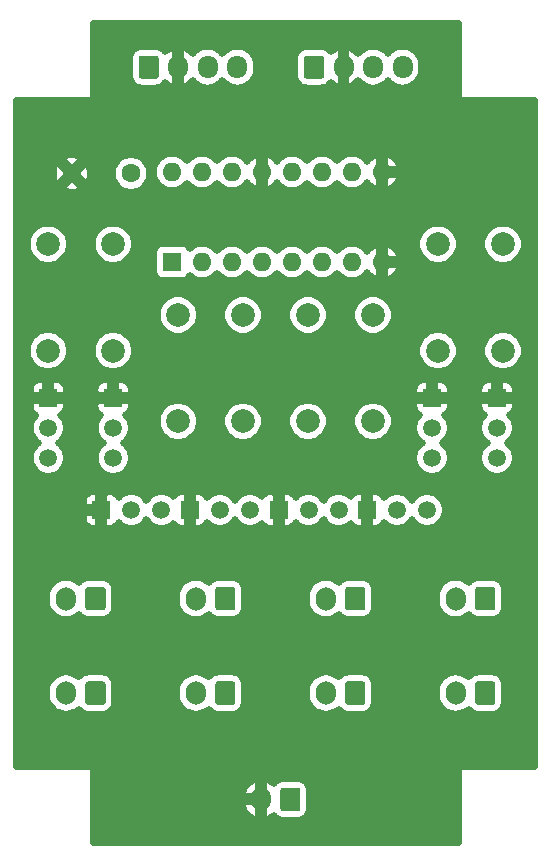
<source format=gbr>
G04 #@! TF.GenerationSoftware,KiCad,Pcbnew,(5.1.4)-1*
G04 #@! TF.CreationDate,2020-08-17T12:14:14+03:00*
G04 #@! TF.ProjectId,8_switch_array,385f7377-6974-4636-985f-61727261792e,rev?*
G04 #@! TF.SameCoordinates,Original*
G04 #@! TF.FileFunction,Copper,L2,Bot*
G04 #@! TF.FilePolarity,Positive*
%FSLAX46Y46*%
G04 Gerber Fmt 4.6, Leading zero omitted, Abs format (unit mm)*
G04 Created by KiCad (PCBNEW (5.1.4)-1) date 2020-08-17 12:14:14*
%MOMM*%
%LPD*%
G04 APERTURE LIST*
%ADD10R,1.600000X1.600000*%
%ADD11O,1.600000X1.600000*%
%ADD12C,1.600000*%
%ADD13R,1.500000X1.500000*%
%ADD14C,1.500000*%
%ADD15C,2.000000*%
%ADD16O,1.700000X2.000000*%
%ADD17C,0.100000*%
%ADD18C,1.700000*%
%ADD19O,1.700000X1.950000*%
%ADD20C,0.500000*%
G04 APERTURE END LIST*
D10*
X138000000Y-54500000D03*
D11*
X155780000Y-46880000D03*
X140540000Y-54500000D03*
X153240000Y-46880000D03*
X143080000Y-54500000D03*
X150700000Y-46880000D03*
X145620000Y-54500000D03*
X148160000Y-46880000D03*
X148160000Y-54500000D03*
X145620000Y-46880000D03*
X150700000Y-54500000D03*
X143080000Y-46880000D03*
X153240000Y-54500000D03*
X140540000Y-46880000D03*
X155780000Y-54500000D03*
X138000000Y-46880000D03*
D12*
X129500000Y-47000000D03*
X134500000Y-47000000D03*
D13*
X160000000Y-66000000D03*
D14*
X160000000Y-71080000D03*
X160000000Y-68540000D03*
D15*
X166000000Y-62000000D03*
X166000000Y-53000000D03*
X160500000Y-62000000D03*
X160500000Y-53000000D03*
X144000000Y-68000000D03*
X144000000Y-59000000D03*
X138500000Y-68000000D03*
X138500000Y-59000000D03*
D13*
X165500000Y-66000000D03*
D14*
X165500000Y-71080000D03*
X165500000Y-68540000D03*
D13*
X139500000Y-75500000D03*
D14*
X144580000Y-75500000D03*
X142040000Y-75500000D03*
D13*
X132000000Y-75500000D03*
D14*
X137080000Y-75500000D03*
X134540000Y-75500000D03*
D16*
X162000000Y-91000000D03*
D17*
G36*
X165124504Y-90001204D02*
G01*
X165148773Y-90004804D01*
X165172571Y-90010765D01*
X165195671Y-90019030D01*
X165217849Y-90029520D01*
X165238893Y-90042133D01*
X165258598Y-90056747D01*
X165276777Y-90073223D01*
X165293253Y-90091402D01*
X165307867Y-90111107D01*
X165320480Y-90132151D01*
X165330970Y-90154329D01*
X165339235Y-90177429D01*
X165345196Y-90201227D01*
X165348796Y-90225496D01*
X165350000Y-90250000D01*
X165350000Y-91750000D01*
X165348796Y-91774504D01*
X165345196Y-91798773D01*
X165339235Y-91822571D01*
X165330970Y-91845671D01*
X165320480Y-91867849D01*
X165307867Y-91888893D01*
X165293253Y-91908598D01*
X165276777Y-91926777D01*
X165258598Y-91943253D01*
X165238893Y-91957867D01*
X165217849Y-91970480D01*
X165195671Y-91980970D01*
X165172571Y-91989235D01*
X165148773Y-91995196D01*
X165124504Y-91998796D01*
X165100000Y-92000000D01*
X163900000Y-92000000D01*
X163875496Y-91998796D01*
X163851227Y-91995196D01*
X163827429Y-91989235D01*
X163804329Y-91980970D01*
X163782151Y-91970480D01*
X163761107Y-91957867D01*
X163741402Y-91943253D01*
X163723223Y-91926777D01*
X163706747Y-91908598D01*
X163692133Y-91888893D01*
X163679520Y-91867849D01*
X163669030Y-91845671D01*
X163660765Y-91822571D01*
X163654804Y-91798773D01*
X163651204Y-91774504D01*
X163650000Y-91750000D01*
X163650000Y-90250000D01*
X163651204Y-90225496D01*
X163654804Y-90201227D01*
X163660765Y-90177429D01*
X163669030Y-90154329D01*
X163679520Y-90132151D01*
X163692133Y-90111107D01*
X163706747Y-90091402D01*
X163723223Y-90073223D01*
X163741402Y-90056747D01*
X163761107Y-90042133D01*
X163782151Y-90029520D01*
X163804329Y-90019030D01*
X163827429Y-90010765D01*
X163851227Y-90004804D01*
X163875496Y-90001204D01*
X163900000Y-90000000D01*
X165100000Y-90000000D01*
X165124504Y-90001204D01*
X165124504Y-90001204D01*
G37*
D18*
X164500000Y-91000000D03*
D16*
X151000000Y-91000000D03*
D17*
G36*
X154124504Y-90001204D02*
G01*
X154148773Y-90004804D01*
X154172571Y-90010765D01*
X154195671Y-90019030D01*
X154217849Y-90029520D01*
X154238893Y-90042133D01*
X154258598Y-90056747D01*
X154276777Y-90073223D01*
X154293253Y-90091402D01*
X154307867Y-90111107D01*
X154320480Y-90132151D01*
X154330970Y-90154329D01*
X154339235Y-90177429D01*
X154345196Y-90201227D01*
X154348796Y-90225496D01*
X154350000Y-90250000D01*
X154350000Y-91750000D01*
X154348796Y-91774504D01*
X154345196Y-91798773D01*
X154339235Y-91822571D01*
X154330970Y-91845671D01*
X154320480Y-91867849D01*
X154307867Y-91888893D01*
X154293253Y-91908598D01*
X154276777Y-91926777D01*
X154258598Y-91943253D01*
X154238893Y-91957867D01*
X154217849Y-91970480D01*
X154195671Y-91980970D01*
X154172571Y-91989235D01*
X154148773Y-91995196D01*
X154124504Y-91998796D01*
X154100000Y-92000000D01*
X152900000Y-92000000D01*
X152875496Y-91998796D01*
X152851227Y-91995196D01*
X152827429Y-91989235D01*
X152804329Y-91980970D01*
X152782151Y-91970480D01*
X152761107Y-91957867D01*
X152741402Y-91943253D01*
X152723223Y-91926777D01*
X152706747Y-91908598D01*
X152692133Y-91888893D01*
X152679520Y-91867849D01*
X152669030Y-91845671D01*
X152660765Y-91822571D01*
X152654804Y-91798773D01*
X152651204Y-91774504D01*
X152650000Y-91750000D01*
X152650000Y-90250000D01*
X152651204Y-90225496D01*
X152654804Y-90201227D01*
X152660765Y-90177429D01*
X152669030Y-90154329D01*
X152679520Y-90132151D01*
X152692133Y-90111107D01*
X152706747Y-90091402D01*
X152723223Y-90073223D01*
X152741402Y-90056747D01*
X152761107Y-90042133D01*
X152782151Y-90029520D01*
X152804329Y-90019030D01*
X152827429Y-90010765D01*
X152851227Y-90004804D01*
X152875496Y-90001204D01*
X152900000Y-90000000D01*
X154100000Y-90000000D01*
X154124504Y-90001204D01*
X154124504Y-90001204D01*
G37*
D18*
X153500000Y-91000000D03*
D16*
X162000000Y-83000000D03*
D17*
G36*
X165124504Y-82001204D02*
G01*
X165148773Y-82004804D01*
X165172571Y-82010765D01*
X165195671Y-82019030D01*
X165217849Y-82029520D01*
X165238893Y-82042133D01*
X165258598Y-82056747D01*
X165276777Y-82073223D01*
X165293253Y-82091402D01*
X165307867Y-82111107D01*
X165320480Y-82132151D01*
X165330970Y-82154329D01*
X165339235Y-82177429D01*
X165345196Y-82201227D01*
X165348796Y-82225496D01*
X165350000Y-82250000D01*
X165350000Y-83750000D01*
X165348796Y-83774504D01*
X165345196Y-83798773D01*
X165339235Y-83822571D01*
X165330970Y-83845671D01*
X165320480Y-83867849D01*
X165307867Y-83888893D01*
X165293253Y-83908598D01*
X165276777Y-83926777D01*
X165258598Y-83943253D01*
X165238893Y-83957867D01*
X165217849Y-83970480D01*
X165195671Y-83980970D01*
X165172571Y-83989235D01*
X165148773Y-83995196D01*
X165124504Y-83998796D01*
X165100000Y-84000000D01*
X163900000Y-84000000D01*
X163875496Y-83998796D01*
X163851227Y-83995196D01*
X163827429Y-83989235D01*
X163804329Y-83980970D01*
X163782151Y-83970480D01*
X163761107Y-83957867D01*
X163741402Y-83943253D01*
X163723223Y-83926777D01*
X163706747Y-83908598D01*
X163692133Y-83888893D01*
X163679520Y-83867849D01*
X163669030Y-83845671D01*
X163660765Y-83822571D01*
X163654804Y-83798773D01*
X163651204Y-83774504D01*
X163650000Y-83750000D01*
X163650000Y-82250000D01*
X163651204Y-82225496D01*
X163654804Y-82201227D01*
X163660765Y-82177429D01*
X163669030Y-82154329D01*
X163679520Y-82132151D01*
X163692133Y-82111107D01*
X163706747Y-82091402D01*
X163723223Y-82073223D01*
X163741402Y-82056747D01*
X163761107Y-82042133D01*
X163782151Y-82029520D01*
X163804329Y-82019030D01*
X163827429Y-82010765D01*
X163851227Y-82004804D01*
X163875496Y-82001204D01*
X163900000Y-82000000D01*
X165100000Y-82000000D01*
X165124504Y-82001204D01*
X165124504Y-82001204D01*
G37*
D18*
X164500000Y-83000000D03*
D16*
X151000000Y-83000000D03*
D17*
G36*
X154124504Y-82001204D02*
G01*
X154148773Y-82004804D01*
X154172571Y-82010765D01*
X154195671Y-82019030D01*
X154217849Y-82029520D01*
X154238893Y-82042133D01*
X154258598Y-82056747D01*
X154276777Y-82073223D01*
X154293253Y-82091402D01*
X154307867Y-82111107D01*
X154320480Y-82132151D01*
X154330970Y-82154329D01*
X154339235Y-82177429D01*
X154345196Y-82201227D01*
X154348796Y-82225496D01*
X154350000Y-82250000D01*
X154350000Y-83750000D01*
X154348796Y-83774504D01*
X154345196Y-83798773D01*
X154339235Y-83822571D01*
X154330970Y-83845671D01*
X154320480Y-83867849D01*
X154307867Y-83888893D01*
X154293253Y-83908598D01*
X154276777Y-83926777D01*
X154258598Y-83943253D01*
X154238893Y-83957867D01*
X154217849Y-83970480D01*
X154195671Y-83980970D01*
X154172571Y-83989235D01*
X154148773Y-83995196D01*
X154124504Y-83998796D01*
X154100000Y-84000000D01*
X152900000Y-84000000D01*
X152875496Y-83998796D01*
X152851227Y-83995196D01*
X152827429Y-83989235D01*
X152804329Y-83980970D01*
X152782151Y-83970480D01*
X152761107Y-83957867D01*
X152741402Y-83943253D01*
X152723223Y-83926777D01*
X152706747Y-83908598D01*
X152692133Y-83888893D01*
X152679520Y-83867849D01*
X152669030Y-83845671D01*
X152660765Y-83822571D01*
X152654804Y-83798773D01*
X152651204Y-83774504D01*
X152650000Y-83750000D01*
X152650000Y-82250000D01*
X152651204Y-82225496D01*
X152654804Y-82201227D01*
X152660765Y-82177429D01*
X152669030Y-82154329D01*
X152679520Y-82132151D01*
X152692133Y-82111107D01*
X152706747Y-82091402D01*
X152723223Y-82073223D01*
X152741402Y-82056747D01*
X152761107Y-82042133D01*
X152782151Y-82029520D01*
X152804329Y-82019030D01*
X152827429Y-82010765D01*
X152851227Y-82004804D01*
X152875496Y-82001204D01*
X152900000Y-82000000D01*
X154100000Y-82000000D01*
X154124504Y-82001204D01*
X154124504Y-82001204D01*
G37*
D18*
X153500000Y-83000000D03*
D15*
X133000000Y-62000000D03*
X133000000Y-53000000D03*
X149500000Y-68000000D03*
X149500000Y-59000000D03*
X127500000Y-62000000D03*
X127500000Y-53000000D03*
X155000000Y-68000000D03*
X155000000Y-59000000D03*
D13*
X133000000Y-66000000D03*
D14*
X133000000Y-71080000D03*
X133000000Y-68540000D03*
D13*
X147000000Y-75500000D03*
D14*
X152080000Y-75500000D03*
X149540000Y-75500000D03*
D13*
X127500000Y-66000000D03*
D14*
X127500000Y-71080000D03*
X127500000Y-68540000D03*
D13*
X154500000Y-75500000D03*
D14*
X159580000Y-75500000D03*
X157040000Y-75500000D03*
D16*
X145500000Y-100000000D03*
D17*
G36*
X148624504Y-99001204D02*
G01*
X148648773Y-99004804D01*
X148672571Y-99010765D01*
X148695671Y-99019030D01*
X148717849Y-99029520D01*
X148738893Y-99042133D01*
X148758598Y-99056747D01*
X148776777Y-99073223D01*
X148793253Y-99091402D01*
X148807867Y-99111107D01*
X148820480Y-99132151D01*
X148830970Y-99154329D01*
X148839235Y-99177429D01*
X148845196Y-99201227D01*
X148848796Y-99225496D01*
X148850000Y-99250000D01*
X148850000Y-100750000D01*
X148848796Y-100774504D01*
X148845196Y-100798773D01*
X148839235Y-100822571D01*
X148830970Y-100845671D01*
X148820480Y-100867849D01*
X148807867Y-100888893D01*
X148793253Y-100908598D01*
X148776777Y-100926777D01*
X148758598Y-100943253D01*
X148738893Y-100957867D01*
X148717849Y-100970480D01*
X148695671Y-100980970D01*
X148672571Y-100989235D01*
X148648773Y-100995196D01*
X148624504Y-100998796D01*
X148600000Y-101000000D01*
X147400000Y-101000000D01*
X147375496Y-100998796D01*
X147351227Y-100995196D01*
X147327429Y-100989235D01*
X147304329Y-100980970D01*
X147282151Y-100970480D01*
X147261107Y-100957867D01*
X147241402Y-100943253D01*
X147223223Y-100926777D01*
X147206747Y-100908598D01*
X147192133Y-100888893D01*
X147179520Y-100867849D01*
X147169030Y-100845671D01*
X147160765Y-100822571D01*
X147154804Y-100798773D01*
X147151204Y-100774504D01*
X147150000Y-100750000D01*
X147150000Y-99250000D01*
X147151204Y-99225496D01*
X147154804Y-99201227D01*
X147160765Y-99177429D01*
X147169030Y-99154329D01*
X147179520Y-99132151D01*
X147192133Y-99111107D01*
X147206747Y-99091402D01*
X147223223Y-99073223D01*
X147241402Y-99056747D01*
X147261107Y-99042133D01*
X147282151Y-99029520D01*
X147304329Y-99019030D01*
X147327429Y-99010765D01*
X147351227Y-99004804D01*
X147375496Y-99001204D01*
X147400000Y-99000000D01*
X148600000Y-99000000D01*
X148624504Y-99001204D01*
X148624504Y-99001204D01*
G37*
D18*
X148000000Y-100000000D03*
D16*
X140000000Y-83000000D03*
D17*
G36*
X143124504Y-82001204D02*
G01*
X143148773Y-82004804D01*
X143172571Y-82010765D01*
X143195671Y-82019030D01*
X143217849Y-82029520D01*
X143238893Y-82042133D01*
X143258598Y-82056747D01*
X143276777Y-82073223D01*
X143293253Y-82091402D01*
X143307867Y-82111107D01*
X143320480Y-82132151D01*
X143330970Y-82154329D01*
X143339235Y-82177429D01*
X143345196Y-82201227D01*
X143348796Y-82225496D01*
X143350000Y-82250000D01*
X143350000Y-83750000D01*
X143348796Y-83774504D01*
X143345196Y-83798773D01*
X143339235Y-83822571D01*
X143330970Y-83845671D01*
X143320480Y-83867849D01*
X143307867Y-83888893D01*
X143293253Y-83908598D01*
X143276777Y-83926777D01*
X143258598Y-83943253D01*
X143238893Y-83957867D01*
X143217849Y-83970480D01*
X143195671Y-83980970D01*
X143172571Y-83989235D01*
X143148773Y-83995196D01*
X143124504Y-83998796D01*
X143100000Y-84000000D01*
X141900000Y-84000000D01*
X141875496Y-83998796D01*
X141851227Y-83995196D01*
X141827429Y-83989235D01*
X141804329Y-83980970D01*
X141782151Y-83970480D01*
X141761107Y-83957867D01*
X141741402Y-83943253D01*
X141723223Y-83926777D01*
X141706747Y-83908598D01*
X141692133Y-83888893D01*
X141679520Y-83867849D01*
X141669030Y-83845671D01*
X141660765Y-83822571D01*
X141654804Y-83798773D01*
X141651204Y-83774504D01*
X141650000Y-83750000D01*
X141650000Y-82250000D01*
X141651204Y-82225496D01*
X141654804Y-82201227D01*
X141660765Y-82177429D01*
X141669030Y-82154329D01*
X141679520Y-82132151D01*
X141692133Y-82111107D01*
X141706747Y-82091402D01*
X141723223Y-82073223D01*
X141741402Y-82056747D01*
X141761107Y-82042133D01*
X141782151Y-82029520D01*
X141804329Y-82019030D01*
X141827429Y-82010765D01*
X141851227Y-82004804D01*
X141875496Y-82001204D01*
X141900000Y-82000000D01*
X143100000Y-82000000D01*
X143124504Y-82001204D01*
X143124504Y-82001204D01*
G37*
D18*
X142500000Y-83000000D03*
D16*
X129000000Y-91000000D03*
D17*
G36*
X132124504Y-90001204D02*
G01*
X132148773Y-90004804D01*
X132172571Y-90010765D01*
X132195671Y-90019030D01*
X132217849Y-90029520D01*
X132238893Y-90042133D01*
X132258598Y-90056747D01*
X132276777Y-90073223D01*
X132293253Y-90091402D01*
X132307867Y-90111107D01*
X132320480Y-90132151D01*
X132330970Y-90154329D01*
X132339235Y-90177429D01*
X132345196Y-90201227D01*
X132348796Y-90225496D01*
X132350000Y-90250000D01*
X132350000Y-91750000D01*
X132348796Y-91774504D01*
X132345196Y-91798773D01*
X132339235Y-91822571D01*
X132330970Y-91845671D01*
X132320480Y-91867849D01*
X132307867Y-91888893D01*
X132293253Y-91908598D01*
X132276777Y-91926777D01*
X132258598Y-91943253D01*
X132238893Y-91957867D01*
X132217849Y-91970480D01*
X132195671Y-91980970D01*
X132172571Y-91989235D01*
X132148773Y-91995196D01*
X132124504Y-91998796D01*
X132100000Y-92000000D01*
X130900000Y-92000000D01*
X130875496Y-91998796D01*
X130851227Y-91995196D01*
X130827429Y-91989235D01*
X130804329Y-91980970D01*
X130782151Y-91970480D01*
X130761107Y-91957867D01*
X130741402Y-91943253D01*
X130723223Y-91926777D01*
X130706747Y-91908598D01*
X130692133Y-91888893D01*
X130679520Y-91867849D01*
X130669030Y-91845671D01*
X130660765Y-91822571D01*
X130654804Y-91798773D01*
X130651204Y-91774504D01*
X130650000Y-91750000D01*
X130650000Y-90250000D01*
X130651204Y-90225496D01*
X130654804Y-90201227D01*
X130660765Y-90177429D01*
X130669030Y-90154329D01*
X130679520Y-90132151D01*
X130692133Y-90111107D01*
X130706747Y-90091402D01*
X130723223Y-90073223D01*
X130741402Y-90056747D01*
X130761107Y-90042133D01*
X130782151Y-90029520D01*
X130804329Y-90019030D01*
X130827429Y-90010765D01*
X130851227Y-90004804D01*
X130875496Y-90001204D01*
X130900000Y-90000000D01*
X132100000Y-90000000D01*
X132124504Y-90001204D01*
X132124504Y-90001204D01*
G37*
D18*
X131500000Y-91000000D03*
D16*
X129000000Y-83000000D03*
D17*
G36*
X132124504Y-82001204D02*
G01*
X132148773Y-82004804D01*
X132172571Y-82010765D01*
X132195671Y-82019030D01*
X132217849Y-82029520D01*
X132238893Y-82042133D01*
X132258598Y-82056747D01*
X132276777Y-82073223D01*
X132293253Y-82091402D01*
X132307867Y-82111107D01*
X132320480Y-82132151D01*
X132330970Y-82154329D01*
X132339235Y-82177429D01*
X132345196Y-82201227D01*
X132348796Y-82225496D01*
X132350000Y-82250000D01*
X132350000Y-83750000D01*
X132348796Y-83774504D01*
X132345196Y-83798773D01*
X132339235Y-83822571D01*
X132330970Y-83845671D01*
X132320480Y-83867849D01*
X132307867Y-83888893D01*
X132293253Y-83908598D01*
X132276777Y-83926777D01*
X132258598Y-83943253D01*
X132238893Y-83957867D01*
X132217849Y-83970480D01*
X132195671Y-83980970D01*
X132172571Y-83989235D01*
X132148773Y-83995196D01*
X132124504Y-83998796D01*
X132100000Y-84000000D01*
X130900000Y-84000000D01*
X130875496Y-83998796D01*
X130851227Y-83995196D01*
X130827429Y-83989235D01*
X130804329Y-83980970D01*
X130782151Y-83970480D01*
X130761107Y-83957867D01*
X130741402Y-83943253D01*
X130723223Y-83926777D01*
X130706747Y-83908598D01*
X130692133Y-83888893D01*
X130679520Y-83867849D01*
X130669030Y-83845671D01*
X130660765Y-83822571D01*
X130654804Y-83798773D01*
X130651204Y-83774504D01*
X130650000Y-83750000D01*
X130650000Y-82250000D01*
X130651204Y-82225496D01*
X130654804Y-82201227D01*
X130660765Y-82177429D01*
X130669030Y-82154329D01*
X130679520Y-82132151D01*
X130692133Y-82111107D01*
X130706747Y-82091402D01*
X130723223Y-82073223D01*
X130741402Y-82056747D01*
X130761107Y-82042133D01*
X130782151Y-82029520D01*
X130804329Y-82019030D01*
X130827429Y-82010765D01*
X130851227Y-82004804D01*
X130875496Y-82001204D01*
X130900000Y-82000000D01*
X132100000Y-82000000D01*
X132124504Y-82001204D01*
X132124504Y-82001204D01*
G37*
D18*
X131500000Y-83000000D03*
D16*
X140000000Y-91000000D03*
D17*
G36*
X143124504Y-90001204D02*
G01*
X143148773Y-90004804D01*
X143172571Y-90010765D01*
X143195671Y-90019030D01*
X143217849Y-90029520D01*
X143238893Y-90042133D01*
X143258598Y-90056747D01*
X143276777Y-90073223D01*
X143293253Y-90091402D01*
X143307867Y-90111107D01*
X143320480Y-90132151D01*
X143330970Y-90154329D01*
X143339235Y-90177429D01*
X143345196Y-90201227D01*
X143348796Y-90225496D01*
X143350000Y-90250000D01*
X143350000Y-91750000D01*
X143348796Y-91774504D01*
X143345196Y-91798773D01*
X143339235Y-91822571D01*
X143330970Y-91845671D01*
X143320480Y-91867849D01*
X143307867Y-91888893D01*
X143293253Y-91908598D01*
X143276777Y-91926777D01*
X143258598Y-91943253D01*
X143238893Y-91957867D01*
X143217849Y-91970480D01*
X143195671Y-91980970D01*
X143172571Y-91989235D01*
X143148773Y-91995196D01*
X143124504Y-91998796D01*
X143100000Y-92000000D01*
X141900000Y-92000000D01*
X141875496Y-91998796D01*
X141851227Y-91995196D01*
X141827429Y-91989235D01*
X141804329Y-91980970D01*
X141782151Y-91970480D01*
X141761107Y-91957867D01*
X141741402Y-91943253D01*
X141723223Y-91926777D01*
X141706747Y-91908598D01*
X141692133Y-91888893D01*
X141679520Y-91867849D01*
X141669030Y-91845671D01*
X141660765Y-91822571D01*
X141654804Y-91798773D01*
X141651204Y-91774504D01*
X141650000Y-91750000D01*
X141650000Y-90250000D01*
X141651204Y-90225496D01*
X141654804Y-90201227D01*
X141660765Y-90177429D01*
X141669030Y-90154329D01*
X141679520Y-90132151D01*
X141692133Y-90111107D01*
X141706747Y-90091402D01*
X141723223Y-90073223D01*
X141741402Y-90056747D01*
X141761107Y-90042133D01*
X141782151Y-90029520D01*
X141804329Y-90019030D01*
X141827429Y-90010765D01*
X141851227Y-90004804D01*
X141875496Y-90001204D01*
X141900000Y-90000000D01*
X143100000Y-90000000D01*
X143124504Y-90001204D01*
X143124504Y-90001204D01*
G37*
D18*
X142500000Y-91000000D03*
D19*
X157500000Y-38000000D03*
X155000000Y-38000000D03*
X152500000Y-38000000D03*
D17*
G36*
X150624504Y-37026204D02*
G01*
X150648773Y-37029804D01*
X150672571Y-37035765D01*
X150695671Y-37044030D01*
X150717849Y-37054520D01*
X150738893Y-37067133D01*
X150758598Y-37081747D01*
X150776777Y-37098223D01*
X150793253Y-37116402D01*
X150807867Y-37136107D01*
X150820480Y-37157151D01*
X150830970Y-37179329D01*
X150839235Y-37202429D01*
X150845196Y-37226227D01*
X150848796Y-37250496D01*
X150850000Y-37275000D01*
X150850000Y-38725000D01*
X150848796Y-38749504D01*
X150845196Y-38773773D01*
X150839235Y-38797571D01*
X150830970Y-38820671D01*
X150820480Y-38842849D01*
X150807867Y-38863893D01*
X150793253Y-38883598D01*
X150776777Y-38901777D01*
X150758598Y-38918253D01*
X150738893Y-38932867D01*
X150717849Y-38945480D01*
X150695671Y-38955970D01*
X150672571Y-38964235D01*
X150648773Y-38970196D01*
X150624504Y-38973796D01*
X150600000Y-38975000D01*
X149400000Y-38975000D01*
X149375496Y-38973796D01*
X149351227Y-38970196D01*
X149327429Y-38964235D01*
X149304329Y-38955970D01*
X149282151Y-38945480D01*
X149261107Y-38932867D01*
X149241402Y-38918253D01*
X149223223Y-38901777D01*
X149206747Y-38883598D01*
X149192133Y-38863893D01*
X149179520Y-38842849D01*
X149169030Y-38820671D01*
X149160765Y-38797571D01*
X149154804Y-38773773D01*
X149151204Y-38749504D01*
X149150000Y-38725000D01*
X149150000Y-37275000D01*
X149151204Y-37250496D01*
X149154804Y-37226227D01*
X149160765Y-37202429D01*
X149169030Y-37179329D01*
X149179520Y-37157151D01*
X149192133Y-37136107D01*
X149206747Y-37116402D01*
X149223223Y-37098223D01*
X149241402Y-37081747D01*
X149261107Y-37067133D01*
X149282151Y-37054520D01*
X149304329Y-37044030D01*
X149327429Y-37035765D01*
X149351227Y-37029804D01*
X149375496Y-37026204D01*
X149400000Y-37025000D01*
X150600000Y-37025000D01*
X150624504Y-37026204D01*
X150624504Y-37026204D01*
G37*
D18*
X150000000Y-38000000D03*
D19*
X143500000Y-38000000D03*
X141000000Y-38000000D03*
X138500000Y-38000000D03*
D17*
G36*
X136624504Y-37026204D02*
G01*
X136648773Y-37029804D01*
X136672571Y-37035765D01*
X136695671Y-37044030D01*
X136717849Y-37054520D01*
X136738893Y-37067133D01*
X136758598Y-37081747D01*
X136776777Y-37098223D01*
X136793253Y-37116402D01*
X136807867Y-37136107D01*
X136820480Y-37157151D01*
X136830970Y-37179329D01*
X136839235Y-37202429D01*
X136845196Y-37226227D01*
X136848796Y-37250496D01*
X136850000Y-37275000D01*
X136850000Y-38725000D01*
X136848796Y-38749504D01*
X136845196Y-38773773D01*
X136839235Y-38797571D01*
X136830970Y-38820671D01*
X136820480Y-38842849D01*
X136807867Y-38863893D01*
X136793253Y-38883598D01*
X136776777Y-38901777D01*
X136758598Y-38918253D01*
X136738893Y-38932867D01*
X136717849Y-38945480D01*
X136695671Y-38955970D01*
X136672571Y-38964235D01*
X136648773Y-38970196D01*
X136624504Y-38973796D01*
X136600000Y-38975000D01*
X135400000Y-38975000D01*
X135375496Y-38973796D01*
X135351227Y-38970196D01*
X135327429Y-38964235D01*
X135304329Y-38955970D01*
X135282151Y-38945480D01*
X135261107Y-38932867D01*
X135241402Y-38918253D01*
X135223223Y-38901777D01*
X135206747Y-38883598D01*
X135192133Y-38863893D01*
X135179520Y-38842849D01*
X135169030Y-38820671D01*
X135160765Y-38797571D01*
X135154804Y-38773773D01*
X135151204Y-38749504D01*
X135150000Y-38725000D01*
X135150000Y-37275000D01*
X135151204Y-37250496D01*
X135154804Y-37226227D01*
X135160765Y-37202429D01*
X135169030Y-37179329D01*
X135179520Y-37157151D01*
X135192133Y-37136107D01*
X135206747Y-37116402D01*
X135223223Y-37098223D01*
X135241402Y-37081747D01*
X135261107Y-37067133D01*
X135282151Y-37054520D01*
X135304329Y-37044030D01*
X135327429Y-37035765D01*
X135351227Y-37029804D01*
X135375496Y-37026204D01*
X135400000Y-37025000D01*
X136600000Y-37025000D01*
X136624504Y-37026204D01*
X136624504Y-37026204D01*
G37*
D18*
X136000000Y-38000000D03*
D20*
G36*
X162250000Y-40500000D02*
G01*
X162254804Y-40548773D01*
X162269030Y-40595671D01*
X162292133Y-40638893D01*
X162323223Y-40676777D01*
X162361107Y-40707867D01*
X162404329Y-40730970D01*
X162451227Y-40745196D01*
X162500000Y-40750000D01*
X168725000Y-40750000D01*
X168725001Y-81961935D01*
X168725000Y-97250000D01*
X162500000Y-97250000D01*
X162451227Y-97254804D01*
X162404329Y-97269030D01*
X162361107Y-97292133D01*
X162323223Y-97323223D01*
X162292133Y-97361107D01*
X162269030Y-97404329D01*
X162254804Y-97451227D01*
X162250000Y-97500000D01*
X162250000Y-103725000D01*
X131250000Y-103725000D01*
X131250000Y-100497839D01*
X143943074Y-100497839D01*
X144040850Y-100794897D01*
X144194700Y-101067172D01*
X144398712Y-101304200D01*
X144645046Y-101496873D01*
X144924236Y-101637786D01*
X145005857Y-101671783D01*
X145250000Y-101540200D01*
X145250000Y-100250000D01*
X144095328Y-100250000D01*
X143943074Y-100497839D01*
X131250000Y-100497839D01*
X131250000Y-99502161D01*
X143943074Y-99502161D01*
X144095328Y-99750000D01*
X145250000Y-99750000D01*
X145250000Y-98459800D01*
X145750000Y-98459800D01*
X145750000Y-99750000D01*
X145770000Y-99750000D01*
X145770000Y-100250000D01*
X145750000Y-100250000D01*
X145750000Y-101540200D01*
X145994143Y-101671783D01*
X146075764Y-101637786D01*
X146354954Y-101496873D01*
X146577807Y-101322566D01*
X146690328Y-101459672D01*
X146842414Y-101584486D01*
X147015928Y-101677231D01*
X147204202Y-101734344D01*
X147400000Y-101753628D01*
X148600000Y-101753628D01*
X148795798Y-101734344D01*
X148984072Y-101677231D01*
X149157586Y-101584486D01*
X149309672Y-101459672D01*
X149434486Y-101307586D01*
X149527231Y-101134072D01*
X149584344Y-100945798D01*
X149603628Y-100750000D01*
X149603628Y-99250000D01*
X149584344Y-99054202D01*
X149527231Y-98865928D01*
X149434486Y-98692414D01*
X149309672Y-98540328D01*
X149157586Y-98415514D01*
X148984072Y-98322769D01*
X148795798Y-98265656D01*
X148600000Y-98246372D01*
X147400000Y-98246372D01*
X147204202Y-98265656D01*
X147015928Y-98322769D01*
X146842414Y-98415514D01*
X146690328Y-98540328D01*
X146577807Y-98677434D01*
X146354954Y-98503127D01*
X146075764Y-98362214D01*
X145994143Y-98328217D01*
X145750000Y-98459800D01*
X145250000Y-98459800D01*
X145005857Y-98328217D01*
X144924236Y-98362214D01*
X144645046Y-98503127D01*
X144398712Y-98695800D01*
X144194700Y-98932828D01*
X144040850Y-99205103D01*
X143943074Y-99502161D01*
X131250000Y-99502161D01*
X131250000Y-97500000D01*
X131245196Y-97451227D01*
X131230970Y-97404329D01*
X131207867Y-97361107D01*
X131176777Y-97323223D01*
X131138893Y-97292133D01*
X131095671Y-97269030D01*
X131048773Y-97254804D01*
X131000000Y-97250000D01*
X124775000Y-97250000D01*
X124775000Y-90771403D01*
X127400000Y-90771403D01*
X127400000Y-91228596D01*
X127423151Y-91463654D01*
X127514641Y-91765255D01*
X127663212Y-92043212D01*
X127863155Y-92286845D01*
X128106787Y-92486788D01*
X128384744Y-92635359D01*
X128686345Y-92726849D01*
X129000000Y-92757741D01*
X129313654Y-92726849D01*
X129615255Y-92635359D01*
X129893212Y-92486788D01*
X130084050Y-92330172D01*
X130190328Y-92459672D01*
X130342414Y-92584486D01*
X130515928Y-92677231D01*
X130704202Y-92734344D01*
X130900000Y-92753628D01*
X132100000Y-92753628D01*
X132295798Y-92734344D01*
X132484072Y-92677231D01*
X132657586Y-92584486D01*
X132809672Y-92459672D01*
X132934486Y-92307586D01*
X133027231Y-92134072D01*
X133084344Y-91945798D01*
X133103628Y-91750000D01*
X133103628Y-90771403D01*
X138400000Y-90771403D01*
X138400000Y-91228596D01*
X138423151Y-91463654D01*
X138514641Y-91765255D01*
X138663212Y-92043212D01*
X138863155Y-92286845D01*
X139106787Y-92486788D01*
X139384744Y-92635359D01*
X139686345Y-92726849D01*
X140000000Y-92757741D01*
X140313654Y-92726849D01*
X140615255Y-92635359D01*
X140893212Y-92486788D01*
X141084050Y-92330172D01*
X141190328Y-92459672D01*
X141342414Y-92584486D01*
X141515928Y-92677231D01*
X141704202Y-92734344D01*
X141900000Y-92753628D01*
X143100000Y-92753628D01*
X143295798Y-92734344D01*
X143484072Y-92677231D01*
X143657586Y-92584486D01*
X143809672Y-92459672D01*
X143934486Y-92307586D01*
X144027231Y-92134072D01*
X144084344Y-91945798D01*
X144103628Y-91750000D01*
X144103628Y-90771403D01*
X149400000Y-90771403D01*
X149400000Y-91228596D01*
X149423151Y-91463654D01*
X149514641Y-91765255D01*
X149663212Y-92043212D01*
X149863155Y-92286845D01*
X150106787Y-92486788D01*
X150384744Y-92635359D01*
X150686345Y-92726849D01*
X151000000Y-92757741D01*
X151313654Y-92726849D01*
X151615255Y-92635359D01*
X151893212Y-92486788D01*
X152084050Y-92330172D01*
X152190328Y-92459672D01*
X152342414Y-92584486D01*
X152515928Y-92677231D01*
X152704202Y-92734344D01*
X152900000Y-92753628D01*
X154100000Y-92753628D01*
X154295798Y-92734344D01*
X154484072Y-92677231D01*
X154657586Y-92584486D01*
X154809672Y-92459672D01*
X154934486Y-92307586D01*
X155027231Y-92134072D01*
X155084344Y-91945798D01*
X155103628Y-91750000D01*
X155103628Y-90771403D01*
X160400000Y-90771403D01*
X160400000Y-91228596D01*
X160423151Y-91463654D01*
X160514641Y-91765255D01*
X160663212Y-92043212D01*
X160863155Y-92286845D01*
X161106787Y-92486788D01*
X161384744Y-92635359D01*
X161686345Y-92726849D01*
X162000000Y-92757741D01*
X162313654Y-92726849D01*
X162615255Y-92635359D01*
X162893212Y-92486788D01*
X163084050Y-92330172D01*
X163190328Y-92459672D01*
X163342414Y-92584486D01*
X163515928Y-92677231D01*
X163704202Y-92734344D01*
X163900000Y-92753628D01*
X165100000Y-92753628D01*
X165295798Y-92734344D01*
X165484072Y-92677231D01*
X165657586Y-92584486D01*
X165809672Y-92459672D01*
X165934486Y-92307586D01*
X166027231Y-92134072D01*
X166084344Y-91945798D01*
X166103628Y-91750000D01*
X166103628Y-90250000D01*
X166084344Y-90054202D01*
X166027231Y-89865928D01*
X165934486Y-89692414D01*
X165809672Y-89540328D01*
X165657586Y-89415514D01*
X165484072Y-89322769D01*
X165295798Y-89265656D01*
X165100000Y-89246372D01*
X163900000Y-89246372D01*
X163704202Y-89265656D01*
X163515928Y-89322769D01*
X163342414Y-89415514D01*
X163190328Y-89540328D01*
X163084050Y-89669828D01*
X162893213Y-89513212D01*
X162615256Y-89364641D01*
X162313655Y-89273151D01*
X162000000Y-89242259D01*
X161686346Y-89273151D01*
X161384745Y-89364641D01*
X161106788Y-89513212D01*
X160863155Y-89713155D01*
X160663212Y-89956787D01*
X160514641Y-90234744D01*
X160423151Y-90536345D01*
X160400000Y-90771403D01*
X155103628Y-90771403D01*
X155103628Y-90250000D01*
X155084344Y-90054202D01*
X155027231Y-89865928D01*
X154934486Y-89692414D01*
X154809672Y-89540328D01*
X154657586Y-89415514D01*
X154484072Y-89322769D01*
X154295798Y-89265656D01*
X154100000Y-89246372D01*
X152900000Y-89246372D01*
X152704202Y-89265656D01*
X152515928Y-89322769D01*
X152342414Y-89415514D01*
X152190328Y-89540328D01*
X152084050Y-89669828D01*
X151893213Y-89513212D01*
X151615256Y-89364641D01*
X151313655Y-89273151D01*
X151000000Y-89242259D01*
X150686346Y-89273151D01*
X150384745Y-89364641D01*
X150106788Y-89513212D01*
X149863155Y-89713155D01*
X149663212Y-89956787D01*
X149514641Y-90234744D01*
X149423151Y-90536345D01*
X149400000Y-90771403D01*
X144103628Y-90771403D01*
X144103628Y-90250000D01*
X144084344Y-90054202D01*
X144027231Y-89865928D01*
X143934486Y-89692414D01*
X143809672Y-89540328D01*
X143657586Y-89415514D01*
X143484072Y-89322769D01*
X143295798Y-89265656D01*
X143100000Y-89246372D01*
X141900000Y-89246372D01*
X141704202Y-89265656D01*
X141515928Y-89322769D01*
X141342414Y-89415514D01*
X141190328Y-89540328D01*
X141084050Y-89669828D01*
X140893213Y-89513212D01*
X140615256Y-89364641D01*
X140313655Y-89273151D01*
X140000000Y-89242259D01*
X139686346Y-89273151D01*
X139384745Y-89364641D01*
X139106788Y-89513212D01*
X138863155Y-89713155D01*
X138663212Y-89956787D01*
X138514641Y-90234744D01*
X138423151Y-90536345D01*
X138400000Y-90771403D01*
X133103628Y-90771403D01*
X133103628Y-90250000D01*
X133084344Y-90054202D01*
X133027231Y-89865928D01*
X132934486Y-89692414D01*
X132809672Y-89540328D01*
X132657586Y-89415514D01*
X132484072Y-89322769D01*
X132295798Y-89265656D01*
X132100000Y-89246372D01*
X130900000Y-89246372D01*
X130704202Y-89265656D01*
X130515928Y-89322769D01*
X130342414Y-89415514D01*
X130190328Y-89540328D01*
X130084050Y-89669828D01*
X129893213Y-89513212D01*
X129615256Y-89364641D01*
X129313655Y-89273151D01*
X129000000Y-89242259D01*
X128686346Y-89273151D01*
X128384745Y-89364641D01*
X128106788Y-89513212D01*
X127863155Y-89713155D01*
X127663212Y-89956787D01*
X127514641Y-90234744D01*
X127423151Y-90536345D01*
X127400000Y-90771403D01*
X124775000Y-90771403D01*
X124775000Y-82771403D01*
X127400000Y-82771403D01*
X127400000Y-83228596D01*
X127423151Y-83463654D01*
X127514641Y-83765255D01*
X127663212Y-84043212D01*
X127863155Y-84286845D01*
X128106787Y-84486788D01*
X128384744Y-84635359D01*
X128686345Y-84726849D01*
X129000000Y-84757741D01*
X129313654Y-84726849D01*
X129615255Y-84635359D01*
X129893212Y-84486788D01*
X130084050Y-84330172D01*
X130190328Y-84459672D01*
X130342414Y-84584486D01*
X130515928Y-84677231D01*
X130704202Y-84734344D01*
X130900000Y-84753628D01*
X132100000Y-84753628D01*
X132295798Y-84734344D01*
X132484072Y-84677231D01*
X132657586Y-84584486D01*
X132809672Y-84459672D01*
X132934486Y-84307586D01*
X133027231Y-84134072D01*
X133084344Y-83945798D01*
X133103628Y-83750000D01*
X133103628Y-82771403D01*
X138400000Y-82771403D01*
X138400000Y-83228596D01*
X138423151Y-83463654D01*
X138514641Y-83765255D01*
X138663212Y-84043212D01*
X138863155Y-84286845D01*
X139106787Y-84486788D01*
X139384744Y-84635359D01*
X139686345Y-84726849D01*
X140000000Y-84757741D01*
X140313654Y-84726849D01*
X140615255Y-84635359D01*
X140893212Y-84486788D01*
X141084050Y-84330172D01*
X141190328Y-84459672D01*
X141342414Y-84584486D01*
X141515928Y-84677231D01*
X141704202Y-84734344D01*
X141900000Y-84753628D01*
X143100000Y-84753628D01*
X143295798Y-84734344D01*
X143484072Y-84677231D01*
X143657586Y-84584486D01*
X143809672Y-84459672D01*
X143934486Y-84307586D01*
X144027231Y-84134072D01*
X144084344Y-83945798D01*
X144103628Y-83750000D01*
X144103628Y-82771403D01*
X149400000Y-82771403D01*
X149400000Y-83228596D01*
X149423151Y-83463654D01*
X149514641Y-83765255D01*
X149663212Y-84043212D01*
X149863155Y-84286845D01*
X150106787Y-84486788D01*
X150384744Y-84635359D01*
X150686345Y-84726849D01*
X151000000Y-84757741D01*
X151313654Y-84726849D01*
X151615255Y-84635359D01*
X151893212Y-84486788D01*
X152084050Y-84330172D01*
X152190328Y-84459672D01*
X152342414Y-84584486D01*
X152515928Y-84677231D01*
X152704202Y-84734344D01*
X152900000Y-84753628D01*
X154100000Y-84753628D01*
X154295798Y-84734344D01*
X154484072Y-84677231D01*
X154657586Y-84584486D01*
X154809672Y-84459672D01*
X154934486Y-84307586D01*
X155027231Y-84134072D01*
X155084344Y-83945798D01*
X155103628Y-83750000D01*
X155103628Y-82771403D01*
X160400000Y-82771403D01*
X160400000Y-83228596D01*
X160423151Y-83463654D01*
X160514641Y-83765255D01*
X160663212Y-84043212D01*
X160863155Y-84286845D01*
X161106787Y-84486788D01*
X161384744Y-84635359D01*
X161686345Y-84726849D01*
X162000000Y-84757741D01*
X162313654Y-84726849D01*
X162615255Y-84635359D01*
X162893212Y-84486788D01*
X163084050Y-84330172D01*
X163190328Y-84459672D01*
X163342414Y-84584486D01*
X163515928Y-84677231D01*
X163704202Y-84734344D01*
X163900000Y-84753628D01*
X165100000Y-84753628D01*
X165295798Y-84734344D01*
X165484072Y-84677231D01*
X165657586Y-84584486D01*
X165809672Y-84459672D01*
X165934486Y-84307586D01*
X166027231Y-84134072D01*
X166084344Y-83945798D01*
X166103628Y-83750000D01*
X166103628Y-82250000D01*
X166084344Y-82054202D01*
X166027231Y-81865928D01*
X165934486Y-81692414D01*
X165809672Y-81540328D01*
X165657586Y-81415514D01*
X165484072Y-81322769D01*
X165295798Y-81265656D01*
X165100000Y-81246372D01*
X163900000Y-81246372D01*
X163704202Y-81265656D01*
X163515928Y-81322769D01*
X163342414Y-81415514D01*
X163190328Y-81540328D01*
X163084050Y-81669828D01*
X162893213Y-81513212D01*
X162615256Y-81364641D01*
X162313655Y-81273151D01*
X162000000Y-81242259D01*
X161686346Y-81273151D01*
X161384745Y-81364641D01*
X161106788Y-81513212D01*
X160863155Y-81713155D01*
X160663212Y-81956787D01*
X160514641Y-82234744D01*
X160423151Y-82536345D01*
X160400000Y-82771403D01*
X155103628Y-82771403D01*
X155103628Y-82250000D01*
X155084344Y-82054202D01*
X155027231Y-81865928D01*
X154934486Y-81692414D01*
X154809672Y-81540328D01*
X154657586Y-81415514D01*
X154484072Y-81322769D01*
X154295798Y-81265656D01*
X154100000Y-81246372D01*
X152900000Y-81246372D01*
X152704202Y-81265656D01*
X152515928Y-81322769D01*
X152342414Y-81415514D01*
X152190328Y-81540328D01*
X152084050Y-81669828D01*
X151893213Y-81513212D01*
X151615256Y-81364641D01*
X151313655Y-81273151D01*
X151000000Y-81242259D01*
X150686346Y-81273151D01*
X150384745Y-81364641D01*
X150106788Y-81513212D01*
X149863155Y-81713155D01*
X149663212Y-81956787D01*
X149514641Y-82234744D01*
X149423151Y-82536345D01*
X149400000Y-82771403D01*
X144103628Y-82771403D01*
X144103628Y-82250000D01*
X144084344Y-82054202D01*
X144027231Y-81865928D01*
X143934486Y-81692414D01*
X143809672Y-81540328D01*
X143657586Y-81415514D01*
X143484072Y-81322769D01*
X143295798Y-81265656D01*
X143100000Y-81246372D01*
X141900000Y-81246372D01*
X141704202Y-81265656D01*
X141515928Y-81322769D01*
X141342414Y-81415514D01*
X141190328Y-81540328D01*
X141084050Y-81669828D01*
X140893213Y-81513212D01*
X140615256Y-81364641D01*
X140313655Y-81273151D01*
X140000000Y-81242259D01*
X139686346Y-81273151D01*
X139384745Y-81364641D01*
X139106788Y-81513212D01*
X138863155Y-81713155D01*
X138663212Y-81956787D01*
X138514641Y-82234744D01*
X138423151Y-82536345D01*
X138400000Y-82771403D01*
X133103628Y-82771403D01*
X133103628Y-82250000D01*
X133084344Y-82054202D01*
X133027231Y-81865928D01*
X132934486Y-81692414D01*
X132809672Y-81540328D01*
X132657586Y-81415514D01*
X132484072Y-81322769D01*
X132295798Y-81265656D01*
X132100000Y-81246372D01*
X130900000Y-81246372D01*
X130704202Y-81265656D01*
X130515928Y-81322769D01*
X130342414Y-81415514D01*
X130190328Y-81540328D01*
X130084050Y-81669828D01*
X129893213Y-81513212D01*
X129615256Y-81364641D01*
X129313655Y-81273151D01*
X129000000Y-81242259D01*
X128686346Y-81273151D01*
X128384745Y-81364641D01*
X128106788Y-81513212D01*
X127863155Y-81713155D01*
X127663212Y-81956787D01*
X127514641Y-82234744D01*
X127423151Y-82536345D01*
X127400000Y-82771403D01*
X124775000Y-82771403D01*
X124775000Y-76250000D01*
X130496371Y-76250000D01*
X130510852Y-76397026D01*
X130553738Y-76538401D01*
X130623380Y-76668694D01*
X130717104Y-76782896D01*
X130831306Y-76876620D01*
X130961599Y-76946262D01*
X131102974Y-76989148D01*
X131250000Y-77003629D01*
X131562500Y-77000000D01*
X131750000Y-76812500D01*
X131750000Y-75750000D01*
X130687500Y-75750000D01*
X130500000Y-75937500D01*
X130496371Y-76250000D01*
X124775000Y-76250000D01*
X124775000Y-74750000D01*
X130496371Y-74750000D01*
X130500000Y-75062500D01*
X130687500Y-75250000D01*
X131750000Y-75250000D01*
X131750000Y-74187500D01*
X132250000Y-74187500D01*
X132250000Y-75250000D01*
X132270000Y-75250000D01*
X132270000Y-75750000D01*
X132250000Y-75750000D01*
X132250000Y-76812500D01*
X132437500Y-77000000D01*
X132750000Y-77003629D01*
X132897026Y-76989148D01*
X133038401Y-76946262D01*
X133168694Y-76876620D01*
X133282896Y-76782896D01*
X133376620Y-76668694D01*
X133446262Y-76538401D01*
X133448780Y-76530100D01*
X133583806Y-76665126D01*
X133829483Y-76829283D01*
X134102466Y-76942356D01*
X134392263Y-77000000D01*
X134687737Y-77000000D01*
X134977534Y-76942356D01*
X135250517Y-76829283D01*
X135496194Y-76665126D01*
X135705126Y-76456194D01*
X135810000Y-76299240D01*
X135914874Y-76456194D01*
X136123806Y-76665126D01*
X136369483Y-76829283D01*
X136642466Y-76942356D01*
X136932263Y-77000000D01*
X137227737Y-77000000D01*
X137517534Y-76942356D01*
X137790517Y-76829283D01*
X138036194Y-76665126D01*
X138091768Y-76609552D01*
X138123380Y-76668694D01*
X138217104Y-76782896D01*
X138331306Y-76876620D01*
X138461599Y-76946262D01*
X138602974Y-76989148D01*
X138750000Y-77003629D01*
X139062500Y-77000000D01*
X139250000Y-76812500D01*
X139250000Y-75750000D01*
X139230000Y-75750000D01*
X139230000Y-75250000D01*
X139250000Y-75250000D01*
X139250000Y-74187500D01*
X139750000Y-74187500D01*
X139750000Y-75250000D01*
X139770000Y-75250000D01*
X139770000Y-75750000D01*
X139750000Y-75750000D01*
X139750000Y-76812500D01*
X139937500Y-77000000D01*
X140250000Y-77003629D01*
X140397026Y-76989148D01*
X140538401Y-76946262D01*
X140668694Y-76876620D01*
X140782896Y-76782896D01*
X140876620Y-76668694D01*
X140946262Y-76538401D01*
X140948780Y-76530100D01*
X141083806Y-76665126D01*
X141329483Y-76829283D01*
X141602466Y-76942356D01*
X141892263Y-77000000D01*
X142187737Y-77000000D01*
X142477534Y-76942356D01*
X142750517Y-76829283D01*
X142996194Y-76665126D01*
X143205126Y-76456194D01*
X143310000Y-76299240D01*
X143414874Y-76456194D01*
X143623806Y-76665126D01*
X143869483Y-76829283D01*
X144142466Y-76942356D01*
X144432263Y-77000000D01*
X144727737Y-77000000D01*
X145017534Y-76942356D01*
X145290517Y-76829283D01*
X145536194Y-76665126D01*
X145591768Y-76609552D01*
X145623380Y-76668694D01*
X145717104Y-76782896D01*
X145831306Y-76876620D01*
X145961599Y-76946262D01*
X146102974Y-76989148D01*
X146250000Y-77003629D01*
X146562500Y-77000000D01*
X146750000Y-76812500D01*
X146750000Y-75750000D01*
X146730000Y-75750000D01*
X146730000Y-75250000D01*
X146750000Y-75250000D01*
X146750000Y-74187500D01*
X147250000Y-74187500D01*
X147250000Y-75250000D01*
X147270000Y-75250000D01*
X147270000Y-75750000D01*
X147250000Y-75750000D01*
X147250000Y-76812500D01*
X147437500Y-77000000D01*
X147750000Y-77003629D01*
X147897026Y-76989148D01*
X148038401Y-76946262D01*
X148168694Y-76876620D01*
X148282896Y-76782896D01*
X148376620Y-76668694D01*
X148446262Y-76538401D01*
X148448780Y-76530100D01*
X148583806Y-76665126D01*
X148829483Y-76829283D01*
X149102466Y-76942356D01*
X149392263Y-77000000D01*
X149687737Y-77000000D01*
X149977534Y-76942356D01*
X150250517Y-76829283D01*
X150496194Y-76665126D01*
X150705126Y-76456194D01*
X150810000Y-76299240D01*
X150914874Y-76456194D01*
X151123806Y-76665126D01*
X151369483Y-76829283D01*
X151642466Y-76942356D01*
X151932263Y-77000000D01*
X152227737Y-77000000D01*
X152517534Y-76942356D01*
X152790517Y-76829283D01*
X153036194Y-76665126D01*
X153091768Y-76609552D01*
X153123380Y-76668694D01*
X153217104Y-76782896D01*
X153331306Y-76876620D01*
X153461599Y-76946262D01*
X153602974Y-76989148D01*
X153750000Y-77003629D01*
X154062500Y-77000000D01*
X154250000Y-76812500D01*
X154250000Y-75750000D01*
X154230000Y-75750000D01*
X154230000Y-75250000D01*
X154250000Y-75250000D01*
X154250000Y-74187500D01*
X154750000Y-74187500D01*
X154750000Y-75250000D01*
X154770000Y-75250000D01*
X154770000Y-75750000D01*
X154750000Y-75750000D01*
X154750000Y-76812500D01*
X154937500Y-77000000D01*
X155250000Y-77003629D01*
X155397026Y-76989148D01*
X155538401Y-76946262D01*
X155668694Y-76876620D01*
X155782896Y-76782896D01*
X155876620Y-76668694D01*
X155946262Y-76538401D01*
X155948780Y-76530100D01*
X156083806Y-76665126D01*
X156329483Y-76829283D01*
X156602466Y-76942356D01*
X156892263Y-77000000D01*
X157187737Y-77000000D01*
X157477534Y-76942356D01*
X157750517Y-76829283D01*
X157996194Y-76665126D01*
X158205126Y-76456194D01*
X158310000Y-76299240D01*
X158414874Y-76456194D01*
X158623806Y-76665126D01*
X158869483Y-76829283D01*
X159142466Y-76942356D01*
X159432263Y-77000000D01*
X159727737Y-77000000D01*
X160017534Y-76942356D01*
X160290517Y-76829283D01*
X160536194Y-76665126D01*
X160745126Y-76456194D01*
X160909283Y-76210517D01*
X161022356Y-75937534D01*
X161080000Y-75647737D01*
X161080000Y-75352263D01*
X161022356Y-75062466D01*
X160909283Y-74789483D01*
X160745126Y-74543806D01*
X160536194Y-74334874D01*
X160290517Y-74170717D01*
X160017534Y-74057644D01*
X159727737Y-74000000D01*
X159432263Y-74000000D01*
X159142466Y-74057644D01*
X158869483Y-74170717D01*
X158623806Y-74334874D01*
X158414874Y-74543806D01*
X158310000Y-74700760D01*
X158205126Y-74543806D01*
X157996194Y-74334874D01*
X157750517Y-74170717D01*
X157477534Y-74057644D01*
X157187737Y-74000000D01*
X156892263Y-74000000D01*
X156602466Y-74057644D01*
X156329483Y-74170717D01*
X156083806Y-74334874D01*
X155948780Y-74469900D01*
X155946262Y-74461599D01*
X155876620Y-74331306D01*
X155782896Y-74217104D01*
X155668694Y-74123380D01*
X155538401Y-74053738D01*
X155397026Y-74010852D01*
X155250000Y-73996371D01*
X154937500Y-74000000D01*
X154750000Y-74187500D01*
X154250000Y-74187500D01*
X154062500Y-74000000D01*
X153750000Y-73996371D01*
X153602974Y-74010852D01*
X153461599Y-74053738D01*
X153331306Y-74123380D01*
X153217104Y-74217104D01*
X153123380Y-74331306D01*
X153091768Y-74390448D01*
X153036194Y-74334874D01*
X152790517Y-74170717D01*
X152517534Y-74057644D01*
X152227737Y-74000000D01*
X151932263Y-74000000D01*
X151642466Y-74057644D01*
X151369483Y-74170717D01*
X151123806Y-74334874D01*
X150914874Y-74543806D01*
X150810000Y-74700760D01*
X150705126Y-74543806D01*
X150496194Y-74334874D01*
X150250517Y-74170717D01*
X149977534Y-74057644D01*
X149687737Y-74000000D01*
X149392263Y-74000000D01*
X149102466Y-74057644D01*
X148829483Y-74170717D01*
X148583806Y-74334874D01*
X148448780Y-74469900D01*
X148446262Y-74461599D01*
X148376620Y-74331306D01*
X148282896Y-74217104D01*
X148168694Y-74123380D01*
X148038401Y-74053738D01*
X147897026Y-74010852D01*
X147750000Y-73996371D01*
X147437500Y-74000000D01*
X147250000Y-74187500D01*
X146750000Y-74187500D01*
X146562500Y-74000000D01*
X146250000Y-73996371D01*
X146102974Y-74010852D01*
X145961599Y-74053738D01*
X145831306Y-74123380D01*
X145717104Y-74217104D01*
X145623380Y-74331306D01*
X145591768Y-74390448D01*
X145536194Y-74334874D01*
X145290517Y-74170717D01*
X145017534Y-74057644D01*
X144727737Y-74000000D01*
X144432263Y-74000000D01*
X144142466Y-74057644D01*
X143869483Y-74170717D01*
X143623806Y-74334874D01*
X143414874Y-74543806D01*
X143310000Y-74700760D01*
X143205126Y-74543806D01*
X142996194Y-74334874D01*
X142750517Y-74170717D01*
X142477534Y-74057644D01*
X142187737Y-74000000D01*
X141892263Y-74000000D01*
X141602466Y-74057644D01*
X141329483Y-74170717D01*
X141083806Y-74334874D01*
X140948780Y-74469900D01*
X140946262Y-74461599D01*
X140876620Y-74331306D01*
X140782896Y-74217104D01*
X140668694Y-74123380D01*
X140538401Y-74053738D01*
X140397026Y-74010852D01*
X140250000Y-73996371D01*
X139937500Y-74000000D01*
X139750000Y-74187500D01*
X139250000Y-74187500D01*
X139062500Y-74000000D01*
X138750000Y-73996371D01*
X138602974Y-74010852D01*
X138461599Y-74053738D01*
X138331306Y-74123380D01*
X138217104Y-74217104D01*
X138123380Y-74331306D01*
X138091768Y-74390448D01*
X138036194Y-74334874D01*
X137790517Y-74170717D01*
X137517534Y-74057644D01*
X137227737Y-74000000D01*
X136932263Y-74000000D01*
X136642466Y-74057644D01*
X136369483Y-74170717D01*
X136123806Y-74334874D01*
X135914874Y-74543806D01*
X135810000Y-74700760D01*
X135705126Y-74543806D01*
X135496194Y-74334874D01*
X135250517Y-74170717D01*
X134977534Y-74057644D01*
X134687737Y-74000000D01*
X134392263Y-74000000D01*
X134102466Y-74057644D01*
X133829483Y-74170717D01*
X133583806Y-74334874D01*
X133448780Y-74469900D01*
X133446262Y-74461599D01*
X133376620Y-74331306D01*
X133282896Y-74217104D01*
X133168694Y-74123380D01*
X133038401Y-74053738D01*
X132897026Y-74010852D01*
X132750000Y-73996371D01*
X132437500Y-74000000D01*
X132250000Y-74187500D01*
X131750000Y-74187500D01*
X131562500Y-74000000D01*
X131250000Y-73996371D01*
X131102974Y-74010852D01*
X130961599Y-74053738D01*
X130831306Y-74123380D01*
X130717104Y-74217104D01*
X130623380Y-74331306D01*
X130553738Y-74461599D01*
X130510852Y-74602974D01*
X130496371Y-74750000D01*
X124775000Y-74750000D01*
X124775000Y-66750000D01*
X125996371Y-66750000D01*
X126010852Y-66897026D01*
X126053738Y-67038401D01*
X126123380Y-67168694D01*
X126217104Y-67282896D01*
X126331306Y-67376620D01*
X126461599Y-67446262D01*
X126469900Y-67448780D01*
X126334874Y-67583806D01*
X126170717Y-67829483D01*
X126057644Y-68102466D01*
X126000000Y-68392263D01*
X126000000Y-68687737D01*
X126057644Y-68977534D01*
X126170717Y-69250517D01*
X126334874Y-69496194D01*
X126543806Y-69705126D01*
X126700760Y-69810000D01*
X126543806Y-69914874D01*
X126334874Y-70123806D01*
X126170717Y-70369483D01*
X126057644Y-70642466D01*
X126000000Y-70932263D01*
X126000000Y-71227737D01*
X126057644Y-71517534D01*
X126170717Y-71790517D01*
X126334874Y-72036194D01*
X126543806Y-72245126D01*
X126789483Y-72409283D01*
X127062466Y-72522356D01*
X127352263Y-72580000D01*
X127647737Y-72580000D01*
X127937534Y-72522356D01*
X128210517Y-72409283D01*
X128456194Y-72245126D01*
X128665126Y-72036194D01*
X128829283Y-71790517D01*
X128942356Y-71517534D01*
X129000000Y-71227737D01*
X129000000Y-70932263D01*
X128942356Y-70642466D01*
X128829283Y-70369483D01*
X128665126Y-70123806D01*
X128456194Y-69914874D01*
X128299240Y-69810000D01*
X128456194Y-69705126D01*
X128665126Y-69496194D01*
X128829283Y-69250517D01*
X128942356Y-68977534D01*
X129000000Y-68687737D01*
X129000000Y-68392263D01*
X128942356Y-68102466D01*
X128829283Y-67829483D01*
X128665126Y-67583806D01*
X128530100Y-67448780D01*
X128538401Y-67446262D01*
X128668694Y-67376620D01*
X128782896Y-67282896D01*
X128876620Y-67168694D01*
X128946262Y-67038401D01*
X128989148Y-66897026D01*
X129003629Y-66750000D01*
X131496371Y-66750000D01*
X131510852Y-66897026D01*
X131553738Y-67038401D01*
X131623380Y-67168694D01*
X131717104Y-67282896D01*
X131831306Y-67376620D01*
X131961599Y-67446262D01*
X131969900Y-67448780D01*
X131834874Y-67583806D01*
X131670717Y-67829483D01*
X131557644Y-68102466D01*
X131500000Y-68392263D01*
X131500000Y-68687737D01*
X131557644Y-68977534D01*
X131670717Y-69250517D01*
X131834874Y-69496194D01*
X132043806Y-69705126D01*
X132200760Y-69810000D01*
X132043806Y-69914874D01*
X131834874Y-70123806D01*
X131670717Y-70369483D01*
X131557644Y-70642466D01*
X131500000Y-70932263D01*
X131500000Y-71227737D01*
X131557644Y-71517534D01*
X131670717Y-71790517D01*
X131834874Y-72036194D01*
X132043806Y-72245126D01*
X132289483Y-72409283D01*
X132562466Y-72522356D01*
X132852263Y-72580000D01*
X133147737Y-72580000D01*
X133437534Y-72522356D01*
X133710517Y-72409283D01*
X133956194Y-72245126D01*
X134165126Y-72036194D01*
X134329283Y-71790517D01*
X134442356Y-71517534D01*
X134500000Y-71227737D01*
X134500000Y-70932263D01*
X134442356Y-70642466D01*
X134329283Y-70369483D01*
X134165126Y-70123806D01*
X133956194Y-69914874D01*
X133799240Y-69810000D01*
X133956194Y-69705126D01*
X134165126Y-69496194D01*
X134329283Y-69250517D01*
X134442356Y-68977534D01*
X134500000Y-68687737D01*
X134500000Y-68392263D01*
X134442356Y-68102466D01*
X134329283Y-67829483D01*
X134328052Y-67827640D01*
X136750000Y-67827640D01*
X136750000Y-68172360D01*
X136817251Y-68510456D01*
X136949170Y-68828936D01*
X137140686Y-69115560D01*
X137384440Y-69359314D01*
X137671064Y-69550830D01*
X137989544Y-69682749D01*
X138327640Y-69750000D01*
X138672360Y-69750000D01*
X139010456Y-69682749D01*
X139328936Y-69550830D01*
X139615560Y-69359314D01*
X139859314Y-69115560D01*
X140050830Y-68828936D01*
X140182749Y-68510456D01*
X140250000Y-68172360D01*
X140250000Y-67827640D01*
X142250000Y-67827640D01*
X142250000Y-68172360D01*
X142317251Y-68510456D01*
X142449170Y-68828936D01*
X142640686Y-69115560D01*
X142884440Y-69359314D01*
X143171064Y-69550830D01*
X143489544Y-69682749D01*
X143827640Y-69750000D01*
X144172360Y-69750000D01*
X144510456Y-69682749D01*
X144828936Y-69550830D01*
X145115560Y-69359314D01*
X145359314Y-69115560D01*
X145550830Y-68828936D01*
X145682749Y-68510456D01*
X145750000Y-68172360D01*
X145750000Y-67827640D01*
X147750000Y-67827640D01*
X147750000Y-68172360D01*
X147817251Y-68510456D01*
X147949170Y-68828936D01*
X148140686Y-69115560D01*
X148384440Y-69359314D01*
X148671064Y-69550830D01*
X148989544Y-69682749D01*
X149327640Y-69750000D01*
X149672360Y-69750000D01*
X150010456Y-69682749D01*
X150328936Y-69550830D01*
X150615560Y-69359314D01*
X150859314Y-69115560D01*
X151050830Y-68828936D01*
X151182749Y-68510456D01*
X151250000Y-68172360D01*
X151250000Y-67827640D01*
X153250000Y-67827640D01*
X153250000Y-68172360D01*
X153317251Y-68510456D01*
X153449170Y-68828936D01*
X153640686Y-69115560D01*
X153884440Y-69359314D01*
X154171064Y-69550830D01*
X154489544Y-69682749D01*
X154827640Y-69750000D01*
X155172360Y-69750000D01*
X155510456Y-69682749D01*
X155828936Y-69550830D01*
X156115560Y-69359314D01*
X156359314Y-69115560D01*
X156550830Y-68828936D01*
X156682749Y-68510456D01*
X156750000Y-68172360D01*
X156750000Y-67827640D01*
X156682749Y-67489544D01*
X156550830Y-67171064D01*
X156359314Y-66884440D01*
X156224874Y-66750000D01*
X158496371Y-66750000D01*
X158510852Y-66897026D01*
X158553738Y-67038401D01*
X158623380Y-67168694D01*
X158717104Y-67282896D01*
X158831306Y-67376620D01*
X158961599Y-67446262D01*
X158969900Y-67448780D01*
X158834874Y-67583806D01*
X158670717Y-67829483D01*
X158557644Y-68102466D01*
X158500000Y-68392263D01*
X158500000Y-68687737D01*
X158557644Y-68977534D01*
X158670717Y-69250517D01*
X158834874Y-69496194D01*
X159043806Y-69705126D01*
X159200760Y-69810000D01*
X159043806Y-69914874D01*
X158834874Y-70123806D01*
X158670717Y-70369483D01*
X158557644Y-70642466D01*
X158500000Y-70932263D01*
X158500000Y-71227737D01*
X158557644Y-71517534D01*
X158670717Y-71790517D01*
X158834874Y-72036194D01*
X159043806Y-72245126D01*
X159289483Y-72409283D01*
X159562466Y-72522356D01*
X159852263Y-72580000D01*
X160147737Y-72580000D01*
X160437534Y-72522356D01*
X160710517Y-72409283D01*
X160956194Y-72245126D01*
X161165126Y-72036194D01*
X161329283Y-71790517D01*
X161442356Y-71517534D01*
X161500000Y-71227737D01*
X161500000Y-70932263D01*
X161442356Y-70642466D01*
X161329283Y-70369483D01*
X161165126Y-70123806D01*
X160956194Y-69914874D01*
X160799240Y-69810000D01*
X160956194Y-69705126D01*
X161165126Y-69496194D01*
X161329283Y-69250517D01*
X161442356Y-68977534D01*
X161500000Y-68687737D01*
X161500000Y-68392263D01*
X161442356Y-68102466D01*
X161329283Y-67829483D01*
X161165126Y-67583806D01*
X161030100Y-67448780D01*
X161038401Y-67446262D01*
X161168694Y-67376620D01*
X161282896Y-67282896D01*
X161376620Y-67168694D01*
X161446262Y-67038401D01*
X161489148Y-66897026D01*
X161503629Y-66750000D01*
X163996371Y-66750000D01*
X164010852Y-66897026D01*
X164053738Y-67038401D01*
X164123380Y-67168694D01*
X164217104Y-67282896D01*
X164331306Y-67376620D01*
X164461599Y-67446262D01*
X164469900Y-67448780D01*
X164334874Y-67583806D01*
X164170717Y-67829483D01*
X164057644Y-68102466D01*
X164000000Y-68392263D01*
X164000000Y-68687737D01*
X164057644Y-68977534D01*
X164170717Y-69250517D01*
X164334874Y-69496194D01*
X164543806Y-69705126D01*
X164700760Y-69810000D01*
X164543806Y-69914874D01*
X164334874Y-70123806D01*
X164170717Y-70369483D01*
X164057644Y-70642466D01*
X164000000Y-70932263D01*
X164000000Y-71227737D01*
X164057644Y-71517534D01*
X164170717Y-71790517D01*
X164334874Y-72036194D01*
X164543806Y-72245126D01*
X164789483Y-72409283D01*
X165062466Y-72522356D01*
X165352263Y-72580000D01*
X165647737Y-72580000D01*
X165937534Y-72522356D01*
X166210517Y-72409283D01*
X166456194Y-72245126D01*
X166665126Y-72036194D01*
X166829283Y-71790517D01*
X166942356Y-71517534D01*
X167000000Y-71227737D01*
X167000000Y-70932263D01*
X166942356Y-70642466D01*
X166829283Y-70369483D01*
X166665126Y-70123806D01*
X166456194Y-69914874D01*
X166299240Y-69810000D01*
X166456194Y-69705126D01*
X166665126Y-69496194D01*
X166829283Y-69250517D01*
X166942356Y-68977534D01*
X167000000Y-68687737D01*
X167000000Y-68392263D01*
X166942356Y-68102466D01*
X166829283Y-67829483D01*
X166665126Y-67583806D01*
X166530100Y-67448780D01*
X166538401Y-67446262D01*
X166668694Y-67376620D01*
X166782896Y-67282896D01*
X166876620Y-67168694D01*
X166946262Y-67038401D01*
X166989148Y-66897026D01*
X167003629Y-66750000D01*
X167000000Y-66437500D01*
X166812500Y-66250000D01*
X165750000Y-66250000D01*
X165750000Y-66270000D01*
X165250000Y-66270000D01*
X165250000Y-66250000D01*
X164187500Y-66250000D01*
X164000000Y-66437500D01*
X163996371Y-66750000D01*
X161503629Y-66750000D01*
X161500000Y-66437500D01*
X161312500Y-66250000D01*
X160250000Y-66250000D01*
X160250000Y-66270000D01*
X159750000Y-66270000D01*
X159750000Y-66250000D01*
X158687500Y-66250000D01*
X158500000Y-66437500D01*
X158496371Y-66750000D01*
X156224874Y-66750000D01*
X156115560Y-66640686D01*
X155828936Y-66449170D01*
X155510456Y-66317251D01*
X155172360Y-66250000D01*
X154827640Y-66250000D01*
X154489544Y-66317251D01*
X154171064Y-66449170D01*
X153884440Y-66640686D01*
X153640686Y-66884440D01*
X153449170Y-67171064D01*
X153317251Y-67489544D01*
X153250000Y-67827640D01*
X151250000Y-67827640D01*
X151182749Y-67489544D01*
X151050830Y-67171064D01*
X150859314Y-66884440D01*
X150615560Y-66640686D01*
X150328936Y-66449170D01*
X150010456Y-66317251D01*
X149672360Y-66250000D01*
X149327640Y-66250000D01*
X148989544Y-66317251D01*
X148671064Y-66449170D01*
X148384440Y-66640686D01*
X148140686Y-66884440D01*
X147949170Y-67171064D01*
X147817251Y-67489544D01*
X147750000Y-67827640D01*
X145750000Y-67827640D01*
X145682749Y-67489544D01*
X145550830Y-67171064D01*
X145359314Y-66884440D01*
X145115560Y-66640686D01*
X144828936Y-66449170D01*
X144510456Y-66317251D01*
X144172360Y-66250000D01*
X143827640Y-66250000D01*
X143489544Y-66317251D01*
X143171064Y-66449170D01*
X142884440Y-66640686D01*
X142640686Y-66884440D01*
X142449170Y-67171064D01*
X142317251Y-67489544D01*
X142250000Y-67827640D01*
X140250000Y-67827640D01*
X140182749Y-67489544D01*
X140050830Y-67171064D01*
X139859314Y-66884440D01*
X139615560Y-66640686D01*
X139328936Y-66449170D01*
X139010456Y-66317251D01*
X138672360Y-66250000D01*
X138327640Y-66250000D01*
X137989544Y-66317251D01*
X137671064Y-66449170D01*
X137384440Y-66640686D01*
X137140686Y-66884440D01*
X136949170Y-67171064D01*
X136817251Y-67489544D01*
X136750000Y-67827640D01*
X134328052Y-67827640D01*
X134165126Y-67583806D01*
X134030100Y-67448780D01*
X134038401Y-67446262D01*
X134168694Y-67376620D01*
X134282896Y-67282896D01*
X134376620Y-67168694D01*
X134446262Y-67038401D01*
X134489148Y-66897026D01*
X134503629Y-66750000D01*
X134500000Y-66437500D01*
X134312500Y-66250000D01*
X133250000Y-66250000D01*
X133250000Y-66270000D01*
X132750000Y-66270000D01*
X132750000Y-66250000D01*
X131687500Y-66250000D01*
X131500000Y-66437500D01*
X131496371Y-66750000D01*
X129003629Y-66750000D01*
X129000000Y-66437500D01*
X128812500Y-66250000D01*
X127750000Y-66250000D01*
X127750000Y-66270000D01*
X127250000Y-66270000D01*
X127250000Y-66250000D01*
X126187500Y-66250000D01*
X126000000Y-66437500D01*
X125996371Y-66750000D01*
X124775000Y-66750000D01*
X124775000Y-65250000D01*
X125996371Y-65250000D01*
X126000000Y-65562500D01*
X126187500Y-65750000D01*
X127250000Y-65750000D01*
X127250000Y-64687500D01*
X127750000Y-64687500D01*
X127750000Y-65750000D01*
X128812500Y-65750000D01*
X129000000Y-65562500D01*
X129003629Y-65250000D01*
X131496371Y-65250000D01*
X131500000Y-65562500D01*
X131687500Y-65750000D01*
X132750000Y-65750000D01*
X132750000Y-64687500D01*
X133250000Y-64687500D01*
X133250000Y-65750000D01*
X134312500Y-65750000D01*
X134500000Y-65562500D01*
X134503629Y-65250000D01*
X158496371Y-65250000D01*
X158500000Y-65562500D01*
X158687500Y-65750000D01*
X159750000Y-65750000D01*
X159750000Y-64687500D01*
X160250000Y-64687500D01*
X160250000Y-65750000D01*
X161312500Y-65750000D01*
X161500000Y-65562500D01*
X161503629Y-65250000D01*
X163996371Y-65250000D01*
X164000000Y-65562500D01*
X164187500Y-65750000D01*
X165250000Y-65750000D01*
X165250000Y-64687500D01*
X165750000Y-64687500D01*
X165750000Y-65750000D01*
X166812500Y-65750000D01*
X167000000Y-65562500D01*
X167003629Y-65250000D01*
X166989148Y-65102974D01*
X166946262Y-64961599D01*
X166876620Y-64831306D01*
X166782896Y-64717104D01*
X166668694Y-64623380D01*
X166538401Y-64553738D01*
X166397026Y-64510852D01*
X166250000Y-64496371D01*
X165937500Y-64500000D01*
X165750000Y-64687500D01*
X165250000Y-64687500D01*
X165062500Y-64500000D01*
X164750000Y-64496371D01*
X164602974Y-64510852D01*
X164461599Y-64553738D01*
X164331306Y-64623380D01*
X164217104Y-64717104D01*
X164123380Y-64831306D01*
X164053738Y-64961599D01*
X164010852Y-65102974D01*
X163996371Y-65250000D01*
X161503629Y-65250000D01*
X161489148Y-65102974D01*
X161446262Y-64961599D01*
X161376620Y-64831306D01*
X161282896Y-64717104D01*
X161168694Y-64623380D01*
X161038401Y-64553738D01*
X160897026Y-64510852D01*
X160750000Y-64496371D01*
X160437500Y-64500000D01*
X160250000Y-64687500D01*
X159750000Y-64687500D01*
X159562500Y-64500000D01*
X159250000Y-64496371D01*
X159102974Y-64510852D01*
X158961599Y-64553738D01*
X158831306Y-64623380D01*
X158717104Y-64717104D01*
X158623380Y-64831306D01*
X158553738Y-64961599D01*
X158510852Y-65102974D01*
X158496371Y-65250000D01*
X134503629Y-65250000D01*
X134489148Y-65102974D01*
X134446262Y-64961599D01*
X134376620Y-64831306D01*
X134282896Y-64717104D01*
X134168694Y-64623380D01*
X134038401Y-64553738D01*
X133897026Y-64510852D01*
X133750000Y-64496371D01*
X133437500Y-64500000D01*
X133250000Y-64687500D01*
X132750000Y-64687500D01*
X132562500Y-64500000D01*
X132250000Y-64496371D01*
X132102974Y-64510852D01*
X131961599Y-64553738D01*
X131831306Y-64623380D01*
X131717104Y-64717104D01*
X131623380Y-64831306D01*
X131553738Y-64961599D01*
X131510852Y-65102974D01*
X131496371Y-65250000D01*
X129003629Y-65250000D01*
X128989148Y-65102974D01*
X128946262Y-64961599D01*
X128876620Y-64831306D01*
X128782896Y-64717104D01*
X128668694Y-64623380D01*
X128538401Y-64553738D01*
X128397026Y-64510852D01*
X128250000Y-64496371D01*
X127937500Y-64500000D01*
X127750000Y-64687500D01*
X127250000Y-64687500D01*
X127062500Y-64500000D01*
X126750000Y-64496371D01*
X126602974Y-64510852D01*
X126461599Y-64553738D01*
X126331306Y-64623380D01*
X126217104Y-64717104D01*
X126123380Y-64831306D01*
X126053738Y-64961599D01*
X126010852Y-65102974D01*
X125996371Y-65250000D01*
X124775000Y-65250000D01*
X124775000Y-61827640D01*
X125750000Y-61827640D01*
X125750000Y-62172360D01*
X125817251Y-62510456D01*
X125949170Y-62828936D01*
X126140686Y-63115560D01*
X126384440Y-63359314D01*
X126671064Y-63550830D01*
X126989544Y-63682749D01*
X127327640Y-63750000D01*
X127672360Y-63750000D01*
X128010456Y-63682749D01*
X128328936Y-63550830D01*
X128615560Y-63359314D01*
X128859314Y-63115560D01*
X129050830Y-62828936D01*
X129182749Y-62510456D01*
X129250000Y-62172360D01*
X129250000Y-61827640D01*
X131250000Y-61827640D01*
X131250000Y-62172360D01*
X131317251Y-62510456D01*
X131449170Y-62828936D01*
X131640686Y-63115560D01*
X131884440Y-63359314D01*
X132171064Y-63550830D01*
X132489544Y-63682749D01*
X132827640Y-63750000D01*
X133172360Y-63750000D01*
X133510456Y-63682749D01*
X133828936Y-63550830D01*
X134115560Y-63359314D01*
X134359314Y-63115560D01*
X134550830Y-62828936D01*
X134682749Y-62510456D01*
X134750000Y-62172360D01*
X134750000Y-61827640D01*
X158750000Y-61827640D01*
X158750000Y-62172360D01*
X158817251Y-62510456D01*
X158949170Y-62828936D01*
X159140686Y-63115560D01*
X159384440Y-63359314D01*
X159671064Y-63550830D01*
X159989544Y-63682749D01*
X160327640Y-63750000D01*
X160672360Y-63750000D01*
X161010456Y-63682749D01*
X161328936Y-63550830D01*
X161615560Y-63359314D01*
X161859314Y-63115560D01*
X162050830Y-62828936D01*
X162182749Y-62510456D01*
X162250000Y-62172360D01*
X162250000Y-61827640D01*
X164250000Y-61827640D01*
X164250000Y-62172360D01*
X164317251Y-62510456D01*
X164449170Y-62828936D01*
X164640686Y-63115560D01*
X164884440Y-63359314D01*
X165171064Y-63550830D01*
X165489544Y-63682749D01*
X165827640Y-63750000D01*
X166172360Y-63750000D01*
X166510456Y-63682749D01*
X166828936Y-63550830D01*
X167115560Y-63359314D01*
X167359314Y-63115560D01*
X167550830Y-62828936D01*
X167682749Y-62510456D01*
X167750000Y-62172360D01*
X167750000Y-61827640D01*
X167682749Y-61489544D01*
X167550830Y-61171064D01*
X167359314Y-60884440D01*
X167115560Y-60640686D01*
X166828936Y-60449170D01*
X166510456Y-60317251D01*
X166172360Y-60250000D01*
X165827640Y-60250000D01*
X165489544Y-60317251D01*
X165171064Y-60449170D01*
X164884440Y-60640686D01*
X164640686Y-60884440D01*
X164449170Y-61171064D01*
X164317251Y-61489544D01*
X164250000Y-61827640D01*
X162250000Y-61827640D01*
X162182749Y-61489544D01*
X162050830Y-61171064D01*
X161859314Y-60884440D01*
X161615560Y-60640686D01*
X161328936Y-60449170D01*
X161010456Y-60317251D01*
X160672360Y-60250000D01*
X160327640Y-60250000D01*
X159989544Y-60317251D01*
X159671064Y-60449170D01*
X159384440Y-60640686D01*
X159140686Y-60884440D01*
X158949170Y-61171064D01*
X158817251Y-61489544D01*
X158750000Y-61827640D01*
X134750000Y-61827640D01*
X134682749Y-61489544D01*
X134550830Y-61171064D01*
X134359314Y-60884440D01*
X134115560Y-60640686D01*
X133828936Y-60449170D01*
X133510456Y-60317251D01*
X133172360Y-60250000D01*
X132827640Y-60250000D01*
X132489544Y-60317251D01*
X132171064Y-60449170D01*
X131884440Y-60640686D01*
X131640686Y-60884440D01*
X131449170Y-61171064D01*
X131317251Y-61489544D01*
X131250000Y-61827640D01*
X129250000Y-61827640D01*
X129182749Y-61489544D01*
X129050830Y-61171064D01*
X128859314Y-60884440D01*
X128615560Y-60640686D01*
X128328936Y-60449170D01*
X128010456Y-60317251D01*
X127672360Y-60250000D01*
X127327640Y-60250000D01*
X126989544Y-60317251D01*
X126671064Y-60449170D01*
X126384440Y-60640686D01*
X126140686Y-60884440D01*
X125949170Y-61171064D01*
X125817251Y-61489544D01*
X125750000Y-61827640D01*
X124775000Y-61827640D01*
X124775000Y-58827640D01*
X136750000Y-58827640D01*
X136750000Y-59172360D01*
X136817251Y-59510456D01*
X136949170Y-59828936D01*
X137140686Y-60115560D01*
X137384440Y-60359314D01*
X137671064Y-60550830D01*
X137989544Y-60682749D01*
X138327640Y-60750000D01*
X138672360Y-60750000D01*
X139010456Y-60682749D01*
X139328936Y-60550830D01*
X139615560Y-60359314D01*
X139859314Y-60115560D01*
X140050830Y-59828936D01*
X140182749Y-59510456D01*
X140250000Y-59172360D01*
X140250000Y-58827640D01*
X142250000Y-58827640D01*
X142250000Y-59172360D01*
X142317251Y-59510456D01*
X142449170Y-59828936D01*
X142640686Y-60115560D01*
X142884440Y-60359314D01*
X143171064Y-60550830D01*
X143489544Y-60682749D01*
X143827640Y-60750000D01*
X144172360Y-60750000D01*
X144510456Y-60682749D01*
X144828936Y-60550830D01*
X145115560Y-60359314D01*
X145359314Y-60115560D01*
X145550830Y-59828936D01*
X145682749Y-59510456D01*
X145750000Y-59172360D01*
X145750000Y-58827640D01*
X147750000Y-58827640D01*
X147750000Y-59172360D01*
X147817251Y-59510456D01*
X147949170Y-59828936D01*
X148140686Y-60115560D01*
X148384440Y-60359314D01*
X148671064Y-60550830D01*
X148989544Y-60682749D01*
X149327640Y-60750000D01*
X149672360Y-60750000D01*
X150010456Y-60682749D01*
X150328936Y-60550830D01*
X150615560Y-60359314D01*
X150859314Y-60115560D01*
X151050830Y-59828936D01*
X151182749Y-59510456D01*
X151250000Y-59172360D01*
X151250000Y-58827640D01*
X153250000Y-58827640D01*
X153250000Y-59172360D01*
X153317251Y-59510456D01*
X153449170Y-59828936D01*
X153640686Y-60115560D01*
X153884440Y-60359314D01*
X154171064Y-60550830D01*
X154489544Y-60682749D01*
X154827640Y-60750000D01*
X155172360Y-60750000D01*
X155510456Y-60682749D01*
X155828936Y-60550830D01*
X156115560Y-60359314D01*
X156359314Y-60115560D01*
X156550830Y-59828936D01*
X156682749Y-59510456D01*
X156750000Y-59172360D01*
X156750000Y-58827640D01*
X156682749Y-58489544D01*
X156550830Y-58171064D01*
X156359314Y-57884440D01*
X156115560Y-57640686D01*
X155828936Y-57449170D01*
X155510456Y-57317251D01*
X155172360Y-57250000D01*
X154827640Y-57250000D01*
X154489544Y-57317251D01*
X154171064Y-57449170D01*
X153884440Y-57640686D01*
X153640686Y-57884440D01*
X153449170Y-58171064D01*
X153317251Y-58489544D01*
X153250000Y-58827640D01*
X151250000Y-58827640D01*
X151182749Y-58489544D01*
X151050830Y-58171064D01*
X150859314Y-57884440D01*
X150615560Y-57640686D01*
X150328936Y-57449170D01*
X150010456Y-57317251D01*
X149672360Y-57250000D01*
X149327640Y-57250000D01*
X148989544Y-57317251D01*
X148671064Y-57449170D01*
X148384440Y-57640686D01*
X148140686Y-57884440D01*
X147949170Y-58171064D01*
X147817251Y-58489544D01*
X147750000Y-58827640D01*
X145750000Y-58827640D01*
X145682749Y-58489544D01*
X145550830Y-58171064D01*
X145359314Y-57884440D01*
X145115560Y-57640686D01*
X144828936Y-57449170D01*
X144510456Y-57317251D01*
X144172360Y-57250000D01*
X143827640Y-57250000D01*
X143489544Y-57317251D01*
X143171064Y-57449170D01*
X142884440Y-57640686D01*
X142640686Y-57884440D01*
X142449170Y-58171064D01*
X142317251Y-58489544D01*
X142250000Y-58827640D01*
X140250000Y-58827640D01*
X140182749Y-58489544D01*
X140050830Y-58171064D01*
X139859314Y-57884440D01*
X139615560Y-57640686D01*
X139328936Y-57449170D01*
X139010456Y-57317251D01*
X138672360Y-57250000D01*
X138327640Y-57250000D01*
X137989544Y-57317251D01*
X137671064Y-57449170D01*
X137384440Y-57640686D01*
X137140686Y-57884440D01*
X136949170Y-58171064D01*
X136817251Y-58489544D01*
X136750000Y-58827640D01*
X124775000Y-58827640D01*
X124775000Y-52827640D01*
X125750000Y-52827640D01*
X125750000Y-53172360D01*
X125817251Y-53510456D01*
X125949170Y-53828936D01*
X126140686Y-54115560D01*
X126384440Y-54359314D01*
X126671064Y-54550830D01*
X126989544Y-54682749D01*
X127327640Y-54750000D01*
X127672360Y-54750000D01*
X128010456Y-54682749D01*
X128328936Y-54550830D01*
X128615560Y-54359314D01*
X128859314Y-54115560D01*
X129050830Y-53828936D01*
X129182749Y-53510456D01*
X129250000Y-53172360D01*
X129250000Y-52827640D01*
X131250000Y-52827640D01*
X131250000Y-53172360D01*
X131317251Y-53510456D01*
X131449170Y-53828936D01*
X131640686Y-54115560D01*
X131884440Y-54359314D01*
X132171064Y-54550830D01*
X132489544Y-54682749D01*
X132827640Y-54750000D01*
X133172360Y-54750000D01*
X133510456Y-54682749D01*
X133828936Y-54550830D01*
X134115560Y-54359314D01*
X134359314Y-54115560D01*
X134550830Y-53828936D01*
X134604237Y-53700000D01*
X136446372Y-53700000D01*
X136446372Y-55300000D01*
X136460853Y-55447026D01*
X136503739Y-55588401D01*
X136573381Y-55718693D01*
X136667105Y-55832895D01*
X136781307Y-55926619D01*
X136911599Y-55996261D01*
X137052974Y-56039147D01*
X137200000Y-56053628D01*
X138800000Y-56053628D01*
X138947026Y-56039147D01*
X139088401Y-55996261D01*
X139218693Y-55926619D01*
X139332895Y-55832895D01*
X139426619Y-55718693D01*
X139473906Y-55630225D01*
X139674700Y-55795013D01*
X139943971Y-55938941D01*
X140236147Y-56027572D01*
X140463862Y-56050000D01*
X140616138Y-56050000D01*
X140843853Y-56027572D01*
X141136029Y-55938941D01*
X141405300Y-55795013D01*
X141641318Y-55601318D01*
X141810000Y-55395778D01*
X141978682Y-55601318D01*
X142214700Y-55795013D01*
X142483971Y-55938941D01*
X142776147Y-56027572D01*
X143003862Y-56050000D01*
X143156138Y-56050000D01*
X143383853Y-56027572D01*
X143676029Y-55938941D01*
X143945300Y-55795013D01*
X144181318Y-55601318D01*
X144350000Y-55395778D01*
X144518682Y-55601318D01*
X144754700Y-55795013D01*
X145023971Y-55938941D01*
X145316147Y-56027572D01*
X145543862Y-56050000D01*
X145696138Y-56050000D01*
X145923853Y-56027572D01*
X146216029Y-55938941D01*
X146485300Y-55795013D01*
X146721318Y-55601318D01*
X146890000Y-55395778D01*
X147058682Y-55601318D01*
X147294700Y-55795013D01*
X147563971Y-55938941D01*
X147856147Y-56027572D01*
X148083862Y-56050000D01*
X148236138Y-56050000D01*
X148463853Y-56027572D01*
X148756029Y-55938941D01*
X149025300Y-55795013D01*
X149261318Y-55601318D01*
X149430000Y-55395778D01*
X149598682Y-55601318D01*
X149834700Y-55795013D01*
X150103971Y-55938941D01*
X150396147Y-56027572D01*
X150623862Y-56050000D01*
X150776138Y-56050000D01*
X151003853Y-56027572D01*
X151296029Y-55938941D01*
X151565300Y-55795013D01*
X151801318Y-55601318D01*
X151970000Y-55395778D01*
X152138682Y-55601318D01*
X152374700Y-55795013D01*
X152643971Y-55938941D01*
X152936147Y-56027572D01*
X153163862Y-56050000D01*
X153316138Y-56050000D01*
X153543853Y-56027572D01*
X153836029Y-55938941D01*
X154105300Y-55795013D01*
X154341318Y-55601318D01*
X154517625Y-55386487D01*
X154606328Y-55512434D01*
X154826396Y-55721952D01*
X155083110Y-55884511D01*
X155293779Y-55971764D01*
X155530000Y-55839368D01*
X155530000Y-54750000D01*
X156030000Y-54750000D01*
X156030000Y-55839368D01*
X156266221Y-55971764D01*
X156476890Y-55884511D01*
X156733604Y-55721952D01*
X156953672Y-55512434D01*
X157128636Y-55264008D01*
X157251773Y-54986222D01*
X157122215Y-54750000D01*
X156030000Y-54750000D01*
X155530000Y-54750000D01*
X155510000Y-54750000D01*
X155510000Y-54250000D01*
X155530000Y-54250000D01*
X155530000Y-53160632D01*
X156030000Y-53160632D01*
X156030000Y-54250000D01*
X157122215Y-54250000D01*
X157251773Y-54013778D01*
X157128636Y-53735992D01*
X156953672Y-53487566D01*
X156733604Y-53278048D01*
X156476890Y-53115489D01*
X156266221Y-53028236D01*
X156030000Y-53160632D01*
X155530000Y-53160632D01*
X155293779Y-53028236D01*
X155083110Y-53115489D01*
X154826396Y-53278048D01*
X154606328Y-53487566D01*
X154517625Y-53613513D01*
X154341318Y-53398682D01*
X154105300Y-53204987D01*
X153836029Y-53061059D01*
X153543853Y-52972428D01*
X153316138Y-52950000D01*
X153163862Y-52950000D01*
X152936147Y-52972428D01*
X152643971Y-53061059D01*
X152374700Y-53204987D01*
X152138682Y-53398682D01*
X151970000Y-53604222D01*
X151801318Y-53398682D01*
X151565300Y-53204987D01*
X151296029Y-53061059D01*
X151003853Y-52972428D01*
X150776138Y-52950000D01*
X150623862Y-52950000D01*
X150396147Y-52972428D01*
X150103971Y-53061059D01*
X149834700Y-53204987D01*
X149598682Y-53398682D01*
X149430000Y-53604222D01*
X149261318Y-53398682D01*
X149025300Y-53204987D01*
X148756029Y-53061059D01*
X148463853Y-52972428D01*
X148236138Y-52950000D01*
X148083862Y-52950000D01*
X147856147Y-52972428D01*
X147563971Y-53061059D01*
X147294700Y-53204987D01*
X147058682Y-53398682D01*
X146890000Y-53604222D01*
X146721318Y-53398682D01*
X146485300Y-53204987D01*
X146216029Y-53061059D01*
X145923853Y-52972428D01*
X145696138Y-52950000D01*
X145543862Y-52950000D01*
X145316147Y-52972428D01*
X145023971Y-53061059D01*
X144754700Y-53204987D01*
X144518682Y-53398682D01*
X144350000Y-53604222D01*
X144181318Y-53398682D01*
X143945300Y-53204987D01*
X143676029Y-53061059D01*
X143383853Y-52972428D01*
X143156138Y-52950000D01*
X143003862Y-52950000D01*
X142776147Y-52972428D01*
X142483971Y-53061059D01*
X142214700Y-53204987D01*
X141978682Y-53398682D01*
X141810000Y-53604222D01*
X141641318Y-53398682D01*
X141405300Y-53204987D01*
X141136029Y-53061059D01*
X140843853Y-52972428D01*
X140616138Y-52950000D01*
X140463862Y-52950000D01*
X140236147Y-52972428D01*
X139943971Y-53061059D01*
X139674700Y-53204987D01*
X139473906Y-53369775D01*
X139426619Y-53281307D01*
X139332895Y-53167105D01*
X139218693Y-53073381D01*
X139088401Y-53003739D01*
X138947026Y-52960853D01*
X138800000Y-52946372D01*
X137200000Y-52946372D01*
X137052974Y-52960853D01*
X136911599Y-53003739D01*
X136781307Y-53073381D01*
X136667105Y-53167105D01*
X136573381Y-53281307D01*
X136503739Y-53411599D01*
X136460853Y-53552974D01*
X136446372Y-53700000D01*
X134604237Y-53700000D01*
X134682749Y-53510456D01*
X134750000Y-53172360D01*
X134750000Y-52827640D01*
X158750000Y-52827640D01*
X158750000Y-53172360D01*
X158817251Y-53510456D01*
X158949170Y-53828936D01*
X159140686Y-54115560D01*
X159384440Y-54359314D01*
X159671064Y-54550830D01*
X159989544Y-54682749D01*
X160327640Y-54750000D01*
X160672360Y-54750000D01*
X161010456Y-54682749D01*
X161328936Y-54550830D01*
X161615560Y-54359314D01*
X161859314Y-54115560D01*
X162050830Y-53828936D01*
X162182749Y-53510456D01*
X162250000Y-53172360D01*
X162250000Y-52827640D01*
X164250000Y-52827640D01*
X164250000Y-53172360D01*
X164317251Y-53510456D01*
X164449170Y-53828936D01*
X164640686Y-54115560D01*
X164884440Y-54359314D01*
X165171064Y-54550830D01*
X165489544Y-54682749D01*
X165827640Y-54750000D01*
X166172360Y-54750000D01*
X166510456Y-54682749D01*
X166828936Y-54550830D01*
X167115560Y-54359314D01*
X167359314Y-54115560D01*
X167550830Y-53828936D01*
X167682749Y-53510456D01*
X167750000Y-53172360D01*
X167750000Y-52827640D01*
X167682749Y-52489544D01*
X167550830Y-52171064D01*
X167359314Y-51884440D01*
X167115560Y-51640686D01*
X166828936Y-51449170D01*
X166510456Y-51317251D01*
X166172360Y-51250000D01*
X165827640Y-51250000D01*
X165489544Y-51317251D01*
X165171064Y-51449170D01*
X164884440Y-51640686D01*
X164640686Y-51884440D01*
X164449170Y-52171064D01*
X164317251Y-52489544D01*
X164250000Y-52827640D01*
X162250000Y-52827640D01*
X162182749Y-52489544D01*
X162050830Y-52171064D01*
X161859314Y-51884440D01*
X161615560Y-51640686D01*
X161328936Y-51449170D01*
X161010456Y-51317251D01*
X160672360Y-51250000D01*
X160327640Y-51250000D01*
X159989544Y-51317251D01*
X159671064Y-51449170D01*
X159384440Y-51640686D01*
X159140686Y-51884440D01*
X158949170Y-52171064D01*
X158817251Y-52489544D01*
X158750000Y-52827640D01*
X134750000Y-52827640D01*
X134682749Y-52489544D01*
X134550830Y-52171064D01*
X134359314Y-51884440D01*
X134115560Y-51640686D01*
X133828936Y-51449170D01*
X133510456Y-51317251D01*
X133172360Y-51250000D01*
X132827640Y-51250000D01*
X132489544Y-51317251D01*
X132171064Y-51449170D01*
X131884440Y-51640686D01*
X131640686Y-51884440D01*
X131449170Y-52171064D01*
X131317251Y-52489544D01*
X131250000Y-52827640D01*
X129250000Y-52827640D01*
X129182749Y-52489544D01*
X129050830Y-52171064D01*
X128859314Y-51884440D01*
X128615560Y-51640686D01*
X128328936Y-51449170D01*
X128010456Y-51317251D01*
X127672360Y-51250000D01*
X127327640Y-51250000D01*
X126989544Y-51317251D01*
X126671064Y-51449170D01*
X126384440Y-51640686D01*
X126140686Y-51884440D01*
X125949170Y-52171064D01*
X125817251Y-52489544D01*
X125750000Y-52827640D01*
X124775000Y-52827640D01*
X124775000Y-48129247D01*
X128724306Y-48129247D01*
X128798649Y-48390653D01*
X129083429Y-48500758D01*
X129384216Y-48553190D01*
X129689454Y-48545935D01*
X129987411Y-48479270D01*
X130201351Y-48390653D01*
X130275694Y-48129247D01*
X129500000Y-47353553D01*
X128724306Y-48129247D01*
X124775000Y-48129247D01*
X124775000Y-46884216D01*
X127946810Y-46884216D01*
X127954065Y-47189454D01*
X128020730Y-47487411D01*
X128109347Y-47701351D01*
X128370753Y-47775694D01*
X129146447Y-47000000D01*
X129853553Y-47000000D01*
X130629247Y-47775694D01*
X130890653Y-47701351D01*
X131000758Y-47416571D01*
X131053190Y-47115784D01*
X131046810Y-46847338D01*
X132950000Y-46847338D01*
X132950000Y-47152662D01*
X133009565Y-47452118D01*
X133126408Y-47734200D01*
X133296036Y-47988068D01*
X133511932Y-48203964D01*
X133765800Y-48373592D01*
X134047882Y-48490435D01*
X134347338Y-48550000D01*
X134652662Y-48550000D01*
X134952118Y-48490435D01*
X135234200Y-48373592D01*
X135488068Y-48203964D01*
X135703964Y-47988068D01*
X135873592Y-47734200D01*
X135990435Y-47452118D01*
X136050000Y-47152662D01*
X136050000Y-46880000D01*
X136442501Y-46880000D01*
X136472428Y-47183853D01*
X136561059Y-47476029D01*
X136704987Y-47745300D01*
X136898682Y-47981318D01*
X137134700Y-48175013D01*
X137403971Y-48318941D01*
X137696147Y-48407572D01*
X137923862Y-48430000D01*
X138076138Y-48430000D01*
X138303853Y-48407572D01*
X138596029Y-48318941D01*
X138865300Y-48175013D01*
X139101318Y-47981318D01*
X139270000Y-47775778D01*
X139438682Y-47981318D01*
X139674700Y-48175013D01*
X139943971Y-48318941D01*
X140236147Y-48407572D01*
X140463862Y-48430000D01*
X140616138Y-48430000D01*
X140843853Y-48407572D01*
X141136029Y-48318941D01*
X141405300Y-48175013D01*
X141641318Y-47981318D01*
X141810000Y-47775778D01*
X141978682Y-47981318D01*
X142214700Y-48175013D01*
X142483971Y-48318941D01*
X142776147Y-48407572D01*
X143003862Y-48430000D01*
X143156138Y-48430000D01*
X143383853Y-48407572D01*
X143676029Y-48318941D01*
X143945300Y-48175013D01*
X144181318Y-47981318D01*
X144357625Y-47766487D01*
X144446328Y-47892434D01*
X144666396Y-48101952D01*
X144923110Y-48264511D01*
X145133779Y-48351764D01*
X145370000Y-48219368D01*
X145370000Y-47130000D01*
X145350000Y-47130000D01*
X145350000Y-46630000D01*
X145370000Y-46630000D01*
X145370000Y-45540632D01*
X145870000Y-45540632D01*
X145870000Y-46630000D01*
X145890000Y-46630000D01*
X145890000Y-47130000D01*
X145870000Y-47130000D01*
X145870000Y-48219368D01*
X146106221Y-48351764D01*
X146316890Y-48264511D01*
X146573604Y-48101952D01*
X146793672Y-47892434D01*
X146882375Y-47766487D01*
X147058682Y-47981318D01*
X147294700Y-48175013D01*
X147563971Y-48318941D01*
X147856147Y-48407572D01*
X148083862Y-48430000D01*
X148236138Y-48430000D01*
X148463853Y-48407572D01*
X148756029Y-48318941D01*
X149025300Y-48175013D01*
X149261318Y-47981318D01*
X149430000Y-47775778D01*
X149598682Y-47981318D01*
X149834700Y-48175013D01*
X150103971Y-48318941D01*
X150396147Y-48407572D01*
X150623862Y-48430000D01*
X150776138Y-48430000D01*
X151003853Y-48407572D01*
X151296029Y-48318941D01*
X151565300Y-48175013D01*
X151801318Y-47981318D01*
X151970000Y-47775778D01*
X152138682Y-47981318D01*
X152374700Y-48175013D01*
X152643971Y-48318941D01*
X152936147Y-48407572D01*
X153163862Y-48430000D01*
X153316138Y-48430000D01*
X153543853Y-48407572D01*
X153836029Y-48318941D01*
X154105300Y-48175013D01*
X154341318Y-47981318D01*
X154517625Y-47766487D01*
X154606328Y-47892434D01*
X154826396Y-48101952D01*
X155083110Y-48264511D01*
X155293779Y-48351764D01*
X155530000Y-48219368D01*
X155530000Y-47130000D01*
X156030000Y-47130000D01*
X156030000Y-48219368D01*
X156266221Y-48351764D01*
X156476890Y-48264511D01*
X156733604Y-48101952D01*
X156953672Y-47892434D01*
X157128636Y-47644008D01*
X157251773Y-47366222D01*
X157122215Y-47130000D01*
X156030000Y-47130000D01*
X155530000Y-47130000D01*
X155510000Y-47130000D01*
X155510000Y-46630000D01*
X155530000Y-46630000D01*
X155530000Y-45540632D01*
X156030000Y-45540632D01*
X156030000Y-46630000D01*
X157122215Y-46630000D01*
X157251773Y-46393778D01*
X157128636Y-46115992D01*
X156953672Y-45867566D01*
X156733604Y-45658048D01*
X156476890Y-45495489D01*
X156266221Y-45408236D01*
X156030000Y-45540632D01*
X155530000Y-45540632D01*
X155293779Y-45408236D01*
X155083110Y-45495489D01*
X154826396Y-45658048D01*
X154606328Y-45867566D01*
X154517625Y-45993513D01*
X154341318Y-45778682D01*
X154105300Y-45584987D01*
X153836029Y-45441059D01*
X153543853Y-45352428D01*
X153316138Y-45330000D01*
X153163862Y-45330000D01*
X152936147Y-45352428D01*
X152643971Y-45441059D01*
X152374700Y-45584987D01*
X152138682Y-45778682D01*
X151970000Y-45984222D01*
X151801318Y-45778682D01*
X151565300Y-45584987D01*
X151296029Y-45441059D01*
X151003853Y-45352428D01*
X150776138Y-45330000D01*
X150623862Y-45330000D01*
X150396147Y-45352428D01*
X150103971Y-45441059D01*
X149834700Y-45584987D01*
X149598682Y-45778682D01*
X149430000Y-45984222D01*
X149261318Y-45778682D01*
X149025300Y-45584987D01*
X148756029Y-45441059D01*
X148463853Y-45352428D01*
X148236138Y-45330000D01*
X148083862Y-45330000D01*
X147856147Y-45352428D01*
X147563971Y-45441059D01*
X147294700Y-45584987D01*
X147058682Y-45778682D01*
X146882375Y-45993513D01*
X146793672Y-45867566D01*
X146573604Y-45658048D01*
X146316890Y-45495489D01*
X146106221Y-45408236D01*
X145870000Y-45540632D01*
X145370000Y-45540632D01*
X145133779Y-45408236D01*
X144923110Y-45495489D01*
X144666396Y-45658048D01*
X144446328Y-45867566D01*
X144357625Y-45993513D01*
X144181318Y-45778682D01*
X143945300Y-45584987D01*
X143676029Y-45441059D01*
X143383853Y-45352428D01*
X143156138Y-45330000D01*
X143003862Y-45330000D01*
X142776147Y-45352428D01*
X142483971Y-45441059D01*
X142214700Y-45584987D01*
X141978682Y-45778682D01*
X141810000Y-45984222D01*
X141641318Y-45778682D01*
X141405300Y-45584987D01*
X141136029Y-45441059D01*
X140843853Y-45352428D01*
X140616138Y-45330000D01*
X140463862Y-45330000D01*
X140236147Y-45352428D01*
X139943971Y-45441059D01*
X139674700Y-45584987D01*
X139438682Y-45778682D01*
X139270000Y-45984222D01*
X139101318Y-45778682D01*
X138865300Y-45584987D01*
X138596029Y-45441059D01*
X138303853Y-45352428D01*
X138076138Y-45330000D01*
X137923862Y-45330000D01*
X137696147Y-45352428D01*
X137403971Y-45441059D01*
X137134700Y-45584987D01*
X136898682Y-45778682D01*
X136704987Y-46014700D01*
X136561059Y-46283971D01*
X136472428Y-46576147D01*
X136442501Y-46880000D01*
X136050000Y-46880000D01*
X136050000Y-46847338D01*
X135990435Y-46547882D01*
X135873592Y-46265800D01*
X135703964Y-46011932D01*
X135488068Y-45796036D01*
X135234200Y-45626408D01*
X134952118Y-45509565D01*
X134652662Y-45450000D01*
X134347338Y-45450000D01*
X134047882Y-45509565D01*
X133765800Y-45626408D01*
X133511932Y-45796036D01*
X133296036Y-46011932D01*
X133126408Y-46265800D01*
X133009565Y-46547882D01*
X132950000Y-46847338D01*
X131046810Y-46847338D01*
X131045935Y-46810546D01*
X130979270Y-46512589D01*
X130890653Y-46298649D01*
X130629247Y-46224306D01*
X129853553Y-47000000D01*
X129146447Y-47000000D01*
X128370753Y-46224306D01*
X128109347Y-46298649D01*
X127999242Y-46583429D01*
X127946810Y-46884216D01*
X124775000Y-46884216D01*
X124775000Y-45870753D01*
X128724306Y-45870753D01*
X129500000Y-46646447D01*
X130275694Y-45870753D01*
X130201351Y-45609347D01*
X129916571Y-45499242D01*
X129615784Y-45446810D01*
X129310546Y-45454065D01*
X129012589Y-45520730D01*
X128798649Y-45609347D01*
X128724306Y-45870753D01*
X124775000Y-45870753D01*
X124775000Y-40750000D01*
X131000000Y-40750000D01*
X131048773Y-40745196D01*
X131095671Y-40730970D01*
X131138893Y-40707867D01*
X131176777Y-40676777D01*
X131207867Y-40638893D01*
X131230970Y-40595671D01*
X131245196Y-40548773D01*
X131250000Y-40500000D01*
X131250000Y-37275000D01*
X134396372Y-37275000D01*
X134396372Y-38725000D01*
X134415656Y-38920798D01*
X134472769Y-39109072D01*
X134565514Y-39282586D01*
X134690328Y-39434672D01*
X134842414Y-39559486D01*
X135015928Y-39652231D01*
X135204202Y-39709344D01*
X135400000Y-39728628D01*
X136600000Y-39728628D01*
X136795798Y-39709344D01*
X136984072Y-39652231D01*
X137157586Y-39559486D01*
X137309672Y-39434672D01*
X137420928Y-39299106D01*
X137666426Y-39484980D01*
X137947762Y-39621471D01*
X138005857Y-39646783D01*
X138250000Y-39515200D01*
X138250000Y-38250000D01*
X138230000Y-38250000D01*
X138230000Y-37750000D01*
X138250000Y-37750000D01*
X138250000Y-36484800D01*
X138750000Y-36484800D01*
X138750000Y-37750000D01*
X138770000Y-37750000D01*
X138770000Y-38250000D01*
X138750000Y-38250000D01*
X138750000Y-39515200D01*
X138994143Y-39646783D01*
X139052238Y-39621471D01*
X139333574Y-39484980D01*
X139582876Y-39296226D01*
X139743240Y-39115728D01*
X139863155Y-39261845D01*
X140106788Y-39461788D01*
X140384745Y-39610359D01*
X140686346Y-39701849D01*
X141000000Y-39732741D01*
X141313655Y-39701849D01*
X141615256Y-39610359D01*
X141893213Y-39461788D01*
X142136845Y-39261845D01*
X142250000Y-39123965D01*
X142363155Y-39261845D01*
X142606788Y-39461788D01*
X142884745Y-39610359D01*
X143186346Y-39701849D01*
X143500000Y-39732741D01*
X143813655Y-39701849D01*
X144115256Y-39610359D01*
X144393213Y-39461788D01*
X144636845Y-39261845D01*
X144836788Y-39018213D01*
X144985359Y-38740255D01*
X145076849Y-38438654D01*
X145100000Y-38203596D01*
X145100000Y-37796403D01*
X145076849Y-37561345D01*
X144989987Y-37275000D01*
X148396372Y-37275000D01*
X148396372Y-38725000D01*
X148415656Y-38920798D01*
X148472769Y-39109072D01*
X148565514Y-39282586D01*
X148690328Y-39434672D01*
X148842414Y-39559486D01*
X149015928Y-39652231D01*
X149204202Y-39709344D01*
X149400000Y-39728628D01*
X150600000Y-39728628D01*
X150795798Y-39709344D01*
X150984072Y-39652231D01*
X151157586Y-39559486D01*
X151309672Y-39434672D01*
X151420928Y-39299106D01*
X151666426Y-39484980D01*
X151947762Y-39621471D01*
X152005857Y-39646783D01*
X152250000Y-39515200D01*
X152250000Y-38250000D01*
X152230000Y-38250000D01*
X152230000Y-37750000D01*
X152250000Y-37750000D01*
X152250000Y-36484800D01*
X152750000Y-36484800D01*
X152750000Y-37750000D01*
X152770000Y-37750000D01*
X152770000Y-38250000D01*
X152750000Y-38250000D01*
X152750000Y-39515200D01*
X152994143Y-39646783D01*
X153052238Y-39621471D01*
X153333574Y-39484980D01*
X153582876Y-39296226D01*
X153743240Y-39115728D01*
X153863155Y-39261845D01*
X154106788Y-39461788D01*
X154384745Y-39610359D01*
X154686346Y-39701849D01*
X155000000Y-39732741D01*
X155313655Y-39701849D01*
X155615256Y-39610359D01*
X155893213Y-39461788D01*
X156136845Y-39261845D01*
X156250000Y-39123965D01*
X156363155Y-39261845D01*
X156606788Y-39461788D01*
X156884745Y-39610359D01*
X157186346Y-39701849D01*
X157500000Y-39732741D01*
X157813655Y-39701849D01*
X158115256Y-39610359D01*
X158393213Y-39461788D01*
X158636845Y-39261845D01*
X158836788Y-39018213D01*
X158985359Y-38740255D01*
X159076849Y-38438654D01*
X159100000Y-38203596D01*
X159100000Y-37796403D01*
X159076849Y-37561345D01*
X158985359Y-37259744D01*
X158836788Y-36981787D01*
X158636845Y-36738155D01*
X158393212Y-36538212D01*
X158115255Y-36389641D01*
X157813654Y-36298151D01*
X157500000Y-36267259D01*
X157186345Y-36298151D01*
X156884744Y-36389641D01*
X156606787Y-36538212D01*
X156363155Y-36738155D01*
X156250000Y-36876035D01*
X156136845Y-36738155D01*
X155893212Y-36538212D01*
X155615255Y-36389641D01*
X155313654Y-36298151D01*
X155000000Y-36267259D01*
X154686345Y-36298151D01*
X154384744Y-36389641D01*
X154106787Y-36538212D01*
X153863155Y-36738155D01*
X153743241Y-36884272D01*
X153582876Y-36703774D01*
X153333574Y-36515020D01*
X153052238Y-36378529D01*
X152994143Y-36353217D01*
X152750000Y-36484800D01*
X152250000Y-36484800D01*
X152005857Y-36353217D01*
X151947762Y-36378529D01*
X151666426Y-36515020D01*
X151420928Y-36700894D01*
X151309672Y-36565328D01*
X151157586Y-36440514D01*
X150984072Y-36347769D01*
X150795798Y-36290656D01*
X150600000Y-36271372D01*
X149400000Y-36271372D01*
X149204202Y-36290656D01*
X149015928Y-36347769D01*
X148842414Y-36440514D01*
X148690328Y-36565328D01*
X148565514Y-36717414D01*
X148472769Y-36890928D01*
X148415656Y-37079202D01*
X148396372Y-37275000D01*
X144989987Y-37275000D01*
X144985359Y-37259744D01*
X144836788Y-36981787D01*
X144636845Y-36738155D01*
X144393212Y-36538212D01*
X144115255Y-36389641D01*
X143813654Y-36298151D01*
X143500000Y-36267259D01*
X143186345Y-36298151D01*
X142884744Y-36389641D01*
X142606787Y-36538212D01*
X142363155Y-36738155D01*
X142250000Y-36876035D01*
X142136845Y-36738155D01*
X141893212Y-36538212D01*
X141615255Y-36389641D01*
X141313654Y-36298151D01*
X141000000Y-36267259D01*
X140686345Y-36298151D01*
X140384744Y-36389641D01*
X140106787Y-36538212D01*
X139863155Y-36738155D01*
X139743241Y-36884272D01*
X139582876Y-36703774D01*
X139333574Y-36515020D01*
X139052238Y-36378529D01*
X138994143Y-36353217D01*
X138750000Y-36484800D01*
X138250000Y-36484800D01*
X138005857Y-36353217D01*
X137947762Y-36378529D01*
X137666426Y-36515020D01*
X137420928Y-36700894D01*
X137309672Y-36565328D01*
X137157586Y-36440514D01*
X136984072Y-36347769D01*
X136795798Y-36290656D01*
X136600000Y-36271372D01*
X135400000Y-36271372D01*
X135204202Y-36290656D01*
X135015928Y-36347769D01*
X134842414Y-36440514D01*
X134690328Y-36565328D01*
X134565514Y-36717414D01*
X134472769Y-36890928D01*
X134415656Y-37079202D01*
X134396372Y-37275000D01*
X131250000Y-37275000D01*
X131250000Y-34275000D01*
X162250000Y-34275000D01*
X162250000Y-40500000D01*
X162250000Y-40500000D01*
G37*
X162250000Y-40500000D02*
X162254804Y-40548773D01*
X162269030Y-40595671D01*
X162292133Y-40638893D01*
X162323223Y-40676777D01*
X162361107Y-40707867D01*
X162404329Y-40730970D01*
X162451227Y-40745196D01*
X162500000Y-40750000D01*
X168725000Y-40750000D01*
X168725001Y-81961935D01*
X168725000Y-97250000D01*
X162500000Y-97250000D01*
X162451227Y-97254804D01*
X162404329Y-97269030D01*
X162361107Y-97292133D01*
X162323223Y-97323223D01*
X162292133Y-97361107D01*
X162269030Y-97404329D01*
X162254804Y-97451227D01*
X162250000Y-97500000D01*
X162250000Y-103725000D01*
X131250000Y-103725000D01*
X131250000Y-100497839D01*
X143943074Y-100497839D01*
X144040850Y-100794897D01*
X144194700Y-101067172D01*
X144398712Y-101304200D01*
X144645046Y-101496873D01*
X144924236Y-101637786D01*
X145005857Y-101671783D01*
X145250000Y-101540200D01*
X145250000Y-100250000D01*
X144095328Y-100250000D01*
X143943074Y-100497839D01*
X131250000Y-100497839D01*
X131250000Y-99502161D01*
X143943074Y-99502161D01*
X144095328Y-99750000D01*
X145250000Y-99750000D01*
X145250000Y-98459800D01*
X145750000Y-98459800D01*
X145750000Y-99750000D01*
X145770000Y-99750000D01*
X145770000Y-100250000D01*
X145750000Y-100250000D01*
X145750000Y-101540200D01*
X145994143Y-101671783D01*
X146075764Y-101637786D01*
X146354954Y-101496873D01*
X146577807Y-101322566D01*
X146690328Y-101459672D01*
X146842414Y-101584486D01*
X147015928Y-101677231D01*
X147204202Y-101734344D01*
X147400000Y-101753628D01*
X148600000Y-101753628D01*
X148795798Y-101734344D01*
X148984072Y-101677231D01*
X149157586Y-101584486D01*
X149309672Y-101459672D01*
X149434486Y-101307586D01*
X149527231Y-101134072D01*
X149584344Y-100945798D01*
X149603628Y-100750000D01*
X149603628Y-99250000D01*
X149584344Y-99054202D01*
X149527231Y-98865928D01*
X149434486Y-98692414D01*
X149309672Y-98540328D01*
X149157586Y-98415514D01*
X148984072Y-98322769D01*
X148795798Y-98265656D01*
X148600000Y-98246372D01*
X147400000Y-98246372D01*
X147204202Y-98265656D01*
X147015928Y-98322769D01*
X146842414Y-98415514D01*
X146690328Y-98540328D01*
X146577807Y-98677434D01*
X146354954Y-98503127D01*
X146075764Y-98362214D01*
X145994143Y-98328217D01*
X145750000Y-98459800D01*
X145250000Y-98459800D01*
X145005857Y-98328217D01*
X144924236Y-98362214D01*
X144645046Y-98503127D01*
X144398712Y-98695800D01*
X144194700Y-98932828D01*
X144040850Y-99205103D01*
X143943074Y-99502161D01*
X131250000Y-99502161D01*
X131250000Y-97500000D01*
X131245196Y-97451227D01*
X131230970Y-97404329D01*
X131207867Y-97361107D01*
X131176777Y-97323223D01*
X131138893Y-97292133D01*
X131095671Y-97269030D01*
X131048773Y-97254804D01*
X131000000Y-97250000D01*
X124775000Y-97250000D01*
X124775000Y-90771403D01*
X127400000Y-90771403D01*
X127400000Y-91228596D01*
X127423151Y-91463654D01*
X127514641Y-91765255D01*
X127663212Y-92043212D01*
X127863155Y-92286845D01*
X128106787Y-92486788D01*
X128384744Y-92635359D01*
X128686345Y-92726849D01*
X129000000Y-92757741D01*
X129313654Y-92726849D01*
X129615255Y-92635359D01*
X129893212Y-92486788D01*
X130084050Y-92330172D01*
X130190328Y-92459672D01*
X130342414Y-92584486D01*
X130515928Y-92677231D01*
X130704202Y-92734344D01*
X130900000Y-92753628D01*
X132100000Y-92753628D01*
X132295798Y-92734344D01*
X132484072Y-92677231D01*
X132657586Y-92584486D01*
X132809672Y-92459672D01*
X132934486Y-92307586D01*
X133027231Y-92134072D01*
X133084344Y-91945798D01*
X133103628Y-91750000D01*
X133103628Y-90771403D01*
X138400000Y-90771403D01*
X138400000Y-91228596D01*
X138423151Y-91463654D01*
X138514641Y-91765255D01*
X138663212Y-92043212D01*
X138863155Y-92286845D01*
X139106787Y-92486788D01*
X139384744Y-92635359D01*
X139686345Y-92726849D01*
X140000000Y-92757741D01*
X140313654Y-92726849D01*
X140615255Y-92635359D01*
X140893212Y-92486788D01*
X141084050Y-92330172D01*
X141190328Y-92459672D01*
X141342414Y-92584486D01*
X141515928Y-92677231D01*
X141704202Y-92734344D01*
X141900000Y-92753628D01*
X143100000Y-92753628D01*
X143295798Y-92734344D01*
X143484072Y-92677231D01*
X143657586Y-92584486D01*
X143809672Y-92459672D01*
X143934486Y-92307586D01*
X144027231Y-92134072D01*
X144084344Y-91945798D01*
X144103628Y-91750000D01*
X144103628Y-90771403D01*
X149400000Y-90771403D01*
X149400000Y-91228596D01*
X149423151Y-91463654D01*
X149514641Y-91765255D01*
X149663212Y-92043212D01*
X149863155Y-92286845D01*
X150106787Y-92486788D01*
X150384744Y-92635359D01*
X150686345Y-92726849D01*
X151000000Y-92757741D01*
X151313654Y-92726849D01*
X151615255Y-92635359D01*
X151893212Y-92486788D01*
X152084050Y-92330172D01*
X152190328Y-92459672D01*
X152342414Y-92584486D01*
X152515928Y-92677231D01*
X152704202Y-92734344D01*
X152900000Y-92753628D01*
X154100000Y-92753628D01*
X154295798Y-92734344D01*
X154484072Y-92677231D01*
X154657586Y-92584486D01*
X154809672Y-92459672D01*
X154934486Y-92307586D01*
X155027231Y-92134072D01*
X155084344Y-91945798D01*
X155103628Y-91750000D01*
X155103628Y-90771403D01*
X160400000Y-90771403D01*
X160400000Y-91228596D01*
X160423151Y-91463654D01*
X160514641Y-91765255D01*
X160663212Y-92043212D01*
X160863155Y-92286845D01*
X161106787Y-92486788D01*
X161384744Y-92635359D01*
X161686345Y-92726849D01*
X162000000Y-92757741D01*
X162313654Y-92726849D01*
X162615255Y-92635359D01*
X162893212Y-92486788D01*
X163084050Y-92330172D01*
X163190328Y-92459672D01*
X163342414Y-92584486D01*
X163515928Y-92677231D01*
X163704202Y-92734344D01*
X163900000Y-92753628D01*
X165100000Y-92753628D01*
X165295798Y-92734344D01*
X165484072Y-92677231D01*
X165657586Y-92584486D01*
X165809672Y-92459672D01*
X165934486Y-92307586D01*
X166027231Y-92134072D01*
X166084344Y-91945798D01*
X166103628Y-91750000D01*
X166103628Y-90250000D01*
X166084344Y-90054202D01*
X166027231Y-89865928D01*
X165934486Y-89692414D01*
X165809672Y-89540328D01*
X165657586Y-89415514D01*
X165484072Y-89322769D01*
X165295798Y-89265656D01*
X165100000Y-89246372D01*
X163900000Y-89246372D01*
X163704202Y-89265656D01*
X163515928Y-89322769D01*
X163342414Y-89415514D01*
X163190328Y-89540328D01*
X163084050Y-89669828D01*
X162893213Y-89513212D01*
X162615256Y-89364641D01*
X162313655Y-89273151D01*
X162000000Y-89242259D01*
X161686346Y-89273151D01*
X161384745Y-89364641D01*
X161106788Y-89513212D01*
X160863155Y-89713155D01*
X160663212Y-89956787D01*
X160514641Y-90234744D01*
X160423151Y-90536345D01*
X160400000Y-90771403D01*
X155103628Y-90771403D01*
X155103628Y-90250000D01*
X155084344Y-90054202D01*
X155027231Y-89865928D01*
X154934486Y-89692414D01*
X154809672Y-89540328D01*
X154657586Y-89415514D01*
X154484072Y-89322769D01*
X154295798Y-89265656D01*
X154100000Y-89246372D01*
X152900000Y-89246372D01*
X152704202Y-89265656D01*
X152515928Y-89322769D01*
X152342414Y-89415514D01*
X152190328Y-89540328D01*
X152084050Y-89669828D01*
X151893213Y-89513212D01*
X151615256Y-89364641D01*
X151313655Y-89273151D01*
X151000000Y-89242259D01*
X150686346Y-89273151D01*
X150384745Y-89364641D01*
X150106788Y-89513212D01*
X149863155Y-89713155D01*
X149663212Y-89956787D01*
X149514641Y-90234744D01*
X149423151Y-90536345D01*
X149400000Y-90771403D01*
X144103628Y-90771403D01*
X144103628Y-90250000D01*
X144084344Y-90054202D01*
X144027231Y-89865928D01*
X143934486Y-89692414D01*
X143809672Y-89540328D01*
X143657586Y-89415514D01*
X143484072Y-89322769D01*
X143295798Y-89265656D01*
X143100000Y-89246372D01*
X141900000Y-89246372D01*
X141704202Y-89265656D01*
X141515928Y-89322769D01*
X141342414Y-89415514D01*
X141190328Y-89540328D01*
X141084050Y-89669828D01*
X140893213Y-89513212D01*
X140615256Y-89364641D01*
X140313655Y-89273151D01*
X140000000Y-89242259D01*
X139686346Y-89273151D01*
X139384745Y-89364641D01*
X139106788Y-89513212D01*
X138863155Y-89713155D01*
X138663212Y-89956787D01*
X138514641Y-90234744D01*
X138423151Y-90536345D01*
X138400000Y-90771403D01*
X133103628Y-90771403D01*
X133103628Y-90250000D01*
X133084344Y-90054202D01*
X133027231Y-89865928D01*
X132934486Y-89692414D01*
X132809672Y-89540328D01*
X132657586Y-89415514D01*
X132484072Y-89322769D01*
X132295798Y-89265656D01*
X132100000Y-89246372D01*
X130900000Y-89246372D01*
X130704202Y-89265656D01*
X130515928Y-89322769D01*
X130342414Y-89415514D01*
X130190328Y-89540328D01*
X130084050Y-89669828D01*
X129893213Y-89513212D01*
X129615256Y-89364641D01*
X129313655Y-89273151D01*
X129000000Y-89242259D01*
X128686346Y-89273151D01*
X128384745Y-89364641D01*
X128106788Y-89513212D01*
X127863155Y-89713155D01*
X127663212Y-89956787D01*
X127514641Y-90234744D01*
X127423151Y-90536345D01*
X127400000Y-90771403D01*
X124775000Y-90771403D01*
X124775000Y-82771403D01*
X127400000Y-82771403D01*
X127400000Y-83228596D01*
X127423151Y-83463654D01*
X127514641Y-83765255D01*
X127663212Y-84043212D01*
X127863155Y-84286845D01*
X128106787Y-84486788D01*
X128384744Y-84635359D01*
X128686345Y-84726849D01*
X129000000Y-84757741D01*
X129313654Y-84726849D01*
X129615255Y-84635359D01*
X129893212Y-84486788D01*
X130084050Y-84330172D01*
X130190328Y-84459672D01*
X130342414Y-84584486D01*
X130515928Y-84677231D01*
X130704202Y-84734344D01*
X130900000Y-84753628D01*
X132100000Y-84753628D01*
X132295798Y-84734344D01*
X132484072Y-84677231D01*
X132657586Y-84584486D01*
X132809672Y-84459672D01*
X132934486Y-84307586D01*
X133027231Y-84134072D01*
X133084344Y-83945798D01*
X133103628Y-83750000D01*
X133103628Y-82771403D01*
X138400000Y-82771403D01*
X138400000Y-83228596D01*
X138423151Y-83463654D01*
X138514641Y-83765255D01*
X138663212Y-84043212D01*
X138863155Y-84286845D01*
X139106787Y-84486788D01*
X139384744Y-84635359D01*
X139686345Y-84726849D01*
X140000000Y-84757741D01*
X140313654Y-84726849D01*
X140615255Y-84635359D01*
X140893212Y-84486788D01*
X141084050Y-84330172D01*
X141190328Y-84459672D01*
X141342414Y-84584486D01*
X141515928Y-84677231D01*
X141704202Y-84734344D01*
X141900000Y-84753628D01*
X143100000Y-84753628D01*
X143295798Y-84734344D01*
X143484072Y-84677231D01*
X143657586Y-84584486D01*
X143809672Y-84459672D01*
X143934486Y-84307586D01*
X144027231Y-84134072D01*
X144084344Y-83945798D01*
X144103628Y-83750000D01*
X144103628Y-82771403D01*
X149400000Y-82771403D01*
X149400000Y-83228596D01*
X149423151Y-83463654D01*
X149514641Y-83765255D01*
X149663212Y-84043212D01*
X149863155Y-84286845D01*
X150106787Y-84486788D01*
X150384744Y-84635359D01*
X150686345Y-84726849D01*
X151000000Y-84757741D01*
X151313654Y-84726849D01*
X151615255Y-84635359D01*
X151893212Y-84486788D01*
X152084050Y-84330172D01*
X152190328Y-84459672D01*
X152342414Y-84584486D01*
X152515928Y-84677231D01*
X152704202Y-84734344D01*
X152900000Y-84753628D01*
X154100000Y-84753628D01*
X154295798Y-84734344D01*
X154484072Y-84677231D01*
X154657586Y-84584486D01*
X154809672Y-84459672D01*
X154934486Y-84307586D01*
X155027231Y-84134072D01*
X155084344Y-83945798D01*
X155103628Y-83750000D01*
X155103628Y-82771403D01*
X160400000Y-82771403D01*
X160400000Y-83228596D01*
X160423151Y-83463654D01*
X160514641Y-83765255D01*
X160663212Y-84043212D01*
X160863155Y-84286845D01*
X161106787Y-84486788D01*
X161384744Y-84635359D01*
X161686345Y-84726849D01*
X162000000Y-84757741D01*
X162313654Y-84726849D01*
X162615255Y-84635359D01*
X162893212Y-84486788D01*
X163084050Y-84330172D01*
X163190328Y-84459672D01*
X163342414Y-84584486D01*
X163515928Y-84677231D01*
X163704202Y-84734344D01*
X163900000Y-84753628D01*
X165100000Y-84753628D01*
X165295798Y-84734344D01*
X165484072Y-84677231D01*
X165657586Y-84584486D01*
X165809672Y-84459672D01*
X165934486Y-84307586D01*
X166027231Y-84134072D01*
X166084344Y-83945798D01*
X166103628Y-83750000D01*
X166103628Y-82250000D01*
X166084344Y-82054202D01*
X166027231Y-81865928D01*
X165934486Y-81692414D01*
X165809672Y-81540328D01*
X165657586Y-81415514D01*
X165484072Y-81322769D01*
X165295798Y-81265656D01*
X165100000Y-81246372D01*
X163900000Y-81246372D01*
X163704202Y-81265656D01*
X163515928Y-81322769D01*
X163342414Y-81415514D01*
X163190328Y-81540328D01*
X163084050Y-81669828D01*
X162893213Y-81513212D01*
X162615256Y-81364641D01*
X162313655Y-81273151D01*
X162000000Y-81242259D01*
X161686346Y-81273151D01*
X161384745Y-81364641D01*
X161106788Y-81513212D01*
X160863155Y-81713155D01*
X160663212Y-81956787D01*
X160514641Y-82234744D01*
X160423151Y-82536345D01*
X160400000Y-82771403D01*
X155103628Y-82771403D01*
X155103628Y-82250000D01*
X155084344Y-82054202D01*
X155027231Y-81865928D01*
X154934486Y-81692414D01*
X154809672Y-81540328D01*
X154657586Y-81415514D01*
X154484072Y-81322769D01*
X154295798Y-81265656D01*
X154100000Y-81246372D01*
X152900000Y-81246372D01*
X152704202Y-81265656D01*
X152515928Y-81322769D01*
X152342414Y-81415514D01*
X152190328Y-81540328D01*
X152084050Y-81669828D01*
X151893213Y-81513212D01*
X151615256Y-81364641D01*
X151313655Y-81273151D01*
X151000000Y-81242259D01*
X150686346Y-81273151D01*
X150384745Y-81364641D01*
X150106788Y-81513212D01*
X149863155Y-81713155D01*
X149663212Y-81956787D01*
X149514641Y-82234744D01*
X149423151Y-82536345D01*
X149400000Y-82771403D01*
X144103628Y-82771403D01*
X144103628Y-82250000D01*
X144084344Y-82054202D01*
X144027231Y-81865928D01*
X143934486Y-81692414D01*
X143809672Y-81540328D01*
X143657586Y-81415514D01*
X143484072Y-81322769D01*
X143295798Y-81265656D01*
X143100000Y-81246372D01*
X141900000Y-81246372D01*
X141704202Y-81265656D01*
X141515928Y-81322769D01*
X141342414Y-81415514D01*
X141190328Y-81540328D01*
X141084050Y-81669828D01*
X140893213Y-81513212D01*
X140615256Y-81364641D01*
X140313655Y-81273151D01*
X140000000Y-81242259D01*
X139686346Y-81273151D01*
X139384745Y-81364641D01*
X139106788Y-81513212D01*
X138863155Y-81713155D01*
X138663212Y-81956787D01*
X138514641Y-82234744D01*
X138423151Y-82536345D01*
X138400000Y-82771403D01*
X133103628Y-82771403D01*
X133103628Y-82250000D01*
X133084344Y-82054202D01*
X133027231Y-81865928D01*
X132934486Y-81692414D01*
X132809672Y-81540328D01*
X132657586Y-81415514D01*
X132484072Y-81322769D01*
X132295798Y-81265656D01*
X132100000Y-81246372D01*
X130900000Y-81246372D01*
X130704202Y-81265656D01*
X130515928Y-81322769D01*
X130342414Y-81415514D01*
X130190328Y-81540328D01*
X130084050Y-81669828D01*
X129893213Y-81513212D01*
X129615256Y-81364641D01*
X129313655Y-81273151D01*
X129000000Y-81242259D01*
X128686346Y-81273151D01*
X128384745Y-81364641D01*
X128106788Y-81513212D01*
X127863155Y-81713155D01*
X127663212Y-81956787D01*
X127514641Y-82234744D01*
X127423151Y-82536345D01*
X127400000Y-82771403D01*
X124775000Y-82771403D01*
X124775000Y-76250000D01*
X130496371Y-76250000D01*
X130510852Y-76397026D01*
X130553738Y-76538401D01*
X130623380Y-76668694D01*
X130717104Y-76782896D01*
X130831306Y-76876620D01*
X130961599Y-76946262D01*
X131102974Y-76989148D01*
X131250000Y-77003629D01*
X131562500Y-77000000D01*
X131750000Y-76812500D01*
X131750000Y-75750000D01*
X130687500Y-75750000D01*
X130500000Y-75937500D01*
X130496371Y-76250000D01*
X124775000Y-76250000D01*
X124775000Y-74750000D01*
X130496371Y-74750000D01*
X130500000Y-75062500D01*
X130687500Y-75250000D01*
X131750000Y-75250000D01*
X131750000Y-74187500D01*
X132250000Y-74187500D01*
X132250000Y-75250000D01*
X132270000Y-75250000D01*
X132270000Y-75750000D01*
X132250000Y-75750000D01*
X132250000Y-76812500D01*
X132437500Y-77000000D01*
X132750000Y-77003629D01*
X132897026Y-76989148D01*
X133038401Y-76946262D01*
X133168694Y-76876620D01*
X133282896Y-76782896D01*
X133376620Y-76668694D01*
X133446262Y-76538401D01*
X133448780Y-76530100D01*
X133583806Y-76665126D01*
X133829483Y-76829283D01*
X134102466Y-76942356D01*
X134392263Y-77000000D01*
X134687737Y-77000000D01*
X134977534Y-76942356D01*
X135250517Y-76829283D01*
X135496194Y-76665126D01*
X135705126Y-76456194D01*
X135810000Y-76299240D01*
X135914874Y-76456194D01*
X136123806Y-76665126D01*
X136369483Y-76829283D01*
X136642466Y-76942356D01*
X136932263Y-77000000D01*
X137227737Y-77000000D01*
X137517534Y-76942356D01*
X137790517Y-76829283D01*
X138036194Y-76665126D01*
X138091768Y-76609552D01*
X138123380Y-76668694D01*
X138217104Y-76782896D01*
X138331306Y-76876620D01*
X138461599Y-76946262D01*
X138602974Y-76989148D01*
X138750000Y-77003629D01*
X139062500Y-77000000D01*
X139250000Y-76812500D01*
X139250000Y-75750000D01*
X139230000Y-75750000D01*
X139230000Y-75250000D01*
X139250000Y-75250000D01*
X139250000Y-74187500D01*
X139750000Y-74187500D01*
X139750000Y-75250000D01*
X139770000Y-75250000D01*
X139770000Y-75750000D01*
X139750000Y-75750000D01*
X139750000Y-76812500D01*
X139937500Y-77000000D01*
X140250000Y-77003629D01*
X140397026Y-76989148D01*
X140538401Y-76946262D01*
X140668694Y-76876620D01*
X140782896Y-76782896D01*
X140876620Y-76668694D01*
X140946262Y-76538401D01*
X140948780Y-76530100D01*
X141083806Y-76665126D01*
X141329483Y-76829283D01*
X141602466Y-76942356D01*
X141892263Y-77000000D01*
X142187737Y-77000000D01*
X142477534Y-76942356D01*
X142750517Y-76829283D01*
X142996194Y-76665126D01*
X143205126Y-76456194D01*
X143310000Y-76299240D01*
X143414874Y-76456194D01*
X143623806Y-76665126D01*
X143869483Y-76829283D01*
X144142466Y-76942356D01*
X144432263Y-77000000D01*
X144727737Y-77000000D01*
X145017534Y-76942356D01*
X145290517Y-76829283D01*
X145536194Y-76665126D01*
X145591768Y-76609552D01*
X145623380Y-76668694D01*
X145717104Y-76782896D01*
X145831306Y-76876620D01*
X145961599Y-76946262D01*
X146102974Y-76989148D01*
X146250000Y-77003629D01*
X146562500Y-77000000D01*
X146750000Y-76812500D01*
X146750000Y-75750000D01*
X146730000Y-75750000D01*
X146730000Y-75250000D01*
X146750000Y-75250000D01*
X146750000Y-74187500D01*
X147250000Y-74187500D01*
X147250000Y-75250000D01*
X147270000Y-75250000D01*
X147270000Y-75750000D01*
X147250000Y-75750000D01*
X147250000Y-76812500D01*
X147437500Y-77000000D01*
X147750000Y-77003629D01*
X147897026Y-76989148D01*
X148038401Y-76946262D01*
X148168694Y-76876620D01*
X148282896Y-76782896D01*
X148376620Y-76668694D01*
X148446262Y-76538401D01*
X148448780Y-76530100D01*
X148583806Y-76665126D01*
X148829483Y-76829283D01*
X149102466Y-76942356D01*
X149392263Y-77000000D01*
X149687737Y-77000000D01*
X149977534Y-76942356D01*
X150250517Y-76829283D01*
X150496194Y-76665126D01*
X150705126Y-76456194D01*
X150810000Y-76299240D01*
X150914874Y-76456194D01*
X151123806Y-76665126D01*
X151369483Y-76829283D01*
X151642466Y-76942356D01*
X151932263Y-77000000D01*
X152227737Y-77000000D01*
X152517534Y-76942356D01*
X152790517Y-76829283D01*
X153036194Y-76665126D01*
X153091768Y-76609552D01*
X153123380Y-76668694D01*
X153217104Y-76782896D01*
X153331306Y-76876620D01*
X153461599Y-76946262D01*
X153602974Y-76989148D01*
X153750000Y-77003629D01*
X154062500Y-77000000D01*
X154250000Y-76812500D01*
X154250000Y-75750000D01*
X154230000Y-75750000D01*
X154230000Y-75250000D01*
X154250000Y-75250000D01*
X154250000Y-74187500D01*
X154750000Y-74187500D01*
X154750000Y-75250000D01*
X154770000Y-75250000D01*
X154770000Y-75750000D01*
X154750000Y-75750000D01*
X154750000Y-76812500D01*
X154937500Y-77000000D01*
X155250000Y-77003629D01*
X155397026Y-76989148D01*
X155538401Y-76946262D01*
X155668694Y-76876620D01*
X155782896Y-76782896D01*
X155876620Y-76668694D01*
X155946262Y-76538401D01*
X155948780Y-76530100D01*
X156083806Y-76665126D01*
X156329483Y-76829283D01*
X156602466Y-76942356D01*
X156892263Y-77000000D01*
X157187737Y-77000000D01*
X157477534Y-76942356D01*
X157750517Y-76829283D01*
X157996194Y-76665126D01*
X158205126Y-76456194D01*
X158310000Y-76299240D01*
X158414874Y-76456194D01*
X158623806Y-76665126D01*
X158869483Y-76829283D01*
X159142466Y-76942356D01*
X159432263Y-77000000D01*
X159727737Y-77000000D01*
X160017534Y-76942356D01*
X160290517Y-76829283D01*
X160536194Y-76665126D01*
X160745126Y-76456194D01*
X160909283Y-76210517D01*
X161022356Y-75937534D01*
X161080000Y-75647737D01*
X161080000Y-75352263D01*
X161022356Y-75062466D01*
X160909283Y-74789483D01*
X160745126Y-74543806D01*
X160536194Y-74334874D01*
X160290517Y-74170717D01*
X160017534Y-74057644D01*
X159727737Y-74000000D01*
X159432263Y-74000000D01*
X159142466Y-74057644D01*
X158869483Y-74170717D01*
X158623806Y-74334874D01*
X158414874Y-74543806D01*
X158310000Y-74700760D01*
X158205126Y-74543806D01*
X157996194Y-74334874D01*
X157750517Y-74170717D01*
X157477534Y-74057644D01*
X157187737Y-74000000D01*
X156892263Y-74000000D01*
X156602466Y-74057644D01*
X156329483Y-74170717D01*
X156083806Y-74334874D01*
X155948780Y-74469900D01*
X155946262Y-74461599D01*
X155876620Y-74331306D01*
X155782896Y-74217104D01*
X155668694Y-74123380D01*
X155538401Y-74053738D01*
X155397026Y-74010852D01*
X155250000Y-73996371D01*
X154937500Y-74000000D01*
X154750000Y-74187500D01*
X154250000Y-74187500D01*
X154062500Y-74000000D01*
X153750000Y-73996371D01*
X153602974Y-74010852D01*
X153461599Y-74053738D01*
X153331306Y-74123380D01*
X153217104Y-74217104D01*
X153123380Y-74331306D01*
X153091768Y-74390448D01*
X153036194Y-74334874D01*
X152790517Y-74170717D01*
X152517534Y-74057644D01*
X152227737Y-74000000D01*
X151932263Y-74000000D01*
X151642466Y-74057644D01*
X151369483Y-74170717D01*
X151123806Y-74334874D01*
X150914874Y-74543806D01*
X150810000Y-74700760D01*
X150705126Y-74543806D01*
X150496194Y-74334874D01*
X150250517Y-74170717D01*
X149977534Y-74057644D01*
X149687737Y-74000000D01*
X149392263Y-74000000D01*
X149102466Y-74057644D01*
X148829483Y-74170717D01*
X148583806Y-74334874D01*
X148448780Y-74469900D01*
X148446262Y-74461599D01*
X148376620Y-74331306D01*
X148282896Y-74217104D01*
X148168694Y-74123380D01*
X148038401Y-74053738D01*
X147897026Y-74010852D01*
X147750000Y-73996371D01*
X147437500Y-74000000D01*
X147250000Y-74187500D01*
X146750000Y-74187500D01*
X146562500Y-74000000D01*
X146250000Y-73996371D01*
X146102974Y-74010852D01*
X145961599Y-74053738D01*
X145831306Y-74123380D01*
X145717104Y-74217104D01*
X145623380Y-74331306D01*
X145591768Y-74390448D01*
X145536194Y-74334874D01*
X145290517Y-74170717D01*
X145017534Y-74057644D01*
X144727737Y-74000000D01*
X144432263Y-74000000D01*
X144142466Y-74057644D01*
X143869483Y-74170717D01*
X143623806Y-74334874D01*
X143414874Y-74543806D01*
X143310000Y-74700760D01*
X143205126Y-74543806D01*
X142996194Y-74334874D01*
X142750517Y-74170717D01*
X142477534Y-74057644D01*
X142187737Y-74000000D01*
X141892263Y-74000000D01*
X141602466Y-74057644D01*
X141329483Y-74170717D01*
X141083806Y-74334874D01*
X140948780Y-74469900D01*
X140946262Y-74461599D01*
X140876620Y-74331306D01*
X140782896Y-74217104D01*
X140668694Y-74123380D01*
X140538401Y-74053738D01*
X140397026Y-74010852D01*
X140250000Y-73996371D01*
X139937500Y-74000000D01*
X139750000Y-74187500D01*
X139250000Y-74187500D01*
X139062500Y-74000000D01*
X138750000Y-73996371D01*
X138602974Y-74010852D01*
X138461599Y-74053738D01*
X138331306Y-74123380D01*
X138217104Y-74217104D01*
X138123380Y-74331306D01*
X138091768Y-74390448D01*
X138036194Y-74334874D01*
X137790517Y-74170717D01*
X137517534Y-74057644D01*
X137227737Y-74000000D01*
X136932263Y-74000000D01*
X136642466Y-74057644D01*
X136369483Y-74170717D01*
X136123806Y-74334874D01*
X135914874Y-74543806D01*
X135810000Y-74700760D01*
X135705126Y-74543806D01*
X135496194Y-74334874D01*
X135250517Y-74170717D01*
X134977534Y-74057644D01*
X134687737Y-74000000D01*
X134392263Y-74000000D01*
X134102466Y-74057644D01*
X133829483Y-74170717D01*
X133583806Y-74334874D01*
X133448780Y-74469900D01*
X133446262Y-74461599D01*
X133376620Y-74331306D01*
X133282896Y-74217104D01*
X133168694Y-74123380D01*
X133038401Y-74053738D01*
X132897026Y-74010852D01*
X132750000Y-73996371D01*
X132437500Y-74000000D01*
X132250000Y-74187500D01*
X131750000Y-74187500D01*
X131562500Y-74000000D01*
X131250000Y-73996371D01*
X131102974Y-74010852D01*
X130961599Y-74053738D01*
X130831306Y-74123380D01*
X130717104Y-74217104D01*
X130623380Y-74331306D01*
X130553738Y-74461599D01*
X130510852Y-74602974D01*
X130496371Y-74750000D01*
X124775000Y-74750000D01*
X124775000Y-66750000D01*
X125996371Y-66750000D01*
X126010852Y-66897026D01*
X126053738Y-67038401D01*
X126123380Y-67168694D01*
X126217104Y-67282896D01*
X126331306Y-67376620D01*
X126461599Y-67446262D01*
X126469900Y-67448780D01*
X126334874Y-67583806D01*
X126170717Y-67829483D01*
X126057644Y-68102466D01*
X126000000Y-68392263D01*
X126000000Y-68687737D01*
X126057644Y-68977534D01*
X126170717Y-69250517D01*
X126334874Y-69496194D01*
X126543806Y-69705126D01*
X126700760Y-69810000D01*
X126543806Y-69914874D01*
X126334874Y-70123806D01*
X126170717Y-70369483D01*
X126057644Y-70642466D01*
X126000000Y-70932263D01*
X126000000Y-71227737D01*
X126057644Y-71517534D01*
X126170717Y-71790517D01*
X126334874Y-72036194D01*
X126543806Y-72245126D01*
X126789483Y-72409283D01*
X127062466Y-72522356D01*
X127352263Y-72580000D01*
X127647737Y-72580000D01*
X127937534Y-72522356D01*
X128210517Y-72409283D01*
X128456194Y-72245126D01*
X128665126Y-72036194D01*
X128829283Y-71790517D01*
X128942356Y-71517534D01*
X129000000Y-71227737D01*
X129000000Y-70932263D01*
X128942356Y-70642466D01*
X128829283Y-70369483D01*
X128665126Y-70123806D01*
X128456194Y-69914874D01*
X128299240Y-69810000D01*
X128456194Y-69705126D01*
X128665126Y-69496194D01*
X128829283Y-69250517D01*
X128942356Y-68977534D01*
X129000000Y-68687737D01*
X129000000Y-68392263D01*
X128942356Y-68102466D01*
X128829283Y-67829483D01*
X128665126Y-67583806D01*
X128530100Y-67448780D01*
X128538401Y-67446262D01*
X128668694Y-67376620D01*
X128782896Y-67282896D01*
X128876620Y-67168694D01*
X128946262Y-67038401D01*
X128989148Y-66897026D01*
X129003629Y-66750000D01*
X131496371Y-66750000D01*
X131510852Y-66897026D01*
X131553738Y-67038401D01*
X131623380Y-67168694D01*
X131717104Y-67282896D01*
X131831306Y-67376620D01*
X131961599Y-67446262D01*
X131969900Y-67448780D01*
X131834874Y-67583806D01*
X131670717Y-67829483D01*
X131557644Y-68102466D01*
X131500000Y-68392263D01*
X131500000Y-68687737D01*
X131557644Y-68977534D01*
X131670717Y-69250517D01*
X131834874Y-69496194D01*
X132043806Y-69705126D01*
X132200760Y-69810000D01*
X132043806Y-69914874D01*
X131834874Y-70123806D01*
X131670717Y-70369483D01*
X131557644Y-70642466D01*
X131500000Y-70932263D01*
X131500000Y-71227737D01*
X131557644Y-71517534D01*
X131670717Y-71790517D01*
X131834874Y-72036194D01*
X132043806Y-72245126D01*
X132289483Y-72409283D01*
X132562466Y-72522356D01*
X132852263Y-72580000D01*
X133147737Y-72580000D01*
X133437534Y-72522356D01*
X133710517Y-72409283D01*
X133956194Y-72245126D01*
X134165126Y-72036194D01*
X134329283Y-71790517D01*
X134442356Y-71517534D01*
X134500000Y-71227737D01*
X134500000Y-70932263D01*
X134442356Y-70642466D01*
X134329283Y-70369483D01*
X134165126Y-70123806D01*
X133956194Y-69914874D01*
X133799240Y-69810000D01*
X133956194Y-69705126D01*
X134165126Y-69496194D01*
X134329283Y-69250517D01*
X134442356Y-68977534D01*
X134500000Y-68687737D01*
X134500000Y-68392263D01*
X134442356Y-68102466D01*
X134329283Y-67829483D01*
X134328052Y-67827640D01*
X136750000Y-67827640D01*
X136750000Y-68172360D01*
X136817251Y-68510456D01*
X136949170Y-68828936D01*
X137140686Y-69115560D01*
X137384440Y-69359314D01*
X137671064Y-69550830D01*
X137989544Y-69682749D01*
X138327640Y-69750000D01*
X138672360Y-69750000D01*
X139010456Y-69682749D01*
X139328936Y-69550830D01*
X139615560Y-69359314D01*
X139859314Y-69115560D01*
X140050830Y-68828936D01*
X140182749Y-68510456D01*
X140250000Y-68172360D01*
X140250000Y-67827640D01*
X142250000Y-67827640D01*
X142250000Y-68172360D01*
X142317251Y-68510456D01*
X142449170Y-68828936D01*
X142640686Y-69115560D01*
X142884440Y-69359314D01*
X143171064Y-69550830D01*
X143489544Y-69682749D01*
X143827640Y-69750000D01*
X144172360Y-69750000D01*
X144510456Y-69682749D01*
X144828936Y-69550830D01*
X145115560Y-69359314D01*
X145359314Y-69115560D01*
X145550830Y-68828936D01*
X145682749Y-68510456D01*
X145750000Y-68172360D01*
X145750000Y-67827640D01*
X147750000Y-67827640D01*
X147750000Y-68172360D01*
X147817251Y-68510456D01*
X147949170Y-68828936D01*
X148140686Y-69115560D01*
X148384440Y-69359314D01*
X148671064Y-69550830D01*
X148989544Y-69682749D01*
X149327640Y-69750000D01*
X149672360Y-69750000D01*
X150010456Y-69682749D01*
X150328936Y-69550830D01*
X150615560Y-69359314D01*
X150859314Y-69115560D01*
X151050830Y-68828936D01*
X151182749Y-68510456D01*
X151250000Y-68172360D01*
X151250000Y-67827640D01*
X153250000Y-67827640D01*
X153250000Y-68172360D01*
X153317251Y-68510456D01*
X153449170Y-68828936D01*
X153640686Y-69115560D01*
X153884440Y-69359314D01*
X154171064Y-69550830D01*
X154489544Y-69682749D01*
X154827640Y-69750000D01*
X155172360Y-69750000D01*
X155510456Y-69682749D01*
X155828936Y-69550830D01*
X156115560Y-69359314D01*
X156359314Y-69115560D01*
X156550830Y-68828936D01*
X156682749Y-68510456D01*
X156750000Y-68172360D01*
X156750000Y-67827640D01*
X156682749Y-67489544D01*
X156550830Y-67171064D01*
X156359314Y-66884440D01*
X156224874Y-66750000D01*
X158496371Y-66750000D01*
X158510852Y-66897026D01*
X158553738Y-67038401D01*
X158623380Y-67168694D01*
X158717104Y-67282896D01*
X158831306Y-67376620D01*
X158961599Y-67446262D01*
X158969900Y-67448780D01*
X158834874Y-67583806D01*
X158670717Y-67829483D01*
X158557644Y-68102466D01*
X158500000Y-68392263D01*
X158500000Y-68687737D01*
X158557644Y-68977534D01*
X158670717Y-69250517D01*
X158834874Y-69496194D01*
X159043806Y-69705126D01*
X159200760Y-69810000D01*
X159043806Y-69914874D01*
X158834874Y-70123806D01*
X158670717Y-70369483D01*
X158557644Y-70642466D01*
X158500000Y-70932263D01*
X158500000Y-71227737D01*
X158557644Y-71517534D01*
X158670717Y-71790517D01*
X158834874Y-72036194D01*
X159043806Y-72245126D01*
X159289483Y-72409283D01*
X159562466Y-72522356D01*
X159852263Y-72580000D01*
X160147737Y-72580000D01*
X160437534Y-72522356D01*
X160710517Y-72409283D01*
X160956194Y-72245126D01*
X161165126Y-72036194D01*
X161329283Y-71790517D01*
X161442356Y-71517534D01*
X161500000Y-71227737D01*
X161500000Y-70932263D01*
X161442356Y-70642466D01*
X161329283Y-70369483D01*
X161165126Y-70123806D01*
X160956194Y-69914874D01*
X160799240Y-69810000D01*
X160956194Y-69705126D01*
X161165126Y-69496194D01*
X161329283Y-69250517D01*
X161442356Y-68977534D01*
X161500000Y-68687737D01*
X161500000Y-68392263D01*
X161442356Y-68102466D01*
X161329283Y-67829483D01*
X161165126Y-67583806D01*
X161030100Y-67448780D01*
X161038401Y-67446262D01*
X161168694Y-67376620D01*
X161282896Y-67282896D01*
X161376620Y-67168694D01*
X161446262Y-67038401D01*
X161489148Y-66897026D01*
X161503629Y-66750000D01*
X163996371Y-66750000D01*
X164010852Y-66897026D01*
X164053738Y-67038401D01*
X164123380Y-67168694D01*
X164217104Y-67282896D01*
X164331306Y-67376620D01*
X164461599Y-67446262D01*
X164469900Y-67448780D01*
X164334874Y-67583806D01*
X164170717Y-67829483D01*
X164057644Y-68102466D01*
X164000000Y-68392263D01*
X164000000Y-68687737D01*
X164057644Y-68977534D01*
X164170717Y-69250517D01*
X164334874Y-69496194D01*
X164543806Y-69705126D01*
X164700760Y-69810000D01*
X164543806Y-69914874D01*
X164334874Y-70123806D01*
X164170717Y-70369483D01*
X164057644Y-70642466D01*
X164000000Y-70932263D01*
X164000000Y-71227737D01*
X164057644Y-71517534D01*
X164170717Y-71790517D01*
X164334874Y-72036194D01*
X164543806Y-72245126D01*
X164789483Y-72409283D01*
X165062466Y-72522356D01*
X165352263Y-72580000D01*
X165647737Y-72580000D01*
X165937534Y-72522356D01*
X166210517Y-72409283D01*
X166456194Y-72245126D01*
X166665126Y-72036194D01*
X166829283Y-71790517D01*
X166942356Y-71517534D01*
X167000000Y-71227737D01*
X167000000Y-70932263D01*
X166942356Y-70642466D01*
X166829283Y-70369483D01*
X166665126Y-70123806D01*
X166456194Y-69914874D01*
X166299240Y-69810000D01*
X166456194Y-69705126D01*
X166665126Y-69496194D01*
X166829283Y-69250517D01*
X166942356Y-68977534D01*
X167000000Y-68687737D01*
X167000000Y-68392263D01*
X166942356Y-68102466D01*
X166829283Y-67829483D01*
X166665126Y-67583806D01*
X166530100Y-67448780D01*
X166538401Y-67446262D01*
X166668694Y-67376620D01*
X166782896Y-67282896D01*
X166876620Y-67168694D01*
X166946262Y-67038401D01*
X166989148Y-66897026D01*
X167003629Y-66750000D01*
X167000000Y-66437500D01*
X166812500Y-66250000D01*
X165750000Y-66250000D01*
X165750000Y-66270000D01*
X165250000Y-66270000D01*
X165250000Y-66250000D01*
X164187500Y-66250000D01*
X164000000Y-66437500D01*
X163996371Y-66750000D01*
X161503629Y-66750000D01*
X161500000Y-66437500D01*
X161312500Y-66250000D01*
X160250000Y-66250000D01*
X160250000Y-66270000D01*
X159750000Y-66270000D01*
X159750000Y-66250000D01*
X158687500Y-66250000D01*
X158500000Y-66437500D01*
X158496371Y-66750000D01*
X156224874Y-66750000D01*
X156115560Y-66640686D01*
X155828936Y-66449170D01*
X155510456Y-66317251D01*
X155172360Y-66250000D01*
X154827640Y-66250000D01*
X154489544Y-66317251D01*
X154171064Y-66449170D01*
X153884440Y-66640686D01*
X153640686Y-66884440D01*
X153449170Y-67171064D01*
X153317251Y-67489544D01*
X153250000Y-67827640D01*
X151250000Y-67827640D01*
X151182749Y-67489544D01*
X151050830Y-67171064D01*
X150859314Y-66884440D01*
X150615560Y-66640686D01*
X150328936Y-66449170D01*
X150010456Y-66317251D01*
X149672360Y-66250000D01*
X149327640Y-66250000D01*
X148989544Y-66317251D01*
X148671064Y-66449170D01*
X148384440Y-66640686D01*
X148140686Y-66884440D01*
X147949170Y-67171064D01*
X147817251Y-67489544D01*
X147750000Y-67827640D01*
X145750000Y-67827640D01*
X145682749Y-67489544D01*
X145550830Y-67171064D01*
X145359314Y-66884440D01*
X145115560Y-66640686D01*
X144828936Y-66449170D01*
X144510456Y-66317251D01*
X144172360Y-66250000D01*
X143827640Y-66250000D01*
X143489544Y-66317251D01*
X143171064Y-66449170D01*
X142884440Y-66640686D01*
X142640686Y-66884440D01*
X142449170Y-67171064D01*
X142317251Y-67489544D01*
X142250000Y-67827640D01*
X140250000Y-67827640D01*
X140182749Y-67489544D01*
X140050830Y-67171064D01*
X139859314Y-66884440D01*
X139615560Y-66640686D01*
X139328936Y-66449170D01*
X139010456Y-66317251D01*
X138672360Y-66250000D01*
X138327640Y-66250000D01*
X137989544Y-66317251D01*
X137671064Y-66449170D01*
X137384440Y-66640686D01*
X137140686Y-66884440D01*
X136949170Y-67171064D01*
X136817251Y-67489544D01*
X136750000Y-67827640D01*
X134328052Y-67827640D01*
X134165126Y-67583806D01*
X134030100Y-67448780D01*
X134038401Y-67446262D01*
X134168694Y-67376620D01*
X134282896Y-67282896D01*
X134376620Y-67168694D01*
X134446262Y-67038401D01*
X134489148Y-66897026D01*
X134503629Y-66750000D01*
X134500000Y-66437500D01*
X134312500Y-66250000D01*
X133250000Y-66250000D01*
X133250000Y-66270000D01*
X132750000Y-66270000D01*
X132750000Y-66250000D01*
X131687500Y-66250000D01*
X131500000Y-66437500D01*
X131496371Y-66750000D01*
X129003629Y-66750000D01*
X129000000Y-66437500D01*
X128812500Y-66250000D01*
X127750000Y-66250000D01*
X127750000Y-66270000D01*
X127250000Y-66270000D01*
X127250000Y-66250000D01*
X126187500Y-66250000D01*
X126000000Y-66437500D01*
X125996371Y-66750000D01*
X124775000Y-66750000D01*
X124775000Y-65250000D01*
X125996371Y-65250000D01*
X126000000Y-65562500D01*
X126187500Y-65750000D01*
X127250000Y-65750000D01*
X127250000Y-64687500D01*
X127750000Y-64687500D01*
X127750000Y-65750000D01*
X128812500Y-65750000D01*
X129000000Y-65562500D01*
X129003629Y-65250000D01*
X131496371Y-65250000D01*
X131500000Y-65562500D01*
X131687500Y-65750000D01*
X132750000Y-65750000D01*
X132750000Y-64687500D01*
X133250000Y-64687500D01*
X133250000Y-65750000D01*
X134312500Y-65750000D01*
X134500000Y-65562500D01*
X134503629Y-65250000D01*
X158496371Y-65250000D01*
X158500000Y-65562500D01*
X158687500Y-65750000D01*
X159750000Y-65750000D01*
X159750000Y-64687500D01*
X160250000Y-64687500D01*
X160250000Y-65750000D01*
X161312500Y-65750000D01*
X161500000Y-65562500D01*
X161503629Y-65250000D01*
X163996371Y-65250000D01*
X164000000Y-65562500D01*
X164187500Y-65750000D01*
X165250000Y-65750000D01*
X165250000Y-64687500D01*
X165750000Y-64687500D01*
X165750000Y-65750000D01*
X166812500Y-65750000D01*
X167000000Y-65562500D01*
X167003629Y-65250000D01*
X166989148Y-65102974D01*
X166946262Y-64961599D01*
X166876620Y-64831306D01*
X166782896Y-64717104D01*
X166668694Y-64623380D01*
X166538401Y-64553738D01*
X166397026Y-64510852D01*
X166250000Y-64496371D01*
X165937500Y-64500000D01*
X165750000Y-64687500D01*
X165250000Y-64687500D01*
X165062500Y-64500000D01*
X164750000Y-64496371D01*
X164602974Y-64510852D01*
X164461599Y-64553738D01*
X164331306Y-64623380D01*
X164217104Y-64717104D01*
X164123380Y-64831306D01*
X164053738Y-64961599D01*
X164010852Y-65102974D01*
X163996371Y-65250000D01*
X161503629Y-65250000D01*
X161489148Y-65102974D01*
X161446262Y-64961599D01*
X161376620Y-64831306D01*
X161282896Y-64717104D01*
X161168694Y-64623380D01*
X161038401Y-64553738D01*
X160897026Y-64510852D01*
X160750000Y-64496371D01*
X160437500Y-64500000D01*
X160250000Y-64687500D01*
X159750000Y-64687500D01*
X159562500Y-64500000D01*
X159250000Y-64496371D01*
X159102974Y-64510852D01*
X158961599Y-64553738D01*
X158831306Y-64623380D01*
X158717104Y-64717104D01*
X158623380Y-64831306D01*
X158553738Y-64961599D01*
X158510852Y-65102974D01*
X158496371Y-65250000D01*
X134503629Y-65250000D01*
X134489148Y-65102974D01*
X134446262Y-64961599D01*
X134376620Y-64831306D01*
X134282896Y-64717104D01*
X134168694Y-64623380D01*
X134038401Y-64553738D01*
X133897026Y-64510852D01*
X133750000Y-64496371D01*
X133437500Y-64500000D01*
X133250000Y-64687500D01*
X132750000Y-64687500D01*
X132562500Y-64500000D01*
X132250000Y-64496371D01*
X132102974Y-64510852D01*
X131961599Y-64553738D01*
X131831306Y-64623380D01*
X131717104Y-64717104D01*
X131623380Y-64831306D01*
X131553738Y-64961599D01*
X131510852Y-65102974D01*
X131496371Y-65250000D01*
X129003629Y-65250000D01*
X128989148Y-65102974D01*
X128946262Y-64961599D01*
X128876620Y-64831306D01*
X128782896Y-64717104D01*
X128668694Y-64623380D01*
X128538401Y-64553738D01*
X128397026Y-64510852D01*
X128250000Y-64496371D01*
X127937500Y-64500000D01*
X127750000Y-64687500D01*
X127250000Y-64687500D01*
X127062500Y-64500000D01*
X126750000Y-64496371D01*
X126602974Y-64510852D01*
X126461599Y-64553738D01*
X126331306Y-64623380D01*
X126217104Y-64717104D01*
X126123380Y-64831306D01*
X126053738Y-64961599D01*
X126010852Y-65102974D01*
X125996371Y-65250000D01*
X124775000Y-65250000D01*
X124775000Y-61827640D01*
X125750000Y-61827640D01*
X125750000Y-62172360D01*
X125817251Y-62510456D01*
X125949170Y-62828936D01*
X126140686Y-63115560D01*
X126384440Y-63359314D01*
X126671064Y-63550830D01*
X126989544Y-63682749D01*
X127327640Y-63750000D01*
X127672360Y-63750000D01*
X128010456Y-63682749D01*
X128328936Y-63550830D01*
X128615560Y-63359314D01*
X128859314Y-63115560D01*
X129050830Y-62828936D01*
X129182749Y-62510456D01*
X129250000Y-62172360D01*
X129250000Y-61827640D01*
X131250000Y-61827640D01*
X131250000Y-62172360D01*
X131317251Y-62510456D01*
X131449170Y-62828936D01*
X131640686Y-63115560D01*
X131884440Y-63359314D01*
X132171064Y-63550830D01*
X132489544Y-63682749D01*
X132827640Y-63750000D01*
X133172360Y-63750000D01*
X133510456Y-63682749D01*
X133828936Y-63550830D01*
X134115560Y-63359314D01*
X134359314Y-63115560D01*
X134550830Y-62828936D01*
X134682749Y-62510456D01*
X134750000Y-62172360D01*
X134750000Y-61827640D01*
X158750000Y-61827640D01*
X158750000Y-62172360D01*
X158817251Y-62510456D01*
X158949170Y-62828936D01*
X159140686Y-63115560D01*
X159384440Y-63359314D01*
X159671064Y-63550830D01*
X159989544Y-63682749D01*
X160327640Y-63750000D01*
X160672360Y-63750000D01*
X161010456Y-63682749D01*
X161328936Y-63550830D01*
X161615560Y-63359314D01*
X161859314Y-63115560D01*
X162050830Y-62828936D01*
X162182749Y-62510456D01*
X162250000Y-62172360D01*
X162250000Y-61827640D01*
X164250000Y-61827640D01*
X164250000Y-62172360D01*
X164317251Y-62510456D01*
X164449170Y-62828936D01*
X164640686Y-63115560D01*
X164884440Y-63359314D01*
X165171064Y-63550830D01*
X165489544Y-63682749D01*
X165827640Y-63750000D01*
X166172360Y-63750000D01*
X166510456Y-63682749D01*
X166828936Y-63550830D01*
X167115560Y-63359314D01*
X167359314Y-63115560D01*
X167550830Y-62828936D01*
X167682749Y-62510456D01*
X167750000Y-62172360D01*
X167750000Y-61827640D01*
X167682749Y-61489544D01*
X167550830Y-61171064D01*
X167359314Y-60884440D01*
X167115560Y-60640686D01*
X166828936Y-60449170D01*
X166510456Y-60317251D01*
X166172360Y-60250000D01*
X165827640Y-60250000D01*
X165489544Y-60317251D01*
X165171064Y-60449170D01*
X164884440Y-60640686D01*
X164640686Y-60884440D01*
X164449170Y-61171064D01*
X164317251Y-61489544D01*
X164250000Y-61827640D01*
X162250000Y-61827640D01*
X162182749Y-61489544D01*
X162050830Y-61171064D01*
X161859314Y-60884440D01*
X161615560Y-60640686D01*
X161328936Y-60449170D01*
X161010456Y-60317251D01*
X160672360Y-60250000D01*
X160327640Y-60250000D01*
X159989544Y-60317251D01*
X159671064Y-60449170D01*
X159384440Y-60640686D01*
X159140686Y-60884440D01*
X158949170Y-61171064D01*
X158817251Y-61489544D01*
X158750000Y-61827640D01*
X134750000Y-61827640D01*
X134682749Y-61489544D01*
X134550830Y-61171064D01*
X134359314Y-60884440D01*
X134115560Y-60640686D01*
X133828936Y-60449170D01*
X133510456Y-60317251D01*
X133172360Y-60250000D01*
X132827640Y-60250000D01*
X132489544Y-60317251D01*
X132171064Y-60449170D01*
X131884440Y-60640686D01*
X131640686Y-60884440D01*
X131449170Y-61171064D01*
X131317251Y-61489544D01*
X131250000Y-61827640D01*
X129250000Y-61827640D01*
X129182749Y-61489544D01*
X129050830Y-61171064D01*
X128859314Y-60884440D01*
X128615560Y-60640686D01*
X128328936Y-60449170D01*
X128010456Y-60317251D01*
X127672360Y-60250000D01*
X127327640Y-60250000D01*
X126989544Y-60317251D01*
X126671064Y-60449170D01*
X126384440Y-60640686D01*
X126140686Y-60884440D01*
X125949170Y-61171064D01*
X125817251Y-61489544D01*
X125750000Y-61827640D01*
X124775000Y-61827640D01*
X124775000Y-58827640D01*
X136750000Y-58827640D01*
X136750000Y-59172360D01*
X136817251Y-59510456D01*
X136949170Y-59828936D01*
X137140686Y-60115560D01*
X137384440Y-60359314D01*
X137671064Y-60550830D01*
X137989544Y-60682749D01*
X138327640Y-60750000D01*
X138672360Y-60750000D01*
X139010456Y-60682749D01*
X139328936Y-60550830D01*
X139615560Y-60359314D01*
X139859314Y-60115560D01*
X140050830Y-59828936D01*
X140182749Y-59510456D01*
X140250000Y-59172360D01*
X140250000Y-58827640D01*
X142250000Y-58827640D01*
X142250000Y-59172360D01*
X142317251Y-59510456D01*
X142449170Y-59828936D01*
X142640686Y-60115560D01*
X142884440Y-60359314D01*
X143171064Y-60550830D01*
X143489544Y-60682749D01*
X143827640Y-60750000D01*
X144172360Y-60750000D01*
X144510456Y-60682749D01*
X144828936Y-60550830D01*
X145115560Y-60359314D01*
X145359314Y-60115560D01*
X145550830Y-59828936D01*
X145682749Y-59510456D01*
X145750000Y-59172360D01*
X145750000Y-58827640D01*
X147750000Y-58827640D01*
X147750000Y-59172360D01*
X147817251Y-59510456D01*
X147949170Y-59828936D01*
X148140686Y-60115560D01*
X148384440Y-60359314D01*
X148671064Y-60550830D01*
X148989544Y-60682749D01*
X149327640Y-60750000D01*
X149672360Y-60750000D01*
X150010456Y-60682749D01*
X150328936Y-60550830D01*
X150615560Y-60359314D01*
X150859314Y-60115560D01*
X151050830Y-59828936D01*
X151182749Y-59510456D01*
X151250000Y-59172360D01*
X151250000Y-58827640D01*
X153250000Y-58827640D01*
X153250000Y-59172360D01*
X153317251Y-59510456D01*
X153449170Y-59828936D01*
X153640686Y-60115560D01*
X153884440Y-60359314D01*
X154171064Y-60550830D01*
X154489544Y-60682749D01*
X154827640Y-60750000D01*
X155172360Y-60750000D01*
X155510456Y-60682749D01*
X155828936Y-60550830D01*
X156115560Y-60359314D01*
X156359314Y-60115560D01*
X156550830Y-59828936D01*
X156682749Y-59510456D01*
X156750000Y-59172360D01*
X156750000Y-58827640D01*
X156682749Y-58489544D01*
X156550830Y-58171064D01*
X156359314Y-57884440D01*
X156115560Y-57640686D01*
X155828936Y-57449170D01*
X155510456Y-57317251D01*
X155172360Y-57250000D01*
X154827640Y-57250000D01*
X154489544Y-57317251D01*
X154171064Y-57449170D01*
X153884440Y-57640686D01*
X153640686Y-57884440D01*
X153449170Y-58171064D01*
X153317251Y-58489544D01*
X153250000Y-58827640D01*
X151250000Y-58827640D01*
X151182749Y-58489544D01*
X151050830Y-58171064D01*
X150859314Y-57884440D01*
X150615560Y-57640686D01*
X150328936Y-57449170D01*
X150010456Y-57317251D01*
X149672360Y-57250000D01*
X149327640Y-57250000D01*
X148989544Y-57317251D01*
X148671064Y-57449170D01*
X148384440Y-57640686D01*
X148140686Y-57884440D01*
X147949170Y-58171064D01*
X147817251Y-58489544D01*
X147750000Y-58827640D01*
X145750000Y-58827640D01*
X145682749Y-58489544D01*
X145550830Y-58171064D01*
X145359314Y-57884440D01*
X145115560Y-57640686D01*
X144828936Y-57449170D01*
X144510456Y-57317251D01*
X144172360Y-57250000D01*
X143827640Y-57250000D01*
X143489544Y-57317251D01*
X143171064Y-57449170D01*
X142884440Y-57640686D01*
X142640686Y-57884440D01*
X142449170Y-58171064D01*
X142317251Y-58489544D01*
X142250000Y-58827640D01*
X140250000Y-58827640D01*
X140182749Y-58489544D01*
X140050830Y-58171064D01*
X139859314Y-57884440D01*
X139615560Y-57640686D01*
X139328936Y-57449170D01*
X139010456Y-57317251D01*
X138672360Y-57250000D01*
X138327640Y-57250000D01*
X137989544Y-57317251D01*
X137671064Y-57449170D01*
X137384440Y-57640686D01*
X137140686Y-57884440D01*
X136949170Y-58171064D01*
X136817251Y-58489544D01*
X136750000Y-58827640D01*
X124775000Y-58827640D01*
X124775000Y-52827640D01*
X125750000Y-52827640D01*
X125750000Y-53172360D01*
X125817251Y-53510456D01*
X125949170Y-53828936D01*
X126140686Y-54115560D01*
X126384440Y-54359314D01*
X126671064Y-54550830D01*
X126989544Y-54682749D01*
X127327640Y-54750000D01*
X127672360Y-54750000D01*
X128010456Y-54682749D01*
X128328936Y-54550830D01*
X128615560Y-54359314D01*
X128859314Y-54115560D01*
X129050830Y-53828936D01*
X129182749Y-53510456D01*
X129250000Y-53172360D01*
X129250000Y-52827640D01*
X131250000Y-52827640D01*
X131250000Y-53172360D01*
X131317251Y-53510456D01*
X131449170Y-53828936D01*
X131640686Y-54115560D01*
X131884440Y-54359314D01*
X132171064Y-54550830D01*
X132489544Y-54682749D01*
X132827640Y-54750000D01*
X133172360Y-54750000D01*
X133510456Y-54682749D01*
X133828936Y-54550830D01*
X134115560Y-54359314D01*
X134359314Y-54115560D01*
X134550830Y-53828936D01*
X134604237Y-53700000D01*
X136446372Y-53700000D01*
X136446372Y-55300000D01*
X136460853Y-55447026D01*
X136503739Y-55588401D01*
X136573381Y-55718693D01*
X136667105Y-55832895D01*
X136781307Y-55926619D01*
X136911599Y-55996261D01*
X137052974Y-56039147D01*
X137200000Y-56053628D01*
X138800000Y-56053628D01*
X138947026Y-56039147D01*
X139088401Y-55996261D01*
X139218693Y-55926619D01*
X139332895Y-55832895D01*
X139426619Y-55718693D01*
X139473906Y-55630225D01*
X139674700Y-55795013D01*
X139943971Y-55938941D01*
X140236147Y-56027572D01*
X140463862Y-56050000D01*
X140616138Y-56050000D01*
X140843853Y-56027572D01*
X141136029Y-55938941D01*
X141405300Y-55795013D01*
X141641318Y-55601318D01*
X141810000Y-55395778D01*
X141978682Y-55601318D01*
X142214700Y-55795013D01*
X142483971Y-55938941D01*
X142776147Y-56027572D01*
X143003862Y-56050000D01*
X143156138Y-56050000D01*
X143383853Y-56027572D01*
X143676029Y-55938941D01*
X143945300Y-55795013D01*
X144181318Y-55601318D01*
X144350000Y-55395778D01*
X144518682Y-55601318D01*
X144754700Y-55795013D01*
X145023971Y-55938941D01*
X145316147Y-56027572D01*
X145543862Y-56050000D01*
X145696138Y-56050000D01*
X145923853Y-56027572D01*
X146216029Y-55938941D01*
X146485300Y-55795013D01*
X146721318Y-55601318D01*
X146890000Y-55395778D01*
X147058682Y-55601318D01*
X147294700Y-55795013D01*
X147563971Y-55938941D01*
X147856147Y-56027572D01*
X148083862Y-56050000D01*
X148236138Y-56050000D01*
X148463853Y-56027572D01*
X148756029Y-55938941D01*
X149025300Y-55795013D01*
X149261318Y-55601318D01*
X149430000Y-55395778D01*
X149598682Y-55601318D01*
X149834700Y-55795013D01*
X150103971Y-55938941D01*
X150396147Y-56027572D01*
X150623862Y-56050000D01*
X150776138Y-56050000D01*
X151003853Y-56027572D01*
X151296029Y-55938941D01*
X151565300Y-55795013D01*
X151801318Y-55601318D01*
X151970000Y-55395778D01*
X152138682Y-55601318D01*
X152374700Y-55795013D01*
X152643971Y-55938941D01*
X152936147Y-56027572D01*
X153163862Y-56050000D01*
X153316138Y-56050000D01*
X153543853Y-56027572D01*
X153836029Y-55938941D01*
X154105300Y-55795013D01*
X154341318Y-55601318D01*
X154517625Y-55386487D01*
X154606328Y-55512434D01*
X154826396Y-55721952D01*
X155083110Y-55884511D01*
X155293779Y-55971764D01*
X155530000Y-55839368D01*
X155530000Y-54750000D01*
X156030000Y-54750000D01*
X156030000Y-55839368D01*
X156266221Y-55971764D01*
X156476890Y-55884511D01*
X156733604Y-55721952D01*
X156953672Y-55512434D01*
X157128636Y-55264008D01*
X157251773Y-54986222D01*
X157122215Y-54750000D01*
X156030000Y-54750000D01*
X155530000Y-54750000D01*
X155510000Y-54750000D01*
X155510000Y-54250000D01*
X155530000Y-54250000D01*
X155530000Y-53160632D01*
X156030000Y-53160632D01*
X156030000Y-54250000D01*
X157122215Y-54250000D01*
X157251773Y-54013778D01*
X157128636Y-53735992D01*
X156953672Y-53487566D01*
X156733604Y-53278048D01*
X156476890Y-53115489D01*
X156266221Y-53028236D01*
X156030000Y-53160632D01*
X155530000Y-53160632D01*
X155293779Y-53028236D01*
X155083110Y-53115489D01*
X154826396Y-53278048D01*
X154606328Y-53487566D01*
X154517625Y-53613513D01*
X154341318Y-53398682D01*
X154105300Y-53204987D01*
X153836029Y-53061059D01*
X153543853Y-52972428D01*
X153316138Y-52950000D01*
X153163862Y-52950000D01*
X152936147Y-52972428D01*
X152643971Y-53061059D01*
X152374700Y-53204987D01*
X152138682Y-53398682D01*
X151970000Y-53604222D01*
X151801318Y-53398682D01*
X151565300Y-53204987D01*
X151296029Y-53061059D01*
X151003853Y-52972428D01*
X150776138Y-52950000D01*
X150623862Y-52950000D01*
X150396147Y-52972428D01*
X150103971Y-53061059D01*
X149834700Y-53204987D01*
X149598682Y-53398682D01*
X149430000Y-53604222D01*
X149261318Y-53398682D01*
X149025300Y-53204987D01*
X148756029Y-53061059D01*
X148463853Y-52972428D01*
X148236138Y-52950000D01*
X148083862Y-52950000D01*
X147856147Y-52972428D01*
X147563971Y-53061059D01*
X147294700Y-53204987D01*
X147058682Y-53398682D01*
X146890000Y-53604222D01*
X146721318Y-53398682D01*
X146485300Y-53204987D01*
X146216029Y-53061059D01*
X145923853Y-52972428D01*
X145696138Y-52950000D01*
X145543862Y-52950000D01*
X145316147Y-52972428D01*
X145023971Y-53061059D01*
X144754700Y-53204987D01*
X144518682Y-53398682D01*
X144350000Y-53604222D01*
X144181318Y-53398682D01*
X143945300Y-53204987D01*
X143676029Y-53061059D01*
X143383853Y-52972428D01*
X143156138Y-52950000D01*
X143003862Y-52950000D01*
X142776147Y-52972428D01*
X142483971Y-53061059D01*
X142214700Y-53204987D01*
X141978682Y-53398682D01*
X141810000Y-53604222D01*
X141641318Y-53398682D01*
X141405300Y-53204987D01*
X141136029Y-53061059D01*
X140843853Y-52972428D01*
X140616138Y-52950000D01*
X140463862Y-52950000D01*
X140236147Y-52972428D01*
X139943971Y-53061059D01*
X139674700Y-53204987D01*
X139473906Y-53369775D01*
X139426619Y-53281307D01*
X139332895Y-53167105D01*
X139218693Y-53073381D01*
X139088401Y-53003739D01*
X138947026Y-52960853D01*
X138800000Y-52946372D01*
X137200000Y-52946372D01*
X137052974Y-52960853D01*
X136911599Y-53003739D01*
X136781307Y-53073381D01*
X136667105Y-53167105D01*
X136573381Y-53281307D01*
X136503739Y-53411599D01*
X136460853Y-53552974D01*
X136446372Y-53700000D01*
X134604237Y-53700000D01*
X134682749Y-53510456D01*
X134750000Y-53172360D01*
X134750000Y-52827640D01*
X158750000Y-52827640D01*
X158750000Y-53172360D01*
X158817251Y-53510456D01*
X158949170Y-53828936D01*
X159140686Y-54115560D01*
X159384440Y-54359314D01*
X159671064Y-54550830D01*
X159989544Y-54682749D01*
X160327640Y-54750000D01*
X160672360Y-54750000D01*
X161010456Y-54682749D01*
X161328936Y-54550830D01*
X161615560Y-54359314D01*
X161859314Y-54115560D01*
X162050830Y-53828936D01*
X162182749Y-53510456D01*
X162250000Y-53172360D01*
X162250000Y-52827640D01*
X164250000Y-52827640D01*
X164250000Y-53172360D01*
X164317251Y-53510456D01*
X164449170Y-53828936D01*
X164640686Y-54115560D01*
X164884440Y-54359314D01*
X165171064Y-54550830D01*
X165489544Y-54682749D01*
X165827640Y-54750000D01*
X166172360Y-54750000D01*
X166510456Y-54682749D01*
X166828936Y-54550830D01*
X167115560Y-54359314D01*
X167359314Y-54115560D01*
X167550830Y-53828936D01*
X167682749Y-53510456D01*
X167750000Y-53172360D01*
X167750000Y-52827640D01*
X167682749Y-52489544D01*
X167550830Y-52171064D01*
X167359314Y-51884440D01*
X167115560Y-51640686D01*
X166828936Y-51449170D01*
X166510456Y-51317251D01*
X166172360Y-51250000D01*
X165827640Y-51250000D01*
X165489544Y-51317251D01*
X165171064Y-51449170D01*
X164884440Y-51640686D01*
X164640686Y-51884440D01*
X164449170Y-52171064D01*
X164317251Y-52489544D01*
X164250000Y-52827640D01*
X162250000Y-52827640D01*
X162182749Y-52489544D01*
X162050830Y-52171064D01*
X161859314Y-51884440D01*
X161615560Y-51640686D01*
X161328936Y-51449170D01*
X161010456Y-51317251D01*
X160672360Y-51250000D01*
X160327640Y-51250000D01*
X159989544Y-51317251D01*
X159671064Y-51449170D01*
X159384440Y-51640686D01*
X159140686Y-51884440D01*
X158949170Y-52171064D01*
X158817251Y-52489544D01*
X158750000Y-52827640D01*
X134750000Y-52827640D01*
X134682749Y-52489544D01*
X134550830Y-52171064D01*
X134359314Y-51884440D01*
X134115560Y-51640686D01*
X133828936Y-51449170D01*
X133510456Y-51317251D01*
X133172360Y-51250000D01*
X132827640Y-51250000D01*
X132489544Y-51317251D01*
X132171064Y-51449170D01*
X131884440Y-51640686D01*
X131640686Y-51884440D01*
X131449170Y-52171064D01*
X131317251Y-52489544D01*
X131250000Y-52827640D01*
X129250000Y-52827640D01*
X129182749Y-52489544D01*
X129050830Y-52171064D01*
X128859314Y-51884440D01*
X128615560Y-51640686D01*
X128328936Y-51449170D01*
X128010456Y-51317251D01*
X127672360Y-51250000D01*
X127327640Y-51250000D01*
X126989544Y-51317251D01*
X126671064Y-51449170D01*
X126384440Y-51640686D01*
X126140686Y-51884440D01*
X125949170Y-52171064D01*
X125817251Y-52489544D01*
X125750000Y-52827640D01*
X124775000Y-52827640D01*
X124775000Y-48129247D01*
X128724306Y-48129247D01*
X128798649Y-48390653D01*
X129083429Y-48500758D01*
X129384216Y-48553190D01*
X129689454Y-48545935D01*
X129987411Y-48479270D01*
X130201351Y-48390653D01*
X130275694Y-48129247D01*
X129500000Y-47353553D01*
X128724306Y-48129247D01*
X124775000Y-48129247D01*
X124775000Y-46884216D01*
X127946810Y-46884216D01*
X127954065Y-47189454D01*
X128020730Y-47487411D01*
X128109347Y-47701351D01*
X128370753Y-47775694D01*
X129146447Y-47000000D01*
X129853553Y-47000000D01*
X130629247Y-47775694D01*
X130890653Y-47701351D01*
X131000758Y-47416571D01*
X131053190Y-47115784D01*
X131046810Y-46847338D01*
X132950000Y-46847338D01*
X132950000Y-47152662D01*
X133009565Y-47452118D01*
X133126408Y-47734200D01*
X133296036Y-47988068D01*
X133511932Y-48203964D01*
X133765800Y-48373592D01*
X134047882Y-48490435D01*
X134347338Y-48550000D01*
X134652662Y-48550000D01*
X134952118Y-48490435D01*
X135234200Y-48373592D01*
X135488068Y-48203964D01*
X135703964Y-47988068D01*
X135873592Y-47734200D01*
X135990435Y-47452118D01*
X136050000Y-47152662D01*
X136050000Y-46880000D01*
X136442501Y-46880000D01*
X136472428Y-47183853D01*
X136561059Y-47476029D01*
X136704987Y-47745300D01*
X136898682Y-47981318D01*
X137134700Y-48175013D01*
X137403971Y-48318941D01*
X137696147Y-48407572D01*
X137923862Y-48430000D01*
X138076138Y-48430000D01*
X138303853Y-48407572D01*
X138596029Y-48318941D01*
X138865300Y-48175013D01*
X139101318Y-47981318D01*
X139270000Y-47775778D01*
X139438682Y-47981318D01*
X139674700Y-48175013D01*
X139943971Y-48318941D01*
X140236147Y-48407572D01*
X140463862Y-48430000D01*
X140616138Y-48430000D01*
X140843853Y-48407572D01*
X141136029Y-48318941D01*
X141405300Y-48175013D01*
X141641318Y-47981318D01*
X141810000Y-47775778D01*
X141978682Y-47981318D01*
X142214700Y-48175013D01*
X142483971Y-48318941D01*
X142776147Y-48407572D01*
X143003862Y-48430000D01*
X143156138Y-48430000D01*
X143383853Y-48407572D01*
X143676029Y-48318941D01*
X143945300Y-48175013D01*
X144181318Y-47981318D01*
X144357625Y-47766487D01*
X144446328Y-47892434D01*
X144666396Y-48101952D01*
X144923110Y-48264511D01*
X145133779Y-48351764D01*
X145370000Y-48219368D01*
X145370000Y-47130000D01*
X145350000Y-47130000D01*
X145350000Y-46630000D01*
X145370000Y-46630000D01*
X145370000Y-45540632D01*
X145870000Y-45540632D01*
X145870000Y-46630000D01*
X145890000Y-46630000D01*
X145890000Y-47130000D01*
X145870000Y-47130000D01*
X145870000Y-48219368D01*
X146106221Y-48351764D01*
X146316890Y-48264511D01*
X146573604Y-48101952D01*
X146793672Y-47892434D01*
X146882375Y-47766487D01*
X147058682Y-47981318D01*
X147294700Y-48175013D01*
X147563971Y-48318941D01*
X147856147Y-48407572D01*
X148083862Y-48430000D01*
X148236138Y-48430000D01*
X148463853Y-48407572D01*
X148756029Y-48318941D01*
X149025300Y-48175013D01*
X149261318Y-47981318D01*
X149430000Y-47775778D01*
X149598682Y-47981318D01*
X149834700Y-48175013D01*
X150103971Y-48318941D01*
X150396147Y-48407572D01*
X150623862Y-48430000D01*
X150776138Y-48430000D01*
X151003853Y-48407572D01*
X151296029Y-48318941D01*
X151565300Y-48175013D01*
X151801318Y-47981318D01*
X151970000Y-47775778D01*
X152138682Y-47981318D01*
X152374700Y-48175013D01*
X152643971Y-48318941D01*
X152936147Y-48407572D01*
X153163862Y-48430000D01*
X153316138Y-48430000D01*
X153543853Y-48407572D01*
X153836029Y-48318941D01*
X154105300Y-48175013D01*
X154341318Y-47981318D01*
X154517625Y-47766487D01*
X154606328Y-47892434D01*
X154826396Y-48101952D01*
X155083110Y-48264511D01*
X155293779Y-48351764D01*
X155530000Y-48219368D01*
X155530000Y-47130000D01*
X156030000Y-47130000D01*
X156030000Y-48219368D01*
X156266221Y-48351764D01*
X156476890Y-48264511D01*
X156733604Y-48101952D01*
X156953672Y-47892434D01*
X157128636Y-47644008D01*
X157251773Y-47366222D01*
X157122215Y-47130000D01*
X156030000Y-47130000D01*
X155530000Y-47130000D01*
X155510000Y-47130000D01*
X155510000Y-46630000D01*
X155530000Y-46630000D01*
X155530000Y-45540632D01*
X156030000Y-45540632D01*
X156030000Y-46630000D01*
X157122215Y-46630000D01*
X157251773Y-46393778D01*
X157128636Y-46115992D01*
X156953672Y-45867566D01*
X156733604Y-45658048D01*
X156476890Y-45495489D01*
X156266221Y-45408236D01*
X156030000Y-45540632D01*
X155530000Y-45540632D01*
X155293779Y-45408236D01*
X155083110Y-45495489D01*
X154826396Y-45658048D01*
X154606328Y-45867566D01*
X154517625Y-45993513D01*
X154341318Y-45778682D01*
X154105300Y-45584987D01*
X153836029Y-45441059D01*
X153543853Y-45352428D01*
X153316138Y-45330000D01*
X153163862Y-45330000D01*
X152936147Y-45352428D01*
X152643971Y-45441059D01*
X152374700Y-45584987D01*
X152138682Y-45778682D01*
X151970000Y-45984222D01*
X151801318Y-45778682D01*
X151565300Y-45584987D01*
X151296029Y-45441059D01*
X151003853Y-45352428D01*
X150776138Y-45330000D01*
X150623862Y-45330000D01*
X150396147Y-45352428D01*
X150103971Y-45441059D01*
X149834700Y-45584987D01*
X149598682Y-45778682D01*
X149430000Y-45984222D01*
X149261318Y-45778682D01*
X149025300Y-45584987D01*
X148756029Y-45441059D01*
X148463853Y-45352428D01*
X148236138Y-45330000D01*
X148083862Y-45330000D01*
X147856147Y-45352428D01*
X147563971Y-45441059D01*
X147294700Y-45584987D01*
X147058682Y-45778682D01*
X146882375Y-45993513D01*
X146793672Y-45867566D01*
X146573604Y-45658048D01*
X146316890Y-45495489D01*
X146106221Y-45408236D01*
X145870000Y-45540632D01*
X145370000Y-45540632D01*
X145133779Y-45408236D01*
X144923110Y-45495489D01*
X144666396Y-45658048D01*
X144446328Y-45867566D01*
X144357625Y-45993513D01*
X144181318Y-45778682D01*
X143945300Y-45584987D01*
X143676029Y-45441059D01*
X143383853Y-45352428D01*
X143156138Y-45330000D01*
X143003862Y-45330000D01*
X142776147Y-45352428D01*
X142483971Y-45441059D01*
X142214700Y-45584987D01*
X141978682Y-45778682D01*
X141810000Y-45984222D01*
X141641318Y-45778682D01*
X141405300Y-45584987D01*
X141136029Y-45441059D01*
X140843853Y-45352428D01*
X140616138Y-45330000D01*
X140463862Y-45330000D01*
X140236147Y-45352428D01*
X139943971Y-45441059D01*
X139674700Y-45584987D01*
X139438682Y-45778682D01*
X139270000Y-45984222D01*
X139101318Y-45778682D01*
X138865300Y-45584987D01*
X138596029Y-45441059D01*
X138303853Y-45352428D01*
X138076138Y-45330000D01*
X137923862Y-45330000D01*
X137696147Y-45352428D01*
X137403971Y-45441059D01*
X137134700Y-45584987D01*
X136898682Y-45778682D01*
X136704987Y-46014700D01*
X136561059Y-46283971D01*
X136472428Y-46576147D01*
X136442501Y-46880000D01*
X136050000Y-46880000D01*
X136050000Y-46847338D01*
X135990435Y-46547882D01*
X135873592Y-46265800D01*
X135703964Y-46011932D01*
X135488068Y-45796036D01*
X135234200Y-45626408D01*
X134952118Y-45509565D01*
X134652662Y-45450000D01*
X134347338Y-45450000D01*
X134047882Y-45509565D01*
X133765800Y-45626408D01*
X133511932Y-45796036D01*
X133296036Y-46011932D01*
X133126408Y-46265800D01*
X133009565Y-46547882D01*
X132950000Y-46847338D01*
X131046810Y-46847338D01*
X131045935Y-46810546D01*
X130979270Y-46512589D01*
X130890653Y-46298649D01*
X130629247Y-46224306D01*
X129853553Y-47000000D01*
X129146447Y-47000000D01*
X128370753Y-46224306D01*
X128109347Y-46298649D01*
X127999242Y-46583429D01*
X127946810Y-46884216D01*
X124775000Y-46884216D01*
X124775000Y-45870753D01*
X128724306Y-45870753D01*
X129500000Y-46646447D01*
X130275694Y-45870753D01*
X130201351Y-45609347D01*
X129916571Y-45499242D01*
X129615784Y-45446810D01*
X129310546Y-45454065D01*
X129012589Y-45520730D01*
X128798649Y-45609347D01*
X128724306Y-45870753D01*
X124775000Y-45870753D01*
X124775000Y-40750000D01*
X131000000Y-40750000D01*
X131048773Y-40745196D01*
X131095671Y-40730970D01*
X131138893Y-40707867D01*
X131176777Y-40676777D01*
X131207867Y-40638893D01*
X131230970Y-40595671D01*
X131245196Y-40548773D01*
X131250000Y-40500000D01*
X131250000Y-37275000D01*
X134396372Y-37275000D01*
X134396372Y-38725000D01*
X134415656Y-38920798D01*
X134472769Y-39109072D01*
X134565514Y-39282586D01*
X134690328Y-39434672D01*
X134842414Y-39559486D01*
X135015928Y-39652231D01*
X135204202Y-39709344D01*
X135400000Y-39728628D01*
X136600000Y-39728628D01*
X136795798Y-39709344D01*
X136984072Y-39652231D01*
X137157586Y-39559486D01*
X137309672Y-39434672D01*
X137420928Y-39299106D01*
X137666426Y-39484980D01*
X137947762Y-39621471D01*
X138005857Y-39646783D01*
X138250000Y-39515200D01*
X138250000Y-38250000D01*
X138230000Y-38250000D01*
X138230000Y-37750000D01*
X138250000Y-37750000D01*
X138250000Y-36484800D01*
X138750000Y-36484800D01*
X138750000Y-37750000D01*
X138770000Y-37750000D01*
X138770000Y-38250000D01*
X138750000Y-38250000D01*
X138750000Y-39515200D01*
X138994143Y-39646783D01*
X139052238Y-39621471D01*
X139333574Y-39484980D01*
X139582876Y-39296226D01*
X139743240Y-39115728D01*
X139863155Y-39261845D01*
X140106788Y-39461788D01*
X140384745Y-39610359D01*
X140686346Y-39701849D01*
X141000000Y-39732741D01*
X141313655Y-39701849D01*
X141615256Y-39610359D01*
X141893213Y-39461788D01*
X142136845Y-39261845D01*
X142250000Y-39123965D01*
X142363155Y-39261845D01*
X142606788Y-39461788D01*
X142884745Y-39610359D01*
X143186346Y-39701849D01*
X143500000Y-39732741D01*
X143813655Y-39701849D01*
X144115256Y-39610359D01*
X144393213Y-39461788D01*
X144636845Y-39261845D01*
X144836788Y-39018213D01*
X144985359Y-38740255D01*
X145076849Y-38438654D01*
X145100000Y-38203596D01*
X145100000Y-37796403D01*
X145076849Y-37561345D01*
X144989987Y-37275000D01*
X148396372Y-37275000D01*
X148396372Y-38725000D01*
X148415656Y-38920798D01*
X148472769Y-39109072D01*
X148565514Y-39282586D01*
X148690328Y-39434672D01*
X148842414Y-39559486D01*
X149015928Y-39652231D01*
X149204202Y-39709344D01*
X149400000Y-39728628D01*
X150600000Y-39728628D01*
X150795798Y-39709344D01*
X150984072Y-39652231D01*
X151157586Y-39559486D01*
X151309672Y-39434672D01*
X151420928Y-39299106D01*
X151666426Y-39484980D01*
X151947762Y-39621471D01*
X152005857Y-39646783D01*
X152250000Y-39515200D01*
X152250000Y-38250000D01*
X152230000Y-38250000D01*
X152230000Y-37750000D01*
X152250000Y-37750000D01*
X152250000Y-36484800D01*
X152750000Y-36484800D01*
X152750000Y-37750000D01*
X152770000Y-37750000D01*
X152770000Y-38250000D01*
X152750000Y-38250000D01*
X152750000Y-39515200D01*
X152994143Y-39646783D01*
X153052238Y-39621471D01*
X153333574Y-39484980D01*
X153582876Y-39296226D01*
X153743240Y-39115728D01*
X153863155Y-39261845D01*
X154106788Y-39461788D01*
X154384745Y-39610359D01*
X154686346Y-39701849D01*
X155000000Y-39732741D01*
X155313655Y-39701849D01*
X155615256Y-39610359D01*
X155893213Y-39461788D01*
X156136845Y-39261845D01*
X156250000Y-39123965D01*
X156363155Y-39261845D01*
X156606788Y-39461788D01*
X156884745Y-39610359D01*
X157186346Y-39701849D01*
X157500000Y-39732741D01*
X157813655Y-39701849D01*
X158115256Y-39610359D01*
X158393213Y-39461788D01*
X158636845Y-39261845D01*
X158836788Y-39018213D01*
X158985359Y-38740255D01*
X159076849Y-38438654D01*
X159100000Y-38203596D01*
X159100000Y-37796403D01*
X159076849Y-37561345D01*
X158985359Y-37259744D01*
X158836788Y-36981787D01*
X158636845Y-36738155D01*
X158393212Y-36538212D01*
X158115255Y-36389641D01*
X157813654Y-36298151D01*
X157500000Y-36267259D01*
X157186345Y-36298151D01*
X156884744Y-36389641D01*
X156606787Y-36538212D01*
X156363155Y-36738155D01*
X156250000Y-36876035D01*
X156136845Y-36738155D01*
X155893212Y-36538212D01*
X155615255Y-36389641D01*
X155313654Y-36298151D01*
X155000000Y-36267259D01*
X154686345Y-36298151D01*
X154384744Y-36389641D01*
X154106787Y-36538212D01*
X153863155Y-36738155D01*
X153743241Y-36884272D01*
X153582876Y-36703774D01*
X153333574Y-36515020D01*
X153052238Y-36378529D01*
X152994143Y-36353217D01*
X152750000Y-36484800D01*
X152250000Y-36484800D01*
X152005857Y-36353217D01*
X151947762Y-36378529D01*
X151666426Y-36515020D01*
X151420928Y-36700894D01*
X151309672Y-36565328D01*
X151157586Y-36440514D01*
X150984072Y-36347769D01*
X150795798Y-36290656D01*
X150600000Y-36271372D01*
X149400000Y-36271372D01*
X149204202Y-36290656D01*
X149015928Y-36347769D01*
X148842414Y-36440514D01*
X148690328Y-36565328D01*
X148565514Y-36717414D01*
X148472769Y-36890928D01*
X148415656Y-37079202D01*
X148396372Y-37275000D01*
X144989987Y-37275000D01*
X144985359Y-37259744D01*
X144836788Y-36981787D01*
X144636845Y-36738155D01*
X144393212Y-36538212D01*
X144115255Y-36389641D01*
X143813654Y-36298151D01*
X143500000Y-36267259D01*
X143186345Y-36298151D01*
X142884744Y-36389641D01*
X142606787Y-36538212D01*
X142363155Y-36738155D01*
X142250000Y-36876035D01*
X142136845Y-36738155D01*
X141893212Y-36538212D01*
X141615255Y-36389641D01*
X141313654Y-36298151D01*
X141000000Y-36267259D01*
X140686345Y-36298151D01*
X140384744Y-36389641D01*
X140106787Y-36538212D01*
X139863155Y-36738155D01*
X139743241Y-36884272D01*
X139582876Y-36703774D01*
X139333574Y-36515020D01*
X139052238Y-36378529D01*
X138994143Y-36353217D01*
X138750000Y-36484800D01*
X138250000Y-36484800D01*
X138005857Y-36353217D01*
X137947762Y-36378529D01*
X137666426Y-36515020D01*
X137420928Y-36700894D01*
X137309672Y-36565328D01*
X137157586Y-36440514D01*
X136984072Y-36347769D01*
X136795798Y-36290656D01*
X136600000Y-36271372D01*
X135400000Y-36271372D01*
X135204202Y-36290656D01*
X135015928Y-36347769D01*
X134842414Y-36440514D01*
X134690328Y-36565328D01*
X134565514Y-36717414D01*
X134472769Y-36890928D01*
X134415656Y-37079202D01*
X134396372Y-37275000D01*
X131250000Y-37275000D01*
X131250000Y-34275000D01*
X162250000Y-34275000D01*
X162250000Y-40500000D01*
M02*

</source>
